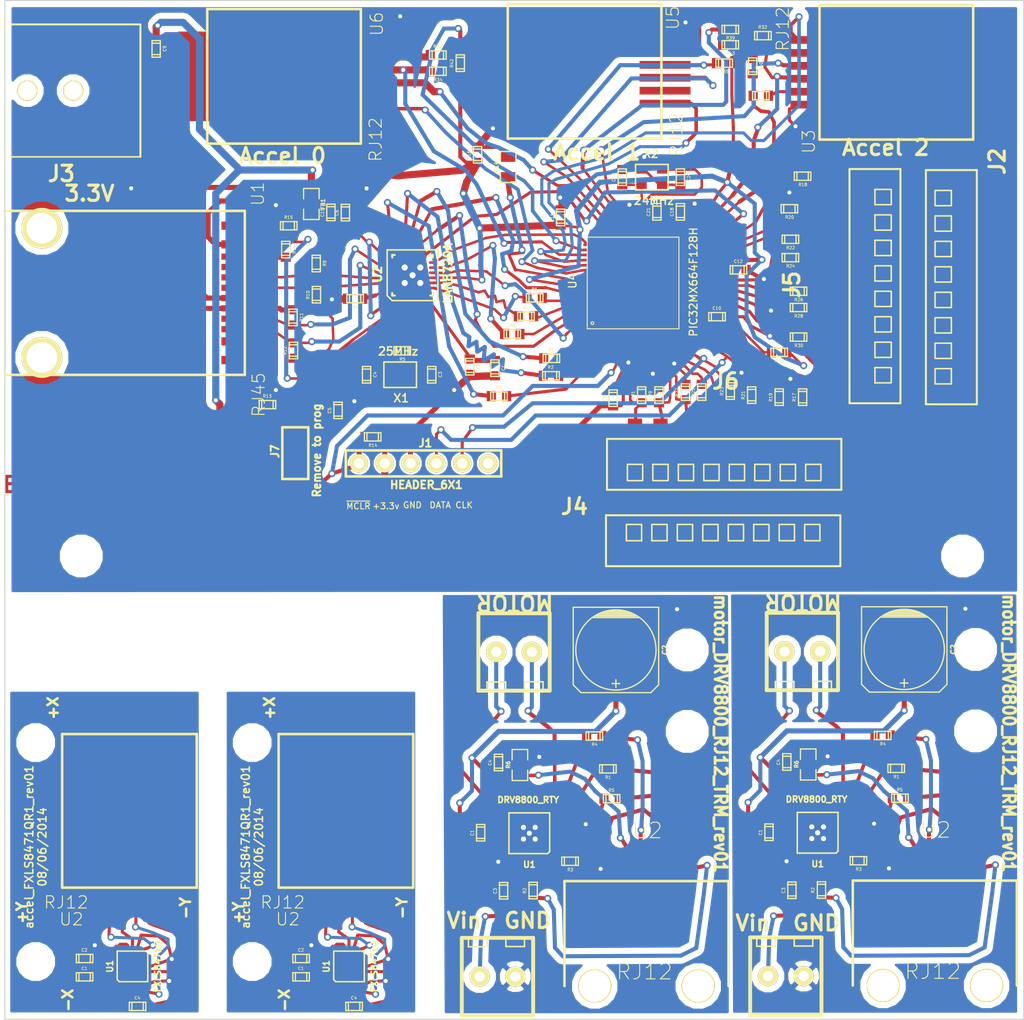
<source format=kicad_pcb>
(kicad_pcb (version 3) (host pcbnew "(2013-08-24 BZR 4298)-stable")
  (layers (15 F.Cu signal) (0 B.Cu signal) (18 B.Paste user) (19 F.Paste user) (20 B.SilkS user) (21 F.SilkS user) (22 B.Mask user) (23 F.Mask user) (28 Edge.Cuts user))
  (net 0 "")
  (net 1 +3.3v)
  (net 2 ACCEL1_VDD)
  (net 3 ACCEL2_VDD)
  (net 4 ACCEL3_VDD)
  (net 5 AVDD)
  (net 6 CS)
  (net 7 ECRSDV)
  (net 8 EMDC)
  (net 9 EMDIO)
  (net 10 EREFCLK)
  (net 11 ERXD0)
  (net 12 ERXD1)
  (net 13 ERXERR)
  (net 14 ETXD0)
  (net 15 ETXD1)
  (net 16 ETXEN)
  (net 17 GND)
  (net 18 GreenLED)
  (net 19 ICSPCLK_RB1)
  (net 20 ICSPDAT_RB0)
  (net 21 INT0)
  (net 22 INT1)
  (net 23 INT2)
  (net 24 INT4)
  (net 25 MODE)
  (net 26 Motor1OutA)
  (net 27 Motor1OutB)
  (net 28 N-0000011)
  (net 29 N-0000013)
  (net 30 N-0000014)
  (net 31 N-0000017)
  (net 32 N-000002)
  (net 33 N-0000020)
  (net 34 N-0000021)
  (net 35 N-0000022)
  (net 36 N-0000023)
  (net 37 N-000003)
  (net 38 N-0000031)
  (net 39 N-0000032)
  (net 40 N-0000035)
  (net 41 N-0000040)
  (net 42 N-0000044)
  (net 43 N-0000057)
  (net 44 N-000006)
  (net 45 N-0000067)
  (net 46 N-0000068)
  (net 47 N-0000069)
  (net 48 N-0000071)
  (net 49 N-0000072)
  (net 50 N-0000073)
  (net 51 N-0000076)
  (net 52 N-000008)
  (net 53 N-0000083)
  (net 54 N-0000085)
  (net 55 N-0000088)
  (net 56 PHASE)
  (net 57 PWM)
  (net 58 RB10)
  (net 59 RB11)
  (net 60 RB12)
  (net 61 RB13)
  (net 62 RB14)
  (net 63 RB2)
  (net 64 RB3)
  (net 65 RB4)
  (net 66 RB5)
  (net 67 RB6)
  (net 68 RB7)
  (net 69 RB8)
  (net 70 RB9)
  (net 71 RXN)
  (net 72 RXP)
  (net 73 SCL)
  (net 74 SCL1)
  (net 75 SCL3)
  (net 76 SCL5)
  (net 77 SDA)
  (net 78 SDA1)
  (net 79 SDA3)
  (net 80 SDA5)
  (net 81 TXN)
  (net 82 TXP)
  (net 83 VDD)
  (net 84 Vdd)
  (net 85 Vin)
  (net 86 YellowLED)
  (net 87 nRST)
  (net 88 ~MCLR~)
  (module TED_SM0603 (layer F.Cu) (at 116.075 158.325)
    (fp_text reference C1 (at -0.02 -0.83) (layer F.SilkS) (effects (font (size 0.3 0.3) (thickness 0.05))))
    (fp_text value 1uF hide)
    (pad 2 smd rect (at 0.75184 0) (size 0.89916 1.00076) (layers F.Cu F.Paste F.Mask) (net 17 GND) (clearance 0.1))
    (pad 1 smd rect (at -0.75184 0) (size 0.89916 1.00076) (layers F.Cu F.Paste F.Mask) (net 84 Vdd) (clearance 0.1))
  )
  (module TED_SM0603 (layer F.Cu) (at 116.075 156.525)
    (fp_text reference C2 (at -0.02 -0.83) (layer F.SilkS) (effects (font (size 0.3 0.3) (thickness 0.05))))
    (fp_text value .1uF hide)
    (pad 2 smd rect (at 0.75184 0) (size 0.89916 1.00076) (layers F.Cu F.Paste F.Mask) (net 17 GND) (clearance 0.1))
    (pad 1 smd rect (at -0.75184 0) (size 0.89916 1.00076) (layers F.Cu F.Paste F.Mask) (net 84 Vdd) (clearance 0.1))
  )
  (module TED_SM0603 (layer F.Cu) (at 121.275 161.225)
    (fp_text reference C4 (at -0.02 -0.83) (layer F.SilkS) (effects (font (size 0.3 0.3) (thickness 0.05))))
    (fp_text value .1uF hide)
    (pad 2 smd rect (at 0.75184 0) (size 0.89916 1.00076) (layers F.Cu F.Paste F.Mask) (net 17 GND) (clearance 0.1))
    (pad 1 smd rect (at -0.75184 0) (size 0.89916 1.00076) (layers F.Cu F.Paste F.Mask) (net 28 N-0000011) (clearance 0.1))
  )
  (module TED_RJ12_855135002 (layer F.Cu) (at 120.475 142.025)
    (fp_text reference U2 (at -5.7 10.65) (layer F.SilkS) (effects (font (size 1.2 1.2) (thickness 0.09906))))
    (fp_text value RJ12 (at -6.21 8.99) (layer F.SilkS) (effects (font (size 1.2 1.2) (thickness 0.09906))))
    (pad 6 smd rect (at -3.175 7.9) (size 0.76 5) (layers F.Cu F.Paste F.Mask) (net 84 Vdd) (clearance 0.2))
    (pad 4 smd rect (at -0.635 7.9) (size 0.76 5) (layers F.Cu F.Paste F.Mask) (net 22 INT1) (clearance 0.2))
    (pad 2 smd rect (at 1.905 7.9) (size 0.76 5) (layers F.Cu F.Paste F.Mask) (net 77 SDA) (clearance 0.2))
    (pad 3 smd rect (at 0.635 7.9) (size 0.76 5) (layers F.Cu F.Paste F.Mask) (net 73 SCL) (clearance 0.2))
    (pad 1 smd rect (at 3.175 7.9) (size 0.76 5) (layers F.Cu F.Paste F.Mask) (net 17 GND) (clearance 0.2))
    (pad 5 smd rect (at -1.905 7.9) (size 0.76 5) (layers F.Cu F.Paste F.Mask) (net 23 INT2) (clearance 0.2))
    (pad PAD smd rect (at 0 -8.15) (size 8.8 4.5) (layers F.Cu F.Paste F.Mask))
  )
  (module TED_Hole_2_6mm (layer F.Cu) (at 111.275 156.825 90)
    (fp_text reference H1 hide)
    (fp_text value HOLE hide)
    (pad "" np_thru_hole circle (at 0 0 90) (size 2.6 2.6) (drill 2.6) (layers *.Cu *.Mask F.SilkS))
  )
  (module TED_Hole_2_6mm (layer F.Cu) (at 111.275 135.325 90)
    (fp_text reference H2 hide)
    (fp_text value HOLE hide)
    (pad "" np_thru_hole circle (at 0 0 90) (size 2.6 2.6) (drill 2.6) (layers *.Cu *.Mask F.SilkS))
  )
  (module TED_QFN16_3x5 (layer F.Cu) (at 120.775 157.3 90)
    (fp_text reference U1 (at 0 -2.22 90) (layer F.SilkS) (effects (font (size 0.6 0.6))))
    (fp_text value FXLS8471Q (at 0 2.49 90) (layer F.SilkS) (effects (font (size 0.6 0.6))))
    (pad 2 smd rect (at -1.275 -0.5 90) (size 0.8 0.3) (layers F.Cu F.Paste F.Mask) (net 28 N-0000011))
    (pad 1 smd rect (at -1.275 -1 90) (size 0.8 0.3) (layers F.Cu F.Paste F.Mask) (net 84 Vdd))
    (pad 13 smd rect (at 1.275 -1 90) (size 0.8 0.3) (layers F.Cu F.Paste F.Mask) (net 17 GND))
    (pad 3 smd rect (at -1.275 -0.005 90) (size 0.8 0.3) (layers F.Cu F.Paste F.Mask) (net 17 GND))
    (pad 4 smd rect (at -1.275 0.5 90) (size 0.8 0.3) (layers F.Cu F.Paste F.Mask) (net 73 SCL))
    (pad 5 smd rect (at -1.275 1 90) (size 0.8 0.3) (layers F.Cu F.Paste F.Mask) (net 17 GND))
    (pad 6 smd rect (at -0.5 1.275 90) (size 0.3 0.8) (layers F.Cu F.Paste F.Mask) (net 77 SDA))
    (pad 7 smd rect (at -0.035 1.275 90) (size 0.3 0.8) (layers F.Cu F.Paste F.Mask) (net 17 GND))
    (pad 8 smd rect (at 0.5 1.275 90) (size 0.3 0.8) (layers F.Cu F.Paste F.Mask))
    (pad 9 smd rect (at 1.275 1 90) (size 0.8 0.3) (layers F.Cu F.Paste F.Mask) (net 23 INT2))
    (pad 10 smd rect (at 1.275 0.5 90) (size 0.8 0.3) (layers F.Cu F.Paste F.Mask) (net 17 GND))
    (pad 11 smd rect (at 1.275 -0.005 90) (size 0.8 0.3) (layers F.Cu F.Paste F.Mask) (net 22 INT1))
    (pad 12 smd rect (at 1.275 -0.5 90) (size 0.8 0.3) (layers F.Cu F.Paste F.Mask) (net 17 GND))
    (pad 14 smd rect (at 0.5 -1.275 90) (size 0.3 0.8) (layers F.Cu F.Paste F.Mask) (net 84 Vdd))
    (pad 15 smd rect (at -0.015 -1.275 90) (size 0.3 0.8) (layers F.Cu F.Paste F.Mask))
    (pad 16 smd rect (at -0.5 -1.275 90) (size 0.3 0.8) (layers F.Cu F.Paste F.Mask))
  )
  (module TED_TERMINAL_3.5MM_2PIN (layer F.Cu) (at 136.975 126.425 180)
    (fp_text reference J2 hide)
    (fp_text value TERMINAL_2X1 hide)
    (pad 1 thru_hole circle (at -1.75006 0 180) (size 2 2) (drill 1) (layers *.Mask B.Cu F.SilkS) (net 26 Motor1OutA))
    (pad 2 thru_hole circle (at 1.75006 0 180) (size 2 2) (drill 1) (layers *.Mask B.Cu F.SilkS) (net 27 Motor1OutB))
  )
  (module TED_TERMINAL_3.5MM_2PIN (layer F.Cu) (at 135.35 158.3)
    (fp_text reference J1 hide)
    (fp_text value TERMINAL_2X1 hide)
    (pad 1 thru_hole circle (at -1.75006 0) (size 2 2) (drill 1) (layers *.Mask B.Cu F.SilkS) (net 85 Vin))
    (pad 2 thru_hole circle (at 1.75006 0) (size 2 2) (drill 1) (layers *.Mask B.Cu F.SilkS) (net 17 GND))
  )
  (module TED_SM0603 (layer F.Cu) (at 142.475 146.975 180)
    (fp_text reference R3 (at -0.02 -0.83 180) (layer F.SilkS) (effects (font (size 0.3 0.3) (thickness 0.05))))
    (fp_text value 1k hide)
    (pad 2 smd rect (at 0.75184 0 180) (size 0.89916 1.00076) (layers F.Cu F.Paste F.Mask) (net 25 MODE) (clearance 0.1))
    (pad 1 smd rect (at -0.75184 0 180) (size 0.89916 1.00076) (layers F.Cu F.Paste F.Mask) (net 31 N-0000017) (clearance 0.1))
  )
  (module TED_SM0603 (layer F.Cu) (at 146.555 140.835)
    (fp_text reference R5 (at -0.02 -0.83) (layer F.SilkS) (effects (font (size 0.3 0.3) (thickness 0.05))))
    (fp_text value 1k hide)
    (pad 2 smd rect (at 0.75184 0) (size 0.89916 1.00076) (layers F.Cu F.Paste F.Mask) (net 29 N-0000013) (clearance 0.1))
    (pad 1 smd rect (at -0.75184 0) (size 0.89916 1.00076) (layers F.Cu F.Paste F.Mask) (net 56 PHASE) (clearance 0.1))
  )
  (module TED_SM0603 (layer F.Cu) (at 144.855 134.675 180)
    (fp_text reference R4 (at -0.02 -0.83 180) (layer F.SilkS) (effects (font (size 0.3 0.3) (thickness 0.05))))
    (fp_text value 1k hide)
    (pad 2 smd rect (at 0.75184 0 180) (size 0.89916 1.00076) (layers F.Cu F.Paste F.Mask) (net 57 PWM) (clearance 0.1))
    (pad 1 smd rect (at -0.75184 0 180) (size 0.89916 1.00076) (layers F.Cu F.Paste F.Mask) (net 30 N-0000014) (clearance 0.1))
  )
  (module TED_SM0603 (layer F.Cu) (at 133.7 144.175 90)
    (fp_text reference C1 (at -0.02 -0.83 90) (layer F.SilkS) (effects (font (size 0.3 0.3) (thickness 0.05))))
    (fp_text value ".1uF (50v)" hide)
    (pad 2 smd rect (at 0.75184 0 90) (size 0.89916 1.00076) (layers F.Cu F.Paste F.Mask) (net 37 N-000003) (clearance 0.1))
    (pad 1 smd rect (at -0.75184 0 90) (size 0.89916 1.00076) (layers F.Cu F.Paste F.Mask) (net 32 N-000002) (clearance 0.1))
  )
  (module TED_SM0603 (layer F.Cu) (at 146.185 137.905 180)
    (fp_text reference R1 (at -0.02 -0.83 180) (layer F.SilkS) (effects (font (size 0.3 0.3) (thickness 0.05))))
    (fp_text value 3.3k hide)
    (pad 2 smd rect (at 0.75184 0 180) (size 0.89916 1.00076) (layers F.Cu F.Paste F.Mask) (net 52 N-000008) (clearance 0.1))
    (pad 1 smd rect (at -0.75184 0 180) (size 0.89916 1.00076) (layers F.Cu F.Paste F.Mask) (net 83 VDD) (clearance 0.1))
  )
  (module TED_SM0603 (layer F.Cu) (at 138.85 149.85 90)
    (fp_text reference R2 (at -0.02 -0.83 90) (layer F.SilkS) (effects (font (size 0.3 0.3) (thickness 0.05))))
    (fp_text value 3.3k hide)
    (pad 2 smd rect (at 0.75184 0 90) (size 0.89916 1.00076) (layers F.Cu F.Paste F.Mask) (net 44 N-000006) (clearance 0.1))
    (pad 1 smd rect (at -0.75184 0 90) (size 0.89916 1.00076) (layers F.Cu F.Paste F.Mask) (net 83 VDD) (clearance 0.1))
  )
  (module TED_SM0603 (layer F.Cu) (at 135.95 149.875 90)
    (fp_text reference C3 (at -0.02 -0.83 90) (layer F.SilkS) (effects (font (size 0.3 0.3) (thickness 0.05))))
    (fp_text value ".1uF (50v)" hide)
    (pad 2 smd rect (at 0.75184 0 90) (size 0.89916 1.00076) (layers F.Cu F.Paste F.Mask) (net 33 N-0000020) (clearance 0.1))
    (pad 1 smd rect (at -0.75184 0 90) (size 0.89916 1.00076) (layers F.Cu F.Paste F.Mask) (net 85 Vin) (clearance 0.1))
  )
  (module TED_SM0603 (layer F.Cu) (at 135.45 137.275 90)
    (fp_text reference C4 (at -0.02 -0.83 90) (layer F.SilkS) (effects (font (size 0.3 0.3) (thickness 0.05))))
    (fp_text value ".1uF 50v" hide)
    (pad 2 smd rect (at 0.75184 0 90) (size 0.89916 1.00076) (layers F.Cu F.Paste F.Mask) (net 17 GND) (clearance 0.1))
    (pad 1 smd rect (at -0.75184 0 90) (size 0.89916 1.00076) (layers F.Cu F.Paste F.Mask) (net 85 Vin) (clearance 0.1))
  )
  (module TED_QFN16+1 (layer F.Cu) (at 138.475 144.225 180)
    (fp_text reference U1 (at -0.01 -3.07 180) (layer F.SilkS) (effects (font (size 0.6 0.6))))
    (fp_text value DRV8800_RTY (at 0.11 3.28 180) (layer F.SilkS) (effects (font (size 0.6 0.6))))
    (pad 17 smd rect (at 0 0 90) (size 2.1 2.1) (layers F.Cu F.Paste F.Mask) (net 17 GND))
    (pad 1 smd rect (at -1.9 -0.975 180) (size 1 0.35) (layers F.Cu F.Paste F.Mask) (net 56 PHASE))
    (pad 2 smd rect (at -1.9 -0.325 180) (size 1 0.35) (layers F.Cu F.Paste F.Mask) (net 17 GND))
    (pad 3 smd rect (at -1.9 0.325 180) (size 1 0.35) (layers F.Cu F.Paste F.Mask) (net 52 N-000008))
    (pad 4 smd rect (at -1.9 0.975 180) (size 1 0.35) (layers F.Cu F.Paste F.Mask) (net 57 PWM))
    (pad 5 smd rect (at -0.975 1.9 90) (size 1 0.35) (layers F.Cu F.Paste F.Mask))
    (pad 6 smd rect (at -0.325 1.9 90) (size 1 0.35) (layers F.Cu F.Paste F.Mask) (net 26 Motor1OutA))
    (pad 7 smd rect (at 0.325 1.9 90) (size 1 0.35) (layers F.Cu F.Paste F.Mask) (net 6 CS))
    (pad 8 smd rect (at 0.975 1.9 90) (size 1 0.35) (layers F.Cu F.Paste F.Mask) (net 85 Vin))
    (pad 9 smd rect (at 1.9 0.975 180) (size 1 0.35) (layers F.Cu F.Paste F.Mask) (net 27 Motor1OutB))
    (pad 10 smd rect (at 1.9 0.325 180) (size 1 0.35) (layers F.Cu F.Paste F.Mask) (net 37 N-000003))
    (pad 11 smd rect (at 1.9 -0.325 180) (size 1 0.35) (layers F.Cu F.Paste F.Mask) (net 32 N-000002))
    (pad 12 smd rect (at 1.9 -0.975 180) (size 1 0.35) (layers F.Cu F.Paste F.Mask) (net 17 GND))
    (pad 13 smd rect (at 0.975 -1.9 90) (size 1 0.35) (layers F.Cu F.Paste F.Mask) (net 33 N-0000020))
    (pad 14 smd rect (at 0.325 -1.9 90) (size 1 0.35) (layers F.Cu F.Paste F.Mask))
    (pad 15 smd rect (at -0.325 -1.9 90) (size 1 0.35) (layers F.Cu F.Paste F.Mask) (net 44 N-000006))
    (pad 16 smd rect (at -0.975 -1.9 90) (size 1 0.35) (layers F.Cu F.Paste F.Mask) (net 25 MODE))
    (pad 17 thru_hole circle (at 0 0 90) (size 0.5 0.5) (drill 0.5) (layers *.Cu) (net 17 GND))
    (pad 17 thru_hole circle (at 0.575 -0.575 90) (size 0.5 0.5) (drill 0.5) (layers *.Cu) (net 17 GND))
    (pad 17 thru_hole circle (at -0.575 -0.575 90) (size 0.5 0.5) (drill 0.5) (layers *.Cu) (net 17 GND))
    (pad 17 thru_hole circle (at 0.575 0.575 90) (size 0.5 0.5) (drill 0.5) (layers *.Cu) (net 17 GND))
    (pad 17 thru_hole circle (at -0.575 0.575 90) (size 0.5 0.5) (drill 0.5) (layers *.Cu) (net 17 GND))
    (pad 17 smd rect (at 0 0 90) (size 2.1 2.1) (layers B.Cu B.Paste B.Mask) (net 17 GND))
  )
  (module TED_SM0805 (layer F.Cu) (at 137.55 137.525 90)
    (fp_text reference R6 (at 0.0254 -1.14808 90) (layer F.SilkS) (effects (font (size 0.381 0.381) (thickness 0.09398))))
    (fp_text value 10m hide)
    (pad 1 smd rect (at -0.9525 0 90) (size 0.889 1.397) (layers F.Cu F.Paste F.Mask) (net 6 CS))
    (pad 2 smd rect (at 0.9525 0 90) (size 0.889 1.397) (layers F.Cu F.Paste F.Mask) (net 17 GND))
  )
  (module TED_c_elec_8x10 (layer F.Cu) (at 146.975 126.225 270)
    (fp_text reference C2 (at 0 -4.826 270) (layer F.SilkS) (effects (font (size 0.50038 0.50038) (thickness 0.11938))))
    (fp_text value "100uF 50v" hide)
    (pad 1 smd rect (at 3.2512 0 270) (size 3.50012 2.4003) (layers F.Cu F.Paste F.Mask) (net 85 Vin))
    (pad 2 smd rect (at -3.2512 0 270) (size 3.50012 2.4003) (layers F.Cu F.Paste F.Mask) (net 17 GND))
  )
  (module TED_Hole_3mm (layer F.Cu) (at 153.975 134.225 270)
    (fp_text reference H2 hide)
    (fp_text value HOLE hide)
    (pad "" np_thru_hole circle (at 0 0 270) (size 3 3) (drill 3) (layers *.Cu *.Mask F.SilkS))
  )
  (module TED_Hole_3mm (layer F.Cu) (at 153.975 126.225 270)
    (fp_text reference H1 hide)
    (fp_text value HOLE hide)
    (pad "" np_thru_hole circle (at 0 0 270) (size 3 3) (drill 3) (layers *.Cu *.Mask F.SilkS))
  )
  (module TED_RJ12_955016669 (layer F.Cu) (at 149.975 159.225)
    (fp_text reference U2 (at 0.08 -15.26) (layer F.SilkS) (effects (font (thickness 0.09906))))
    (fp_text value RJ12 (at -0.2 -1.4) (layer F.SilkS) (effects (font (thickness 0.09906))))
    (pad 1 smd rect (at -3.175 -10.225) (size 0.76 6.35) (layers F.Cu F.Paste F.Mask) (net 17 GND) (clearance 0.2))
    (pad 3 smd rect (at -0.635 -10.225) (size 0.76 6.35) (layers F.Cu F.Paste F.Mask) (net 30 N-0000014) (clearance 0.2))
    (pad 5 smd rect (at 1.905 -10.225) (size 0.76 6.35) (layers F.Cu F.Paste F.Mask) (net 29 N-0000013) (clearance 0.2))
    (pad 4 smd rect (at 0.635 -10.225) (size 0.76 6.35) (layers F.Cu F.Paste F.Mask) (net 31 N-0000017) (clearance 0.2))
    (pad 6 smd rect (at 3.175 -10.225) (size 0.76 6.35) (layers F.Cu F.Paste F.Mask) (net 83 VDD) (clearance 0.2))
    (pad "" np_thru_hole circle (at 5.08 0) (size 3.25 3.25) (drill 3) (layers *.Cu *.Mask F.SilkS) (clearance 0.3))
    (pad "" np_thru_hole circle (at -5.08 0) (size 3.25 3.25) (drill 3) (layers *.Cu *.Mask F.SilkS) (clearance 0.3))
    (pad 2 smd rect (at -1.905 -10.225) (size 0.76 6.35) (layers F.Cu F.Paste F.Mask) (net 6 CS) (clearance 0.2))
  )
  (module TED_RJ12_955016669 (layer F.Cu) (at 178.275 159.175)
    (fp_text reference U2 (at 0.08 -15.26) (layer F.SilkS) (effects (font (thickness 0.09906))))
    (fp_text value RJ12 (at -0.2 -1.4) (layer F.SilkS) (effects (font (thickness 0.09906))))
    (pad 1 smd rect (at -3.175 -10.225) (size 0.76 6.35) (layers F.Cu F.Paste F.Mask) (net 17 GND) (clearance 0.2))
    (pad 3 smd rect (at -0.635 -10.225) (size 0.76 6.35) (layers F.Cu F.Paste F.Mask) (net 30 N-0000014) (clearance 0.2))
    (pad 5 smd rect (at 1.905 -10.225) (size 0.76 6.35) (layers F.Cu F.Paste F.Mask) (net 29 N-0000013) (clearance 0.2))
    (pad 4 smd rect (at 0.635 -10.225) (size 0.76 6.35) (layers F.Cu F.Paste F.Mask) (net 31 N-0000017) (clearance 0.2))
    (pad 6 smd rect (at 3.175 -10.225) (size 0.76 6.35) (layers F.Cu F.Paste F.Mask) (net 83 VDD) (clearance 0.2))
    (pad "" np_thru_hole circle (at 5.08 0) (size 3.25 3.25) (drill 3) (layers *.Cu *.Mask F.SilkS) (clearance 0.3))
    (pad "" np_thru_hole circle (at -5.08 0) (size 3.25 3.25) (drill 3) (layers *.Cu *.Mask F.SilkS) (clearance 0.3))
    (pad 2 smd rect (at -1.905 -10.225) (size 0.76 6.35) (layers F.Cu F.Paste F.Mask) (net 6 CS) (clearance 0.2))
  )
  (module TED_DC_2.1mm_SMT (layer F.Cu) (at 92.7 71.3 180)
    (fp_text reference J3 (at 0.15748 -8.15848 180) (layer F.SilkS) (effects (font (thickness 0.3048))))
    (fp_text value DC_2.1MM hide)
    (pad "" np_thru_hole circle (at -1.00076 0 180) (size 1.99898 1.99898) (drill 1.69926) (layers *.Cu *.Mask F.SilkS))
    (pad 1 smd rect (at 3.50012 5.4102 180) (size 1.99898 1.99898) (layers F.Cu F.Paste F.Mask) (net 1 +3.3v))
    (pad 1 smd rect (at -2.60096 5.4102 180) (size 1.99898 1.99898) (layers F.Cu F.Paste F.Mask) (net 1 +3.3v))
    (pad 2 smd rect (at 3.50012 -5.41528 180) (size 1.99898 1.99898) (layers F.Cu F.Paste F.Mask) (net 17 GND))
    (pad 3 smd rect (at -2.60096 -5.41528 180) (size 1.99898 1.99898) (layers F.Cu F.Paste F.Mask))
    (pad "" np_thru_hole circle (at 3.50012 0 180) (size 1.99898 1.99898) (drill 1.69926) (layers *.Cu *.Mask F.SilkS))
  )
  (module TED_RJ45_12pin_SMD (layer F.Cu) (at 97.85 91.16 270)
    (fp_text reference U1 (at -9.73 -13.97 270) (layer F.SilkS) (effects (font (size 1.2 1.2) (thickness 0.09906))))
    (fp_text value RJ45 (at 10.01 -14.06 270) (layer F.SilkS) (effects (font (size 1.2 1.2) (thickness 0.09906))))
    (pad 12 smd rect (at -6.6 -12.7 270) (size 0.81 4.6) (layers F.Cu F.Paste F.Mask) (net 18 GreenLED) (clearance 0.2))
    (pad 11 smd rect (at -4.76 -12.7 270) (size 0.81 4.6) (layers F.Cu F.Paste F.Mask) (net 17 GND) (clearance 0.2))
    (pad 10 smd rect (at -3.56 -12.7 270) (size 0.61 4.6) (layers F.Cu F.Paste F.Mask) (net 17 GND) (clearance 0.2))
    (pad 9 smd rect (at -2.54 -12.7 270) (size 0.61 4.6) (layers F.Cu F.Paste F.Mask) (clearance 0.2))
    (pad 7 smd rect (at -0.5 -12.7 270) (size 0.61 4.6) (layers F.Cu F.Paste F.Mask) (net 72 RXP) (clearance 0.2))
    (pad 3 smd rect (at 3.56 -12.7 270) (size 0.61 4.6) (layers F.Cu F.Paste F.Mask) (net 82 TXP) (clearance 0.2))
    (pad 5 smd rect (at 1.52 -12.7 270) (size 0.61 4.6) (layers F.Cu F.Paste F.Mask) (net 5 AVDD) (clearance 0.2))
    (pad 1 smd rect (at 6.6 -12.7 270) (size 0.81 4.6) (layers F.Cu F.Paste F.Mask) (net 86 YellowLED) (clearance 0.2))
    (pad 2 smd rect (at 4.76 -12.7 270) (size 0.81 4.6) (layers F.Cu F.Paste F.Mask) (net 17 GND) (clearance 0.2))
    (pad 6 smd rect (at 0.51 -12.7 270) (size 0.61 4.6) (layers F.Cu F.Paste F.Mask) (net 5 AVDD) (clearance 0.2))
    (pad 4 smd rect (at 2.54 -12.7 270) (size 0.61 4.6) (layers F.Cu F.Paste F.Mask) (net 81 TXN) (clearance 0.2))
    (pad "" np_thru_hole circle (at 6.35 7.22 270) (size 4 4) (drill 3) (layers *.Cu *.Mask F.SilkS) (clearance 0.3))
    (pad "" np_thru_hole circle (at -6.35 7.22 270) (size 4 4) (drill 3) (layers *.Cu *.Mask F.SilkS) (clearance 0.3))
    (pad 8 smd rect (at -1.52 -12.7 270) (size 0.61 4.6) (layers F.Cu F.Paste F.Mask) (net 71 RXN) (clearance 0.2))
    (pad "" connect rect (at -9.3 7.22 270) (size 2.5 3.9) (layers F.Cu F.Mask))
    (pad "" connect rect (at 9.3 7.22 270) (size 2.5 3.9) (layers F.Cu F.Mask))
  )
  (module TED_SM0603 (layer F.Cu) (at 163 97 180)
    (fp_text reference R33 (at -0.02 -0.83 180) (layer F.SilkS) (effects (font (size 0.3 0.3) (thickness 0.05))))
    (fp_text value 10 hide)
    (pad 2 smd rect (at 0.75184 0 180) (size 0.89916 1.00076) (layers F.Cu F.Paste F.Mask) (net 43 N-0000057) (clearance 0.1))
    (pad 1 smd rect (at -0.75184 0 180) (size 0.89916 1.00076) (layers F.Cu F.Paste F.Mask) (net 1 +3.3v) (clearance 0.1))
  )
  (module TED_crystal_TSX3225 (layer F.Cu) (at 150.5 79.8)
    (fp_text reference X2 (at -0.1 -2.3) (layer F.SilkS) (effects (font (size 0.8 0.8))))
    (fp_text value 24MHz (at 0.2 2.3) (layer F.SilkS) (effects (font (size 0.8 0.8))))
    (pad 1 smd rect (at -1 0.75) (size 1 0.8) (layers F.Cu F.Paste F.Mask) (net 33 N-0000020))
    (pad 2 smd rect (at 1 0.75) (size 1 0.8) (layers F.Cu F.Paste F.Mask) (net 17 GND))
    (pad 4 smd rect (at -1 -0.75) (size 1 0.8) (layers F.Cu F.Paste F.Mask) (net 17 GND))
    (pad 3 smd rect (at 1 -0.75) (size 1 0.8) (layers F.Cu F.Paste F.Mask) (net 40 N-0000035))
  )
  (module TED_crystal_TSX3225 (layer F.Cu) (at 125.8 99.2 180)
    (fp_text reference X1 (at -0.1 -2.3 180) (layer F.SilkS) (effects (font (size 0.8 0.8))))
    (fp_text value 25MHz (at 0.2 2.3 180) (layer F.SilkS) (effects (font (size 0.8 0.8))))
    (pad 1 smd rect (at -1 0.75 180) (size 1 0.8) (layers F.Cu F.Paste F.Mask) (net 42 N-0000044))
    (pad 2 smd rect (at 1 0.75 180) (size 1 0.8) (layers F.Cu F.Paste F.Mask) (net 17 GND))
    (pad 4 smd rect (at -1 -0.75 180) (size 1 0.8) (layers F.Cu F.Paste F.Mask) (net 17 GND))
    (pad 3 smd rect (at 1 -0.75 180) (size 1 0.8) (layers F.Cu F.Paste F.Mask) (net 48 N-0000071))
  )
  (module TED_RJ12_855135002 (layer F.Cu) (at 114.4 69.9 90)
    (fp_text reference U6 (at 5.15 9.1 90) (layer F.SilkS) (effects (font (size 1.2 1.2) (thickness 0.09906))))
    (fp_text value RJ12 (at -6.21 8.99 90) (layer F.SilkS) (effects (font (size 1.2 1.2) (thickness 0.09906))))
    (pad 6 smd rect (at -3.175 7.9 90) (size 0.76 5) (layers F.Cu F.Paste F.Mask) (net 2 ACCEL1_VDD) (clearance 0.2))
    (pad 4 smd rect (at -0.635 7.9 90) (size 0.76 5) (layers F.Cu F.Paste F.Mask) (net 21 INT0) (clearance 0.2))
    (pad 2 smd rect (at 1.905 7.9 90) (size 0.76 5) (layers F.Cu F.Paste F.Mask) (net 54 N-0000085) (clearance 0.2))
    (pad 3 smd rect (at 0.635 7.9 90) (size 0.76 5) (layers F.Cu F.Paste F.Mask) (net 75 SCL3) (clearance 0.2))
    (pad 1 smd rect (at 3.175 7.9 90) (size 0.76 5) (layers F.Cu F.Paste F.Mask) (net 17 GND) (clearance 0.2))
    (pad 5 smd rect (at -1.905 7.9 90) (size 0.76 5) (layers F.Cu F.Paste F.Mask) (clearance 0.2))
    (pad PAD smd rect (at 0 -8.15 90) (size 8.8 4.5) (layers F.Cu F.Paste F.Mask))
  )
  (module TED_RJ12_855135002 (layer F.Cu) (at 143.9 69.4 90)
    (fp_text reference U5 (at 5.25 8.65 90) (layer F.SilkS) (effects (font (size 1.2 1.2) (thickness 0.09906))))
    (fp_text value RJ12 (at -6.21 8.99 90) (layer F.SilkS) (effects (font (size 1.2 1.2) (thickness 0.09906))))
    (pad 6 smd rect (at -3.175 7.9 90) (size 0.76 5) (layers F.Cu F.Paste F.Mask) (net 3 ACCEL2_VDD) (clearance 0.2))
    (pad 4 smd rect (at -0.635 7.9 90) (size 0.76 5) (layers F.Cu F.Paste F.Mask) (net 24 INT4) (clearance 0.2))
    (pad 2 smd rect (at 1.905 7.9 90) (size 0.76 5) (layers F.Cu F.Paste F.Mask) (net 53 N-0000083) (clearance 0.2))
    (pad 3 smd rect (at 0.635 7.9 90) (size 0.76 5) (layers F.Cu F.Paste F.Mask) (net 74 SCL1) (clearance 0.2))
    (pad 1 smd rect (at 3.175 7.9 90) (size 0.76 5) (layers F.Cu F.Paste F.Mask) (net 17 GND) (clearance 0.2))
    (pad 5 smd rect (at -1.905 7.9 90) (size 0.76 5) (layers F.Cu F.Paste F.Mask) (clearance 0.2))
    (pad PAD smd rect (at 0 -8.15 90) (size 8.8 4.5) (layers F.Cu F.Paste F.Mask))
  )
  (module TED_RJ12_855135002 (layer F.Cu) (at 174.5 69.5 270)
    (fp_text reference U3 (at 6.8 8.6 270) (layer F.SilkS) (effects (font (size 1.2 1.2) (thickness 0.09906))))
    (fp_text value RJ12 (at -4.25 11.15 270) (layer F.SilkS) (effects (font (size 1.2 1.2) (thickness 0.09906))))
    (pad 6 smd rect (at -3.175 7.9 270) (size 0.76 5) (layers F.Cu F.Paste F.Mask) (net 4 ACCEL3_VDD) (clearance 0.2))
    (pad 4 smd rect (at -0.635 7.9 270) (size 0.76 5) (layers F.Cu F.Paste F.Mask) (net 22 INT1) (clearance 0.2))
    (pad 2 smd rect (at 1.905 7.9 270) (size 0.76 5) (layers F.Cu F.Paste F.Mask) (net 55 N-0000088) (clearance 0.2))
    (pad 3 smd rect (at 0.635 7.9 270) (size 0.76 5) (layers F.Cu F.Paste F.Mask) (net 76 SCL5) (clearance 0.2))
    (pad 1 smd rect (at 3.175 7.9 270) (size 0.76 5) (layers F.Cu F.Paste F.Mask) (net 17 GND) (clearance 0.2))
    (pad 5 smd rect (at -1.905 7.9 270) (size 0.76 5) (layers F.Cu F.Paste F.Mask) (clearance 0.2))
    (pad PAD smd rect (at 0 -8.15 270) (size 8.8 4.5) (layers F.Cu F.Paste F.Mask))
  )
  (module TED_JUMPER_2x1_SMD (layer F.Cu) (at 115.5 106.9 90)
    (fp_text reference J7 (at 0.1778 -1.98628 90) (layer F.SilkS) (effects (font (size 0.762 0.762) (thickness 0.1905))))
    (fp_text value "Remove to prog" (at 0.26924 2.11328 90) (layer F.SilkS) (effects (font (size 0.762 0.762) (thickness 0.1905))))
    (pad 2 smd rect (at 1.27 1.27 90) (size 0.9906 2.54) (layers F.Cu F.Paste F.Mask) (net 41 N-0000040) (clearance 0.508))
    (pad 1 smd rect (at -1.27 -1.27 90) (size 0.9906 2.54) (layers F.Cu F.Paste F.Mask) (net 88 ~MCLR~) (clearance 0.508))
  )
  (module TED_Terminal_8x1_1814760 (layer F.Cu) (at 157.6 108)
    (fp_text reference J6 (at 0.15748 -8.15848) (layer F.SilkS) (effects (font (thickness 0.3048))))
    (fp_text value TERMINAL_8X1 hide)
    (pad 8 smd rect (at 8.75 -2.8) (size 1.4 3.4) (layers F.Cu F.Paste F.Mask) (net 68 RB7))
    (pad 7 smd rect (at 6.25 -2.8) (size 1.4 3.4) (layers F.Cu F.Paste F.Mask) (net 67 RB6))
    (pad 6 smd rect (at 3.75 -2.8) (size 1.4 3.4) (layers F.Cu F.Paste F.Mask) (net 20 ICSPDAT_RB0))
    (pad 1 smd rect (at -8.75 -2.8) (size 1.4 3.4) (layers F.Cu F.Paste F.Mask) (net 66 RB5))
    (pad 3 smd rect (at -3.75 -2.8) (size 1.4 3.4) (layers F.Cu F.Paste F.Mask) (net 64 RB3))
    (pad 2 smd rect (at -6.25 -2.8) (size 1.4 3.4) (layers F.Cu F.Paste F.Mask) (net 65 RB4))
    (pad PAD smd rect (at 11.7 0.35) (size 2.3 5.6) (layers F.Cu F.Paste F.Mask))
    (pad 4 smd rect (at -1.25 -2.8) (size 1.4 3.4) (layers F.Cu F.Paste F.Mask) (net 63 RB2))
    (pad 5 smd rect (at 1.25 -2.8) (size 1.4 3.4) (layers F.Cu F.Paste F.Mask) (net 19 ICSPCLK_RB1))
    (pad PAD smd rect (at -11.7 0.35) (size 2.3 5.6) (layers F.Cu F.Paste F.Mask))
  )
  (module TED_Terminal_8x1_1814760 (layer F.Cu) (at 172.4 90.5 90)
    (fp_text reference J5 (at 0.15748 -8.15848 90) (layer F.SilkS) (effects (font (thickness 0.3048))))
    (fp_text value TERMINAL_8X1 hide)
    (pad 8 smd rect (at 8.75 -2.8 90) (size 1.4 3.4) (layers F.Cu F.Paste F.Mask))
    (pad 7 smd rect (at 6.25 -2.8 90) (size 1.4 3.4) (layers F.Cu F.Paste F.Mask) (net 62 RB14))
    (pad 6 smd rect (at 3.75 -2.8 90) (size 1.4 3.4) (layers F.Cu F.Paste F.Mask) (net 61 RB13))
    (pad 1 smd rect (at -8.75 -2.8 90) (size 1.4 3.4) (layers F.Cu F.Paste F.Mask) (net 69 RB8))
    (pad 3 smd rect (at -3.75 -2.8 90) (size 1.4 3.4) (layers F.Cu F.Paste F.Mask) (net 58 RB10))
    (pad 2 smd rect (at -6.25 -2.8 90) (size 1.4 3.4) (layers F.Cu F.Paste F.Mask) (net 70 RB9))
    (pad PAD smd rect (at 11.7 0.35 90) (size 2.3 5.6) (layers F.Cu F.Paste F.Mask))
    (pad 4 smd rect (at -1.25 -2.8 90) (size 1.4 3.4) (layers F.Cu F.Paste F.Mask) (net 59 RB11))
    (pad 5 smd rect (at 1.25 -2.8 90) (size 1.4 3.4) (layers F.Cu F.Paste F.Mask) (net 60 RB12))
    (pad PAD smd rect (at -11.7 0.35 90) (size 2.3 5.6) (layers F.Cu F.Paste F.Mask))
  )
  (module TED_Terminal_8x1_1814760 (layer F.Cu) (at 157.5 115.5 180)
    (fp_text reference J4 (at 14.6 3.35 180) (layer F.SilkS) (effects (font (thickness 0.3048))))
    (fp_text value TERMINAL_8X1 hide)
    (pad 8 smd rect (at 8.75 -2.8 180) (size 1.4 3.4) (layers F.Cu F.Paste F.Mask) (net 1 +3.3v))
    (pad 7 smd rect (at 6.25 -2.8 180) (size 1.4 3.4) (layers F.Cu F.Paste F.Mask) (net 1 +3.3v))
    (pad 6 smd rect (at 3.75 -2.8 180) (size 1.4 3.4) (layers F.Cu F.Paste F.Mask) (net 1 +3.3v))
    (pad 1 smd rect (at -8.75 -2.8 180) (size 1.4 3.4) (layers F.Cu F.Paste F.Mask) (net 1 +3.3v))
    (pad 3 smd rect (at -3.75 -2.8 180) (size 1.4 3.4) (layers F.Cu F.Paste F.Mask) (net 1 +3.3v))
    (pad 2 smd rect (at -6.25 -2.8 180) (size 1.4 3.4) (layers F.Cu F.Paste F.Mask) (net 1 +3.3v))
    (pad PAD smd rect (at 11.7 0.35 180) (size 2.3 5.6) (layers F.Cu F.Paste F.Mask))
    (pad 4 smd rect (at -1.25 -2.8 180) (size 1.4 3.4) (layers F.Cu F.Paste F.Mask) (net 1 +3.3v))
    (pad 5 smd rect (at 1.25 -2.8 180) (size 1.4 3.4) (layers F.Cu F.Paste F.Mask) (net 1 +3.3v))
    (pad PAD smd rect (at -11.7 0.35 180) (size 2.3 5.6) (layers F.Cu F.Paste F.Mask))
  )
  (module TED_Terminal_8x1_1814760 (layer F.Cu) (at 179.9 90.6 270)
    (fp_text reference J2 (at -12.35 -4.5 270) (layer F.SilkS) (effects (font (thickness 0.3048))))
    (fp_text value TERMINAL_8X1 hide)
    (pad 8 smd rect (at 8.75 -2.8 270) (size 1.4 3.4) (layers F.Cu F.Paste F.Mask))
    (pad 7 smd rect (at 6.25 -2.8 270) (size 1.4 3.4) (layers F.Cu F.Paste F.Mask) (net 1 +3.3v))
    (pad 6 smd rect (at 3.75 -2.8 270) (size 1.4 3.4) (layers F.Cu F.Paste F.Mask) (net 1 +3.3v))
    (pad 1 smd rect (at -8.75 -2.8 270) (size 1.4 3.4) (layers F.Cu F.Paste F.Mask) (net 1 +3.3v))
    (pad 3 smd rect (at -3.75 -2.8 270) (size 1.4 3.4) (layers F.Cu F.Paste F.Mask) (net 1 +3.3v))
    (pad 2 smd rect (at -6.25 -2.8 270) (size 1.4 3.4) (layers F.Cu F.Paste F.Mask) (net 1 +3.3v))
    (pad PAD smd rect (at 11.7 0.35 270) (size 2.3 5.6) (layers F.Cu F.Paste F.Mask))
    (pad 4 smd rect (at -1.25 -2.8 270) (size 1.4 3.4) (layers F.Cu F.Paste F.Mask) (net 1 +3.3v))
    (pad 5 smd rect (at 1.25 -2.8 270) (size 1.4 3.4) (layers F.Cu F.Paste F.Mask) (net 1 +3.3v))
    (pad PAD smd rect (at -11.7 0.35 270) (size 2.3 5.6) (layers F.Cu F.Paste F.Mask))
  )
  (module TED_Hole_3mm (layer F.Cu) (at 181 117)
    (fp_text reference H2 hide)
    (fp_text value HOLE hide)
    (pad "" np_thru_hole circle (at 0 0) (size 3 3) (drill 3) (layers *.Cu *.Mask F.SilkS))
  )
  (module TED_Hole_3mm (layer F.Cu) (at 94.5 117)
    (fp_text reference H1 hide)
    (fp_text value HOLE hide)
    (pad "" np_thru_hole circle (at 0 0) (size 3 3) (drill 3) (layers *.Cu *.Mask F.SilkS))
  )
  (module TED_SM0805 (layer F.Cu) (at 136.4 78.8 90)
    (fp_text reference C14 (at 0.0254 -1.14808 90) (layer F.SilkS) (effects (font (size 0.381 0.381) (thickness 0.09398))))
    (fp_text value 10uF hide)
    (pad 1 smd rect (at -0.9525 0 90) (size 0.889 1.397) (layers F.Cu F.Paste F.Mask) (net 51 N-0000076))
    (pad 2 smd rect (at 0.9525 0 90) (size 0.889 1.397) (layers F.Cu F.Paste F.Mask) (net 17 GND))
  )
  (module TED_SM0603 (layer F.Cu) (at 114.57 86.91 270)
    (fp_text reference R16 (at -0.02 -0.83 270) (layer F.SilkS) (effects (font (size 0.3 0.3) (thickness 0.05))))
    (fp_text value "10k 1%" hide)
    (pad 2 smd rect (at 0.75184 0 270) (size 0.89916 1.00076) (layers F.Cu F.Paste F.Mask) (net 17 GND) (clearance 0.1))
    (pad 1 smd rect (at -0.75184 0 270) (size 0.89916 1.00076) (layers F.Cu F.Paste F.Mask) (net 34 N-0000021) (clearance 0.1))
  )
  (module TED_SM0603 (layer F.Cu) (at 114.86 84.57)
    (fp_text reference R15 (at -0.02 -0.83) (layer F.SilkS) (effects (font (size 0.3 0.3) (thickness 0.05))))
    (fp_text value 249 hide)
    (pad 2 smd rect (at 0.75184 0) (size 0.89916 1.00076) (layers F.Cu F.Paste F.Mask) (net 34 N-0000021) (clearance 0.1))
    (pad 1 smd rect (at -0.75184 0) (size 0.89916 1.00076) (layers F.Cu F.Paste F.Mask) (net 18 GreenLED) (clearance 0.1))
  )
  (module TED_SM0603 (layer F.Cu) (at 123.1 105.3 180)
    (fp_text reference R14 (at -0.02 -0.83 180) (layer F.SilkS) (effects (font (size 0.3 0.3) (thickness 0.05))))
    (fp_text value 4.7k hide)
    (pad 2 smd rect (at 0.75184 0 180) (size 0.89916 1.00076) (layers F.Cu F.Paste F.Mask) (net 88 ~MCLR~) (clearance 0.1))
    (pad 1 smd rect (at -0.75184 0 180) (size 0.89916 1.00076) (layers F.Cu F.Paste F.Mask) (net 1 +3.3v) (clearance 0.1))
  )
  (module TED_SM0603 (layer F.Cu) (at 112.77 102.13)
    (fp_text reference R13 (at -0.02 -0.83) (layer F.SilkS) (effects (font (size 0.3 0.3) (thickness 0.05))))
    (fp_text value 249 hide)
    (pad 2 smd rect (at 0.75184 0) (size 0.89916 1.00076) (layers F.Cu F.Paste F.Mask) (net 36 N-0000023) (clearance 0.1))
    (pad 1 smd rect (at -0.75184 0) (size 0.89916 1.00076) (layers F.Cu F.Paste F.Mask) (net 86 YellowLED) (clearance 0.1))
  )
  (module TED_SM0603 (layer F.Cu) (at 115.33 96.82 90)
    (fp_text reference R12 (at -0.02 -0.83 90) (layer F.SilkS) (effects (font (size 0.3 0.3) (thickness 0.05))))
    (fp_text value 49.9 hide)
    (pad 2 smd rect (at 0.75184 0 90) (size 0.89916 1.00076) (layers F.Cu F.Paste F.Mask) (net 82 TXP) (clearance 0.1))
    (pad 1 smd rect (at -0.75184 0 90) (size 0.89916 1.00076) (layers F.Cu F.Paste F.Mask) (net 5 AVDD) (clearance 0.1))
  )
  (module TED_SM0603 (layer F.Cu) (at 115.28 93.57 270)
    (fp_text reference R11 (at -0.02 -0.83 270) (layer F.SilkS) (effects (font (size 0.3 0.3) (thickness 0.05))))
    (fp_text value 49.9 hide)
    (pad 2 smd rect (at 0.75184 0 270) (size 0.89916 1.00076) (layers F.Cu F.Paste F.Mask) (net 81 TXN) (clearance 0.1))
    (pad 1 smd rect (at -0.75184 0 270) (size 0.89916 1.00076) (layers F.Cu F.Paste F.Mask) (net 5 AVDD) (clearance 0.1))
  )
  (module TED_SM0603 (layer F.Cu) (at 117.58 91.34 90)
    (fp_text reference R10 (at -0.02 -0.83 90) (layer F.SilkS) (effects (font (size 0.3 0.3) (thickness 0.05))))
    (fp_text value 49.9 hide)
    (pad 2 smd rect (at 0.75184 0 90) (size 0.89916 1.00076) (layers F.Cu F.Paste F.Mask) (net 72 RXP) (clearance 0.1))
    (pad 1 smd rect (at -0.75184 0 90) (size 0.89916 1.00076) (layers F.Cu F.Paste F.Mask) (net 5 AVDD) (clearance 0.1))
  )
  (module TED_SM0603 (layer F.Cu) (at 117.56 88.28 270)
    (fp_text reference R9 (at -0.02 -0.83 270) (layer F.SilkS) (effects (font (size 0.3 0.3) (thickness 0.05))))
    (fp_text value 49.9 hide)
    (pad 2 smd rect (at 0.75184 0 270) (size 0.89916 1.00076) (layers F.Cu F.Paste F.Mask) (net 71 RXN) (clearance 0.1))
    (pad 1 smd rect (at -0.75184 0 270) (size 0.89916 1.00076) (layers F.Cu F.Paste F.Mask) (net 5 AVDD) (clearance 0.1))
  )
  (module TED_SM0603 (layer F.Cu) (at 136.8 95.2)
    (fp_text reference R8 (at -0.02 -0.83) (layer F.SilkS) (effects (font (size 0.3 0.3) (thickness 0.05))))
    (fp_text value 33 hide)
    (pad 2 smd rect (at 0.75184 0) (size 0.89916 1.00076) (layers F.Cu F.Paste F.Mask) (net 7 ECRSDV) (clearance 0.1))
    (pad 1 smd rect (at -0.75184 0) (size 0.89916 1.00076) (layers F.Cu F.Paste F.Mask) (net 50 N-0000073) (clearance 0.1))
  )
  (module TED_SM0603 (layer F.Cu) (at 138.15 93.45)
    (fp_text reference R7 (at -0.02 -0.83) (layer F.SilkS) (effects (font (size 0.3 0.3) (thickness 0.05))))
    (fp_text value 33 hide)
    (pad 2 smd rect (at 0.75184 0) (size 0.89916 1.00076) (layers F.Cu F.Paste F.Mask) (net 11 ERXD0) (clearance 0.1))
    (pad 1 smd rect (at -0.75184 0) (size 0.89916 1.00076) (layers F.Cu F.Paste F.Mask) (net 38 N-0000031) (clearance 0.1))
  )
  (module TED_SM0603 (layer F.Cu) (at 139 91.65)
    (fp_text reference R6 (at -0.02 -0.83) (layer F.SilkS) (effects (font (size 0.3 0.3) (thickness 0.05))))
    (fp_text value 33 hide)
    (pad 2 smd rect (at 0.75184 0) (size 0.89916 1.00076) (layers F.Cu F.Paste F.Mask) (net 12 ERXD1) (clearance 0.1))
    (pad 1 smd rect (at -0.75184 0) (size 0.89916 1.00076) (layers F.Cu F.Paste F.Mask) (net 39 N-0000032) (clearance 0.1))
  )
  (module TED_SM0603 (layer F.Cu) (at 126 96.85 180)
    (fp_text reference R5 (at -0.02 -0.83 180) (layer F.SilkS) (effects (font (size 0.3 0.3) (thickness 0.05))))
    (fp_text value 1M hide)
    (pad 2 smd rect (at 0.75184 0 180) (size 0.89916 1.00076) (layers F.Cu F.Paste F.Mask) (net 48 N-0000071) (clearance 0.1))
    (pad 1 smd rect (at -0.75184 0 180) (size 0.89916 1.00076) (layers F.Cu F.Paste F.Mask) (net 42 N-0000044) (clearance 0.1))
  )
  (module TED_SM0603 (layer F.Cu) (at 135.5 101.3)
    (fp_text reference R3 (at -0.02 -0.83) (layer F.SilkS) (effects (font (size 0.3 0.3) (thickness 0.05))))
    (fp_text value 33 hide)
    (pad 2 smd rect (at 0.75184 0) (size 0.89916 1.00076) (layers F.Cu F.Paste F.Mask) (net 15 ETXD1) (clearance 0.1))
    (pad 1 smd rect (at -0.75184 0) (size 0.89916 1.00076) (layers F.Cu F.Paste F.Mask) (net 47 N-0000069) (clearance 0.1))
  )
  (module TED_SM0603 (layer F.Cu) (at 140.6 99.3)
    (fp_text reference R2 (at -0.02 -0.83) (layer F.SilkS) (effects (font (size 0.3 0.3) (thickness 0.05))))
    (fp_text value 33 hide)
    (pad 2 smd rect (at 0.75184 0) (size 0.89916 1.00076) (layers F.Cu F.Paste F.Mask) (net 14 ETXD0) (clearance 0.1))
    (pad 1 smd rect (at -0.75184 0) (size 0.89916 1.00076) (layers F.Cu F.Paste F.Mask) (net 46 N-0000068) (clearance 0.1))
  )
  (module TED_SM0603 (layer F.Cu) (at 140.64 97.59)
    (fp_text reference R1 (at -0.02 -0.83) (layer F.SilkS) (effects (font (size 0.3 0.3) (thickness 0.05))))
    (fp_text value 33 hide)
    (pad 2 smd rect (at 0.75184 0) (size 0.89916 1.00076) (layers F.Cu F.Paste F.Mask) (net 16 ETXEN) (clearance 0.1))
    (pad 1 smd rect (at -0.75184 0) (size 0.89916 1.00076) (layers F.Cu F.Paste F.Mask) (net 45 N-0000067) (clearance 0.1))
  )
  (module TED_SM0603 (layer F.Cu) (at 151 83.2 90)
    (fp_text reference C21 (at -0.02 -0.83 90) (layer F.SilkS) (effects (font (size 0.3 0.3) (thickness 0.05))))
    (fp_text value .1uF hide)
    (pad 2 smd rect (at 0.75184 0 90) (size 0.89916 1.00076) (layers F.Cu F.Paste F.Mask) (net 17 GND) (clearance 0.1))
    (pad 1 smd rect (at -0.75184 0 90) (size 0.89916 1.00076) (layers F.Cu F.Paste F.Mask) (net 1 +3.3v) (clearance 0.1))
  )
  (module TED_SM0603 (layer F.Cu) (at 153.3 79.8 270)
    (fp_text reference C20 (at -0.02 -0.83 270) (layer F.SilkS) (effects (font (size 0.3 0.3) (thickness 0.05))))
    (fp_text value 9pF hide)
    (pad 2 smd rect (at 0.75184 0 270) (size 0.89916 1.00076) (layers F.Cu F.Paste F.Mask) (net 17 GND) (clearance 0.1))
    (pad 1 smd rect (at -0.75184 0 270) (size 0.89916 1.00076) (layers F.Cu F.Paste F.Mask) (net 40 N-0000035) (clearance 0.1))
  )
  (module TED_SM0603 (layer F.Cu) (at 147.6 79.8 90)
    (fp_text reference C19 (at -0.02 -0.83 90) (layer F.SilkS) (effects (font (size 0.3 0.3) (thickness 0.05))))
    (fp_text value 9pF hide)
    (pad 2 smd rect (at 0.75184 0 90) (size 0.89916 1.00076) (layers F.Cu F.Paste F.Mask) (net 17 GND) (clearance 0.1))
    (pad 1 smd rect (at -0.75184 0 90) (size 0.89916 1.00076) (layers F.Cu F.Paste F.Mask) (net 33 N-0000020) (clearance 0.1))
  )
  (module TED_SM0603 (layer F.Cu) (at 153.3 83.2 90)
    (fp_text reference C18 (at -0.02 -0.83 90) (layer F.SilkS) (effects (font (size 0.3 0.3) (thickness 0.05))))
    (fp_text value .1uF hide)
    (pad 2 smd rect (at 0.75184 0 90) (size 0.89916 1.00076) (layers F.Cu F.Paste F.Mask) (net 17 GND) (clearance 0.1))
    (pad 1 smd rect (at -0.75184 0 90) (size 0.89916 1.00076) (layers F.Cu F.Paste F.Mask) (net 1 +3.3v) (clearance 0.1))
  )
  (module TED_SM0603 (layer F.Cu) (at 159 88.9)
    (fp_text reference C12 (at -0.02 -0.83) (layer F.SilkS) (effects (font (size 0.3 0.3) (thickness 0.05))))
    (fp_text value .1uF hide)
    (pad 2 smd rect (at 0.75184 0) (size 0.89916 1.00076) (layers F.Cu F.Paste F.Mask) (net 17 GND) (clearance 0.1))
    (pad 1 smd rect (at -0.75184 0) (size 0.89916 1.00076) (layers F.Cu F.Paste F.Mask) (net 1 +3.3v) (clearance 0.1))
  )
  (module TED_SM0603 (layer F.Cu) (at 141.55 83.75 90)
    (fp_text reference C11 (at -0.02 -0.83 90) (layer F.SilkS) (effects (font (size 0.3 0.3) (thickness 0.05))))
    (fp_text value .1uF hide)
    (pad 2 smd rect (at 0.75184 0 90) (size 0.89916 1.00076) (layers F.Cu F.Paste F.Mask) (net 17 GND) (clearance 0.1))
    (pad 1 smd rect (at -0.75184 0 90) (size 0.89916 1.00076) (layers F.Cu F.Paste F.Mask) (net 1 +3.3v) (clearance 0.1))
  )
  (module TED_SM0603 (layer F.Cu) (at 156.9 93.5)
    (fp_text reference C10 (at -0.02 -0.83) (layer F.SilkS) (effects (font (size 0.3 0.3) (thickness 0.05))))
    (fp_text value .1uF hide)
    (pad 2 smd rect (at 0.75184 0) (size 0.89916 1.00076) (layers F.Cu F.Paste F.Mask) (net 17 GND) (clearance 0.1))
    (pad 1 smd rect (at -0.75184 0) (size 0.89916 1.00076) (layers F.Cu F.Paste F.Mask) (net 43 N-0000057) (clearance 0.1))
  )
  (module TED_SM0603 (layer F.Cu) (at 101.85 67.2 270)
    (fp_text reference C9 (at -0.02 -0.83 270) (layer F.SilkS) (effects (font (size 0.3 0.3) (thickness 0.05))))
    (fp_text value 4.7uF hide)
    (pad 2 smd rect (at 0.75184 0 270) (size 0.89916 1.00076) (layers F.Cu F.Paste F.Mask) (net 17 GND) (clearance 0.1))
    (pad 1 smd rect (at -0.75184 0 270) (size 0.89916 1.00076) (layers F.Cu F.Paste F.Mask) (net 1 +3.3v) (clearance 0.1))
  )
  (module TED_SM0603 (layer F.Cu) (at 146.7 101.5 90)
    (fp_text reference C8 (at -0.02 -0.83 90) (layer F.SilkS) (effects (font (size 0.3 0.3) (thickness 0.05))))
    (fp_text value .1uF hide)
    (pad 2 smd rect (at 0.75184 0 90) (size 0.89916 1.00076) (layers F.Cu F.Paste F.Mask) (net 17 GND) (clearance 0.1))
    (pad 1 smd rect (at -0.75184 0 90) (size 0.89916 1.00076) (layers F.Cu F.Paste F.Mask) (net 1 +3.3v) (clearance 0.1))
  )
  (module TED_SM0603 (layer F.Cu) (at 120.42 83.28 90)
    (fp_text reference C6 (at -0.02 -0.83 90) (layer F.SilkS) (effects (font (size 0.3 0.3) (thickness 0.05))))
    (fp_text value .1uF hide)
    (pad 2 smd rect (at 0.75184 0 90) (size 0.89916 1.00076) (layers F.Cu F.Paste F.Mask) (net 17 GND) (clearance 0.1))
    (pad 1 smd rect (at -0.75184 0 90) (size 0.89916 1.00076) (layers F.Cu F.Paste F.Mask) (net 5 AVDD) (clearance 0.1))
  )
  (module TED_SM0603 (layer F.Cu) (at 119.7 102.7 90)
    (fp_text reference C5 (at -0.02 -0.83 90) (layer F.SilkS) (effects (font (size 0.3 0.3) (thickness 0.05))))
    (fp_text value .1uF hide)
    (pad 2 smd rect (at 0.75184 0 90) (size 0.89916 1.00076) (layers F.Cu F.Paste F.Mask) (net 17 GND) (clearance 0.1))
    (pad 1 smd rect (at -0.75184 0 90) (size 0.89916 1.00076) (layers F.Cu F.Paste F.Mask) (net 41 N-0000040) (clearance 0.1))
  )
  (module TED_SM0603 (layer F.Cu) (at 122.5 99.2 270)
    (fp_text reference C4 (at -0.02 -0.83 270) (layer F.SilkS) (effects (font (size 0.3 0.3) (thickness 0.05))))
    (fp_text value 18pF hide)
    (pad 2 smd rect (at 0.75184 0 270) (size 0.89916 1.00076) (layers F.Cu F.Paste F.Mask) (net 48 N-0000071) (clearance 0.1))
    (pad 1 smd rect (at -0.75184 0 270) (size 0.89916 1.00076) (layers F.Cu F.Paste F.Mask) (net 17 GND) (clearance 0.1))
  )
  (module TED_SM0603 (layer F.Cu) (at 128.9 99.2 270)
    (fp_text reference C3 (at -0.02 -0.83 270) (layer F.SilkS) (effects (font (size 0.3 0.3) (thickness 0.05))))
    (fp_text value 18pF hide)
    (pad 2 smd rect (at 0.75184 0 270) (size 0.89916 1.00076) (layers F.Cu F.Paste F.Mask) (net 17 GND) (clearance 0.1))
    (pad 1 smd rect (at -0.75184 0 270) (size 0.89916 1.00076) (layers F.Cu F.Paste F.Mask) (net 42 N-0000044) (clearance 0.1))
  )
  (module TED_SM0603 (layer F.Cu) (at 135.1 98.55 270)
    (fp_text reference C1 (at -0.02 -0.83 270) (layer F.SilkS) (effects (font (size 0.3 0.3) (thickness 0.05))))
    (fp_text value .1uF hide)
    (pad 2 smd rect (at 0.75184 0 270) (size 0.89916 1.00076) (layers F.Cu F.Paste F.Mask) (net 17 GND) (clearance 0.1))
    (pad 1 smd rect (at -0.75184 0 270) (size 0.89916 1.00076) (layers F.Cu F.Paste F.Mask) (net 49 N-0000072) (clearance 0.1))
  )
  (module TED_SM0805 (layer F.Cu) (at 117.08 82.43 270)
    (fp_text reference FB1 (at 0.0254 -1.14808 270) (layer F.SilkS) (effects (font (size 0.381 0.381) (thickness 0.09398))))
    (fp_text value 500mA hide)
    (pad 1 smd rect (at -0.9525 0 270) (size 0.889 1.397) (layers F.Cu F.Paste F.Mask) (net 1 +3.3v))
    (pad 2 smd rect (at 0.9525 0 270) (size 0.889 1.397) (layers F.Cu F.Paste F.Mask) (net 5 AVDD))
  )
  (module TED_SM0603 (layer F.Cu) (at 121.38 91.73 180)
    (fp_text reference R4 (at -0.02 -0.83 180) (layer F.SilkS) (effects (font (size 0.3 0.3) (thickness 0.05))))
    (fp_text value "12.1k 1%" hide)
    (pad 2 smd rect (at 0.75184 0 180) (size 0.89916 1.00076) (layers F.Cu F.Paste F.Mask) (net 17 GND) (clearance 0.1))
    (pad 1 smd rect (at -0.75184 0 180) (size 0.89916 1.00076) (layers F.Cu F.Paste F.Mask) (net 35 N-0000022) (clearance 0.1))
  )
  (module TED_QFN24 (layer F.Cu) (at 127.01 89.43 90)
    (fp_text reference U2 (at 0.1 -3.425 90) (layer F.SilkS) (effects (font (size 0.8 0.8) (thickness 0.2))))
    (fp_text value LAN8720A (at 0.175 3.475 90) (layer F.SilkS) (effects (font (size 0.8 0.8) (thickness 0.2))))
    (pad 25 smd rect (at 0 0) (size 2.49936 2.49936) (layers F.Cu F.Paste F.Mask) (net 17 GND))
    (pad 1 smd oval (at -1.99898 -1.24968 90) (size 0.8001 0.24892) (layers F.Cu F.Paste F.Mask) (net 5 AVDD))
    (pad 2 smd oval (at -1.99898 -0.7493 90) (size 0.8001 0.24892) (layers F.Cu F.Paste F.Mask) (net 34 N-0000021))
    (pad 3 smd oval (at -1.99898 -0.24892 90) (size 0.8001 0.24892) (layers F.Cu F.Paste F.Mask) (net 36 N-0000023))
    (pad 4 smd oval (at -1.99898 0.24892 90) (size 0.8001 0.24892) (layers F.Cu F.Paste F.Mask) (net 48 N-0000071))
    (pad 5 smd oval (at -1.99898 0.7493 90) (size 0.8001 0.24892) (layers F.Cu F.Paste F.Mask) (net 42 N-0000044))
    (pad 6 smd oval (at -1.99898 1.24968 90) (size 0.8001 0.24892) (layers F.Cu F.Paste F.Mask) (net 49 N-0000072))
    (pad 7 smd oval (at -1.24968 1.99898 180) (size 0.8001 0.24892) (layers F.Cu F.Paste F.Mask) (net 39 N-0000032))
    (pad 8 smd oval (at -0.7493 1.99898 180) (size 0.8001 0.24892) (layers F.Cu F.Paste F.Mask) (net 38 N-0000031))
    (pad 9 smd oval (at -0.24892 1.99898 180) (size 0.8001 0.24892) (layers F.Cu F.Paste F.Mask) (net 1 +3.3v))
    (pad 10 smd oval (at 0.24892 1.99898 180) (size 0.8001 0.24892) (layers F.Cu F.Paste F.Mask) (net 13 ERXERR))
    (pad 11 smd oval (at 0.7493 1.99898 180) (size 0.8001 0.24892) (layers F.Cu F.Paste F.Mask) (net 50 N-0000073))
    (pad 12 smd oval (at 1.24968 1.99898 180) (size 0.8001 0.24892) (layers F.Cu F.Paste F.Mask) (net 9 EMDIO))
    (pad 13 smd oval (at 1.99898 1.24968 270) (size 0.8001 0.24892) (layers F.Cu F.Paste F.Mask) (net 8 EMDC))
    (pad 14 smd oval (at 1.99898 0.7493 270) (size 0.8001 0.24892) (layers F.Cu F.Paste F.Mask) (net 10 EREFCLK))
    (pad 15 smd oval (at 1.99898 0.24892 270) (size 0.8001 0.24892) (layers F.Cu F.Paste F.Mask) (net 87 nRST))
    (pad 16 smd oval (at 1.99898 -0.24892 270) (size 0.8001 0.24892) (layers F.Cu F.Paste F.Mask) (net 45 N-0000067))
    (pad 17 smd oval (at 1.99898 -0.7493 270) (size 0.8001 0.24892) (layers F.Cu F.Paste F.Mask) (net 46 N-0000068))
    (pad 18 smd oval (at 1.99898 -1.24968 270) (size 0.8001 0.24892) (layers F.Cu F.Paste F.Mask) (net 47 N-0000069))
    (pad 19 smd oval (at 1.24968 -1.99898) (size 0.8001 0.24892) (layers F.Cu F.Paste F.Mask) (net 5 AVDD))
    (pad 20 smd oval (at 0.7493 -1.99898) (size 0.8001 0.24892) (layers F.Cu F.Paste F.Mask) (net 81 TXN))
    (pad 21 smd oval (at 0.24892 -1.99898) (size 0.8001 0.24892) (layers F.Cu F.Paste F.Mask) (net 82 TXP))
    (pad 22 smd oval (at -0.24892 -1.99898) (size 0.8001 0.24892) (layers F.Cu F.Paste F.Mask) (net 71 RXN))
    (pad 23 smd oval (at -0.7493 -1.99898) (size 0.8001 0.24892) (layers F.Cu F.Paste F.Mask) (net 72 RXP))
    (pad 24 smd oval (at -1.24968 -1.99898) (size 0.8001 0.24892) (layers F.Cu F.Paste F.Mask) (net 35 N-0000022))
    (pad 25 thru_hole circle (at 0 0) (size 0.6 0.6) (drill 0.6) (layers *.Cu) (net 17 GND))
    (pad 25 thru_hole circle (at 0.762 -0.762) (size 0.6 0.6) (drill 0.6) (layers *.Cu) (net 17 GND))
    (pad 25 thru_hole circle (at -0.762 -0.762) (size 0.6 0.6) (drill 0.6) (layers *.Cu) (net 17 GND))
    (pad 25 thru_hole circle (at 0.762 0.762) (size 0.6 0.6) (drill 0.6) (layers *.Cu) (net 17 GND))
    (pad 25 thru_hole circle (at -0.762 0.762) (size 0.6 0.6) (drill 0.6) (layers *.Cu) (net 17 GND))
    (pad 25 smd rect (at 0 0) (size 2.49936 2.49936) (layers B.Cu B.Paste B.Mask) (net 17 GND))
  )
  (module TED_SM0603 (layer F.Cu) (at 132.63 98.41 270)
    (fp_text reference C2 (at -0.02 -0.83 270) (layer F.SilkS) (effects (font (size 0.3 0.3) (thickness 0.05))))
    (fp_text value 1uF hide)
    (pad 2 smd rect (at 0.75184 0 270) (size 0.89916 1.00076) (layers F.Cu F.Paste F.Mask) (net 17 GND) (clearance 0.1))
    (pad 1 smd rect (at -0.75184 0 270) (size 0.89916 1.00076) (layers F.Cu F.Paste F.Mask) (net 49 N-0000072) (clearance 0.1))
  )
  (module TED_SM0603 (layer F.Cu) (at 119 83.26 90)
    (fp_text reference C15 (at -0.02 -0.83 90) (layer F.SilkS) (effects (font (size 0.3 0.3) (thickness 0.05))))
    (fp_text value 1uF hide)
    (pad 2 smd rect (at 0.75184 0 90) (size 0.89916 1.00076) (layers F.Cu F.Paste F.Mask) (net 17 GND) (clearance 0.1))
    (pad 1 smd rect (at -0.75184 0 90) (size 0.89916 1.00076) (layers F.Cu F.Paste F.Mask) (net 5 AVDD) (clearance 0.1))
  )
  (module TED_SM0603 (layer F.Cu) (at 133.4 77.6 90)
    (fp_text reference C16 (at -0.02 -0.83 90) (layer F.SilkS) (effects (font (size 0.3 0.3) (thickness 0.05))))
    (fp_text value .1uF hide)
    (pad 2 smd rect (at 0.75184 0 90) (size 0.89916 1.00076) (layers F.Cu F.Paste F.Mask) (net 17 GND) (clearance 0.1))
    (pad 1 smd rect (at -0.75184 0 90) (size 0.89916 1.00076) (layers F.Cu F.Paste F.Mask) (net 1 +3.3v) (clearance 0.1))
  )
  (module TED_HEADER_6x1_BOTTOM (layer F.Cu) (at 128.1 107.9)
    (fp_text reference J1 (at 0.1778 -1.98628) (layer F.SilkS) (effects (font (size 0.762 0.762) (thickness 0.1905))))
    (fp_text value HEADER_6X1 (at 0.26924 2.11328) (layer F.SilkS) (effects (font (size 0.762 0.762) (thickness 0.1905))))
    (pad 5 thru_hole circle (at 3.78968 0) (size 1.8 1.8) (drill 1) (layers *.Mask F.Cu F.SilkS) (net 19 ICSPCLK_RB1))
    (pad 6 thru_hole circle (at 6.32968 0) (size 1.8 1.8) (drill 1) (layers *.Mask F.Cu F.SilkS))
    (pad 1 thru_hole circle (at -6.35 0) (size 1.8 1.8) (drill 1) (layers *.Mask F.Cu F.SilkS) (net 88 ~MCLR~))
    (pad 2 thru_hole circle (at -3.81 0) (size 1.8 1.8) (drill 1) (layers *.Mask F.Cu F.SilkS) (net 1 +3.3v))
    (pad 4 thru_hole circle (at 1.25984 0) (size 1.8 1.8) (drill 1) (layers *.Mask F.Cu F.SilkS) (net 20 ICSPDAT_RB0))
    (pad 3 thru_hole circle (at -1.28016 0) (size 1.8 1.8) (drill 1) (layers *.Mask F.Cu F.SilkS) (net 17 GND))
  )
  (module TED_SM0603 (layer F.Cu) (at 165.3 101.4 90)
    (fp_text reference R17 (at -0.02 -0.83 90) (layer F.SilkS) (effects (font (size 0.3 0.3) (thickness 0.05))))
    (fp_text value 1k hide)
    (pad 2 smd rect (at 0.75184 0 90) (size 0.89916 1.00076) (layers F.Cu F.Paste F.Mask) (net 17 GND) (clearance 0.1))
    (pad 1 smd rect (at -0.75184 0 90) (size 0.89916 1.00076) (layers F.Cu F.Paste F.Mask) (net 68 RB7) (clearance 0.1))
  )
  (module TED_SM0603 (layer F.Cu) (at 165.3 79.7 180)
    (fp_text reference R18 (at -0.02 -0.83 180) (layer F.SilkS) (effects (font (size 0.3 0.3) (thickness 0.05))))
    (fp_text value 1k hide)
    (pad 2 smd rect (at 0.75184 0 180) (size 0.89916 1.00076) (layers F.Cu F.Paste F.Mask) (net 17 GND) (clearance 0.1))
    (pad 1 smd rect (at -0.75184 0 180) (size 0.89916 1.00076) (layers F.Cu F.Paste F.Mask) (net 62 RB14) (clearance 0.1))
  )
  (module TED_SM0603 (layer F.Cu) (at 163 101.4 90)
    (fp_text reference R19 (at -0.02 -0.83 90) (layer F.SilkS) (effects (font (size 0.3 0.3) (thickness 0.05))))
    (fp_text value 1k hide)
    (pad 2 smd rect (at 0.75184 0 90) (size 0.89916 1.00076) (layers F.Cu F.Paste F.Mask) (net 17 GND) (clearance 0.1))
    (pad 1 smd rect (at -0.75184 0 90) (size 0.89916 1.00076) (layers F.Cu F.Paste F.Mask) (net 67 RB6) (clearance 0.1))
  )
  (module TED_SM0603 (layer F.Cu) (at 164 82.9 180)
    (fp_text reference R20 (at -0.02 -0.83 180) (layer F.SilkS) (effects (font (size 0.3 0.3) (thickness 0.05))))
    (fp_text value 1k hide)
    (pad 2 smd rect (at 0.75184 0 180) (size 0.89916 1.00076) (layers F.Cu F.Paste F.Mask) (net 17 GND) (clearance 0.1))
    (pad 1 smd rect (at -0.75184 0 180) (size 0.89916 1.00076) (layers F.Cu F.Paste F.Mask) (net 61 RB13) (clearance 0.1))
  )
  (module TED_QFN64+1 (layer F.Cu) (at 148.66 90.19 90)
    (fp_text reference U4 (at 0.2 -5.95 90) (layer F.SilkS) (effects (font (size 0.762 0.762) (thickness 0.127))))
    (fp_text value PIC32MX664F128H (at 0.1 5.925 90) (layer F.SilkS) (effects (font (size 0.762 0.762) (thickness 0.127))))
    (pad 15 smd rect (at -4.45 3.25 180) (size 0.25 0.85) (layers F.Cu F.Paste F.Mask) (net 19 ICSPCLK_RB1))
    (pad 16 smd rect (at -4.45 3.75 180) (size 0.25 0.85) (layers F.Cu F.Paste F.Mask) (net 20 ICSPDAT_RB0))
    (pad 9 smd rect (at -4.45 0.25 180) (size 0.25 0.85) (layers F.Cu F.Paste F.Mask) (net 17 GND))
    (pad 10 smd rect (at -4.45 0.75 180) (size 0.25 0.85) (layers F.Cu F.Paste F.Mask) (net 1 +3.3v))
    (pad 12 smd rect (at -4.45 1.75 180) (size 0.25 0.85) (layers F.Cu F.Paste F.Mask) (net 65 RB4))
    (pad 11 smd rect (at -4.45 1.25 180) (size 0.25 0.85) (layers F.Cu F.Paste F.Mask) (net 66 RB5))
    (pad 14 smd rect (at -4.45 2.75 180) (size 0.25 0.85) (layers F.Cu F.Paste F.Mask) (net 63 RB2))
    (pad 13 smd rect (at -4.45 2.25 180) (size 0.25 0.85) (layers F.Cu F.Paste F.Mask) (net 64 RB3))
    (pad 5 smd rect (at -4.45 -1.75 180) (size 0.25 0.85) (layers F.Cu F.Paste F.Mask))
    (pad 6 smd rect (at -4.45 -1.25 180) (size 0.25 0.85) (layers F.Cu F.Paste F.Mask))
    (pad 8 smd rect (at -4.45 -0.25 180) (size 0.25 0.85) (layers F.Cu F.Paste F.Mask))
    (pad 7 smd rect (at -4.45 -0.75 180) (size 0.25 0.85) (layers F.Cu F.Paste F.Mask) (net 88 ~MCLR~))
    (pad 3 smd rect (at -4.45 -2.75 180) (size 0.25 0.85) (layers F.Cu F.Paste F.Mask) (net 15 ETXD1))
    (pad 4 smd rect (at -4.45 -2.25 180) (size 0.25 0.85) (layers F.Cu F.Paste F.Mask))
    (pad 2 smd rect (at -4.45 -3.25 180) (size 0.25 0.85) (layers F.Cu F.Paste F.Mask) (net 14 ETXD0))
    (pad 1 smd rect (at -4.45 -3.75 180) (size 0.25 0.85) (layers F.Cu F.Paste F.Mask) (net 16 ETXEN))
    (pad 64 smd rect (at -3.75 -4.45 270) (size 0.25 0.85) (layers F.Cu F.Paste F.Mask) (net 13 ERXERR))
    (pad 63 smd rect (at -3.25 -4.45 270) (size 0.25 0.85) (layers F.Cu F.Paste F.Mask) (net 10 EREFCLK))
    (pad 61 smd rect (at -2.25 -4.45 270) (size 0.25 0.85) (layers F.Cu F.Paste F.Mask) (net 11 ERXD0))
    (pad 62 smd rect (at -2.75 -4.45 270) (size 0.25 0.85) (layers F.Cu F.Paste F.Mask) (net 7 ECRSDV))
    (pad 58 smd rect (at -0.75 -4.45 270) (size 0.25 0.85) (layers F.Cu F.Paste F.Mask) (net 87 nRST))
    (pad 57 smd rect (at -0.25 -4.45 270) (size 0.25 0.85) (layers F.Cu F.Paste F.Mask) (net 1 +3.3v))
    (pad 59 smd rect (at -1.25 -4.45 270) (size 0.25 0.85) (layers F.Cu F.Paste F.Mask))
    (pad 60 smd rect (at -1.75 -4.45 270) (size 0.25 0.85) (layers F.Cu F.Paste F.Mask) (net 12 ERXD1))
    (pad 52 smd rect (at 2.25 -4.45 270) (size 0.25 0.85) (layers F.Cu F.Paste F.Mask) (net 4 ACCEL3_VDD))
    (pad 51 smd rect (at 2.75 -4.45 270) (size 0.25 0.85) (layers F.Cu F.Paste F.Mask) (net 75 SCL3))
    (pad 54 smd rect (at 1.25 -4.45 270) (size 0.25 0.85) (layers F.Cu F.Paste F.Mask) (net 2 ACCEL1_VDD))
    (pad 53 smd rect (at 1.75 -4.45 270) (size 0.25 0.85) (layers F.Cu F.Paste F.Mask) (net 3 ACCEL2_VDD))
    (pad 55 smd rect (at 0.75 -4.45 270) (size 0.25 0.85) (layers F.Cu F.Paste F.Mask))
    (pad 56 smd rect (at 0.25 -4.45 270) (size 0.25 0.85) (layers F.Cu F.Paste F.Mask) (net 51 N-0000076))
    (pad 49 smd rect (at 3.75 -4.45 270) (size 0.25 0.85) (layers F.Cu F.Paste F.Mask) (net 9 EMDIO))
    (pad 50 smd rect (at 3.25 -4.45 270) (size 0.25 0.85) (layers F.Cu F.Paste F.Mask) (net 79 SDA3))
    (pad 48 smd rect (at 4.45 -3.75 180) (size 0.25 0.85) (layers F.Cu F.Paste F.Mask))
    (pad 47 smd rect (at 4.45 -3.25 180) (size 0.25 0.85) (layers F.Cu F.Paste F.Mask))
    (pad 45 smd rect (at 4.45 -2.25 180) (size 0.25 0.85) (layers F.Cu F.Paste F.Mask) (net 24 INT4))
    (pad 46 smd rect (at 4.45 -2.75 180) (size 0.25 0.85) (layers F.Cu F.Paste F.Mask) (net 21 INT0))
    (pad 42 smd rect (at 4.45 -0.75 180) (size 0.25 0.85) (layers F.Cu F.Paste F.Mask) (net 22 INT1))
    (pad 41 smd rect (at 4.45 -0.25 180) (size 0.25 0.85) (layers F.Cu F.Paste F.Mask) (net 17 GND))
    (pad 43 smd rect (at 4.45 -1.25 180) (size 0.25 0.85) (layers F.Cu F.Paste F.Mask) (net 78 SDA1))
    (pad 44 smd rect (at 4.45 -1.75 180) (size 0.25 0.85) (layers F.Cu F.Paste F.Mask) (net 74 SCL1))
    (pad 36 smd rect (at 4.45 2.25 180) (size 0.25 0.85) (layers F.Cu F.Paste F.Mask))
    (pad 35 smd rect (at 4.45 2.75 180) (size 0.25 0.85) (layers F.Cu F.Paste F.Mask) (net 1 +3.3v))
    (pad 38 smd rect (at 4.45 1.25 180) (size 0.25 0.85) (layers F.Cu F.Paste F.Mask) (net 1 +3.3v))
    (pad 37 smd rect (at 4.45 1.75 180) (size 0.25 0.85) (layers F.Cu F.Paste F.Mask))
    (pad 39 smd rect (at 4.45 0.75 180) (size 0.25 0.85) (layers F.Cu F.Paste F.Mask) (net 40 N-0000035))
    (pad 40 smd rect (at 4.45 0.25 180) (size 0.25 0.85) (layers F.Cu F.Paste F.Mask) (net 33 N-0000020))
    (pad 33 smd rect (at 4.45 3.75 180) (size 0.25 0.85) (layers F.Cu F.Paste F.Mask))
    (pad 34 smd rect (at 4.45 3.25 180) (size 0.25 0.85) (layers F.Cu F.Paste F.Mask))
    (pad 31 smd rect (at 3.25 4.45 270) (size 0.25 0.85) (layers F.Cu F.Paste F.Mask) (net 80 SDA5))
    (pad 32 smd rect (at 3.75 4.45 270) (size 0.25 0.85) (layers F.Cu F.Paste F.Mask) (net 76 SCL5))
    (pad 25 smd rect (at 0.25 4.45 270) (size 0.25 0.85) (layers F.Cu F.Paste F.Mask) (net 17 GND))
    (pad 26 smd rect (at 0.75 4.45 270) (size 0.25 0.85) (layers F.Cu F.Paste F.Mask) (net 1 +3.3v))
    (pad 28 smd rect (at 1.75 4.45 270) (size 0.25 0.85) (layers F.Cu F.Paste F.Mask) (net 61 RB13))
    (pad 27 smd rect (at 1.27 4.45 270) (size 0.25 0.85) (layers F.Cu F.Paste F.Mask) (net 60 RB12))
    (pad 30 smd rect (at 2.75 4.45 270) (size 0.25 0.85) (layers F.Cu F.Paste F.Mask) (net 8 EMDC))
    (pad 29 smd rect (at 2.25 4.45 270) (size 0.25 0.85) (layers F.Cu F.Paste F.Mask) (net 62 RB14))
    (pad 21 smd rect (at -1.75 4.45 270) (size 0.25 0.85) (layers F.Cu F.Paste F.Mask) (net 69 RB8))
    (pad 22 smd rect (at -1.25 4.45 270) (size 0.25 0.85) (layers F.Cu F.Paste F.Mask) (net 70 RB9))
    (pad 24 smd rect (at -0.25 4.45 270) (size 0.25 0.85) (layers F.Cu F.Paste F.Mask) (net 59 RB11))
    (pad 23 smd rect (at -0.75 4.45 270) (size 0.25 0.85) (layers F.Cu F.Paste F.Mask) (net 58 RB10))
    (pad 19 smd rect (at -2.75 4.45 270) (size 0.25 0.85) (layers F.Cu F.Paste F.Mask) (net 43 N-0000057))
    (pad 20 smd rect (at -2.25 4.45 270) (size 0.25 0.85) (layers F.Cu F.Paste F.Mask) (net 17 GND))
    (pad 18 smd rect (at -3.25 4.45 270) (size 0.25 0.85) (layers F.Cu F.Paste F.Mask) (net 68 RB7))
    (pad 17 smd rect (at -3.75 4.45 270) (size 0.25 0.85) (layers F.Cu F.Paste F.Mask) (net 67 RB6))
    (pad 65 smd rect (at 0 0 270) (size 7.15 7.15) (layers F.Cu F.Paste F.Mask) (net 17 GND))
  )
  (module TED_SM0603 (layer F.Cu) (at 160.3 101.2 90)
    (fp_text reference R21 (at -0.02 -0.83 90) (layer F.SilkS) (effects (font (size 0.3 0.3) (thickness 0.05))))
    (fp_text value 1k hide)
    (pad 2 smd rect (at 0.75184 0 90) (size 0.89916 1.00076) (layers F.Cu F.Paste F.Mask) (net 17 GND) (clearance 0.1))
    (pad 1 smd rect (at -0.75184 0 90) (size 0.89916 1.00076) (layers F.Cu F.Paste F.Mask) (net 20 ICSPDAT_RB0) (clearance 0.1))
  )
  (module TED_SM0603 (layer F.Cu) (at 164.1 85.9 180)
    (fp_text reference R22 (at -0.02 -0.83 180) (layer F.SilkS) (effects (font (size 0.3 0.3) (thickness 0.05))))
    (fp_text value 1k hide)
    (pad 2 smd rect (at 0.75184 0 180) (size 0.89916 1.00076) (layers F.Cu F.Paste F.Mask) (net 17 GND) (clearance 0.1))
    (pad 1 smd rect (at -0.75184 0 180) (size 0.89916 1.00076) (layers F.Cu F.Paste F.Mask) (net 60 RB12) (clearance 0.1))
  )
  (module TED_SM0603 (layer F.Cu) (at 158.2 100.8 90)
    (fp_text reference R23 (at -0.02 -0.83 90) (layer F.SilkS) (effects (font (size 0.3 0.3) (thickness 0.05))))
    (fp_text value 1k hide)
    (pad 2 smd rect (at 0.75184 0 90) (size 0.89916 1.00076) (layers F.Cu F.Paste F.Mask) (net 17 GND) (clearance 0.1))
    (pad 1 smd rect (at -0.75184 0 90) (size 0.89916 1.00076) (layers F.Cu F.Paste F.Mask) (net 19 ICSPCLK_RB1) (clearance 0.1))
  )
  (module TED_SM0603 (layer F.Cu) (at 164.1 87.7 180)
    (fp_text reference R24 (at -0.02 -0.83 180) (layer F.SilkS) (effects (font (size 0.3 0.3) (thickness 0.05))))
    (fp_text value 1k hide)
    (pad 2 smd rect (at 0.75184 0 180) (size 0.89916 1.00076) (layers F.Cu F.Paste F.Mask) (net 17 GND) (clearance 0.1))
    (pad 1 smd rect (at -0.75184 0 180) (size 0.89916 1.00076) (layers F.Cu F.Paste F.Mask) (net 59 RB11) (clearance 0.1))
  )
  (module TED_SM0603 (layer F.Cu) (at 155.4 100.9 90)
    (fp_text reference R25 (at -0.02 -0.83 90) (layer F.SilkS) (effects (font (size 0.3 0.3) (thickness 0.05))))
    (fp_text value 1k hide)
    (pad 2 smd rect (at 0.75184 0 90) (size 0.89916 1.00076) (layers F.Cu F.Paste F.Mask) (net 17 GND) (clearance 0.1))
    (pad 1 smd rect (at -0.75184 0 90) (size 0.89916 1.00076) (layers F.Cu F.Paste F.Mask) (net 63 RB2) (clearance 0.1))
  )
  (module TED_SM0603 (layer F.Cu) (at 164.9 91 180)
    (fp_text reference R26 (at -0.02 -0.83 180) (layer F.SilkS) (effects (font (size 0.3 0.3) (thickness 0.05))))
    (fp_text value 1k hide)
    (pad 2 smd rect (at 0.75184 0 180) (size 0.89916 1.00076) (layers F.Cu F.Paste F.Mask) (net 17 GND) (clearance 0.1))
    (pad 1 smd rect (at -0.75184 0 180) (size 0.89916 1.00076) (layers F.Cu F.Paste F.Mask) (net 58 RB10) (clearance 0.1))
  )
  (module TED_SM0603 (layer F.Cu) (at 153.8 100.9 90)
    (fp_text reference R27 (at -0.02 -0.83 90) (layer F.SilkS) (effects (font (size 0.3 0.3) (thickness 0.05))))
    (fp_text value 1k hide)
    (pad 2 smd rect (at 0.75184 0 90) (size 0.89916 1.00076) (layers F.Cu F.Paste F.Mask) (net 17 GND) (clearance 0.1))
    (pad 1 smd rect (at -0.75184 0 90) (size 0.89916 1.00076) (layers F.Cu F.Paste F.Mask) (net 64 RB3) (clearance 0.1))
  )
  (module TED_SM0603 (layer F.Cu) (at 164.9 92.6 180)
    (fp_text reference R28 (at -0.02 -0.83 180) (layer F.SilkS) (effects (font (size 0.3 0.3) (thickness 0.05))))
    (fp_text value 1k hide)
    (pad 2 smd rect (at 0.75184 0 180) (size 0.89916 1.00076) (layers F.Cu F.Paste F.Mask) (net 17 GND) (clearance 0.1))
    (pad 1 smd rect (at -0.75184 0 180) (size 0.89916 1.00076) (layers F.Cu F.Paste F.Mask) (net 70 RB9) (clearance 0.1))
  )
  (module TED_SM0603 (layer F.Cu) (at 151.2 101.2 90)
    (fp_text reference R29 (at -0.02 -0.83 90) (layer F.SilkS) (effects (font (size 0.3 0.3) (thickness 0.05))))
    (fp_text value 1k hide)
    (pad 2 smd rect (at 0.75184 0 90) (size 0.89916 1.00076) (layers F.Cu F.Paste F.Mask) (net 17 GND) (clearance 0.1))
    (pad 1 smd rect (at -0.75184 0 90) (size 0.89916 1.00076) (layers F.Cu F.Paste F.Mask) (net 65 RB4) (clearance 0.1))
  )
  (module TED_SM0603 (layer F.Cu) (at 164.9 95.5 180)
    (fp_text reference R30 (at -0.02 -0.83 180) (layer F.SilkS) (effects (font (size 0.3 0.3) (thickness 0.05))))
    (fp_text value 1k hide)
    (pad 2 smd rect (at 0.75184 0 180) (size 0.89916 1.00076) (layers F.Cu F.Paste F.Mask) (net 17 GND) (clearance 0.1))
    (pad 1 smd rect (at -0.75184 0 180) (size 0.89916 1.00076) (layers F.Cu F.Paste F.Mask) (net 69 RB8) (clearance 0.1))
  )
  (module TED_SM0603 (layer F.Cu) (at 149.5 101.2 90)
    (fp_text reference R31 (at -0.02 -0.83 90) (layer F.SilkS) (effects (font (size 0.3 0.3) (thickness 0.05))))
    (fp_text value 1k hide)
    (pad 2 smd rect (at 0.75184 0 90) (size 0.89916 1.00076) (layers F.Cu F.Paste F.Mask) (net 17 GND) (clearance 0.1))
    (pad 1 smd rect (at -0.75184 0 90) (size 0.89916 1.00076) (layers F.Cu F.Paste F.Mask) (net 66 RB5) (clearance 0.1))
  )
  (module TED_SM0603 (layer F.Cu) (at 161.4 65.9)
    (fp_text reference R32 (at -0.02 -0.83) (layer F.SilkS) (effects (font (size 0.3 0.3) (thickness 0.05))))
    (fp_text value 2.4k hide)
    (pad 2 smd rect (at 0.75184 0) (size 0.89916 1.00076) (layers F.Cu F.Paste F.Mask) (net 76 SCL5) (clearance 0.1))
    (pad 1 smd rect (at -0.75184 0) (size 0.89916 1.00076) (layers F.Cu F.Paste F.Mask) (net 1 +3.3v) (clearance 0.1))
  )
  (module TED_SM0603 (layer F.Cu) (at 129.5 69.4 180)
    (fp_text reference R34 (at -0.02 -0.83 180) (layer F.SilkS) (effects (font (size 0.3 0.3) (thickness 0.05))))
    (fp_text value 2.4k hide)
    (pad 2 smd rect (at 0.75184 0 180) (size 0.89916 1.00076) (layers F.Cu F.Paste F.Mask) (net 75 SCL3) (clearance 0.1))
    (pad 1 smd rect (at -0.75184 0 180) (size 0.89916 1.00076) (layers F.Cu F.Paste F.Mask) (net 1 +3.3v) (clearance 0.1))
  )
  (module TED_SM0603 (layer F.Cu) (at 157.6 68.6 180)
    (fp_text reference R35 (at -0.02 -0.83 180) (layer F.SilkS) (effects (font (size 0.3 0.3) (thickness 0.05))))
    (fp_text value 2.4k hide)
    (pad 2 smd rect (at 0.75184 0 180) (size 0.89916 1.00076) (layers F.Cu F.Paste F.Mask) (net 74 SCL1) (clearance 0.1))
    (pad 1 smd rect (at -0.75184 0 180) (size 0.89916 1.00076) (layers F.Cu F.Paste F.Mask) (net 1 +3.3v) (clearance 0.1))
  )
  (module TED_SM0603 (layer F.Cu) (at 161.2 71.8 180)
    (fp_text reference R36 (at -0.02 -0.83 180) (layer F.SilkS) (effects (font (size 0.3 0.3) (thickness 0.05))))
    (fp_text value 33 hide)
    (pad 2 smd rect (at 0.75184 0 180) (size 0.89916 1.00076) (layers F.Cu F.Paste F.Mask) (net 80 SDA5) (clearance 0.1))
    (pad 1 smd rect (at -0.75184 0 180) (size 0.89916 1.00076) (layers F.Cu F.Paste F.Mask) (net 55 N-0000088) (clearance 0.1))
  )
  (module TED_SM0603 (layer F.Cu) (at 129.5 67.8)
    (fp_text reference R38 (at -0.02 -0.83) (layer F.SilkS) (effects (font (size 0.3 0.3) (thickness 0.05))))
    (fp_text value 33 hide)
    (pad 2 smd rect (at 0.75184 0) (size 0.89916 1.00076) (layers F.Cu F.Paste F.Mask) (net 79 SDA3) (clearance 0.1))
    (pad 1 smd rect (at -0.75184 0) (size 0.89916 1.00076) (layers F.Cu F.Paste F.Mask) (net 54 N-0000085) (clearance 0.1))
  )
  (module TED_SM0603 (layer F.Cu) (at 158.2 65.3 180)
    (fp_text reference R39 (at -0.02 -0.83 180) (layer F.SilkS) (effects (font (size 0.3 0.3) (thickness 0.05))))
    (fp_text value 33 hide)
    (pad 2 smd rect (at 0.75184 0 180) (size 0.89916 1.00076) (layers F.Cu F.Paste F.Mask) (net 78 SDA1) (clearance 0.1))
    (pad 1 smd rect (at -0.75184 0 180) (size 0.89916 1.00076) (layers F.Cu F.Paste F.Mask) (net 53 N-0000083) (clearance 0.1))
  )
  (module TED_SM0603 (layer F.Cu) (at 160.4 68.9 270)
    (fp_text reference R40 (at -0.02 -0.83 270) (layer F.SilkS) (effects (font (size 0.3 0.3) (thickness 0.05))))
    (fp_text value 2.4k hide)
    (pad 2 smd rect (at 0.75184 0 270) (size 0.89916 1.00076) (layers F.Cu F.Paste F.Mask) (net 80 SDA5) (clearance 0.1))
    (pad 1 smd rect (at -0.75184 0 270) (size 0.89916 1.00076) (layers F.Cu F.Paste F.Mask) (net 1 +3.3v) (clearance 0.1))
  )
  (module TED_SM0603 (layer F.Cu) (at 131.7 68.6 90)
    (fp_text reference R42 (at -0.02 -0.83 90) (layer F.SilkS) (effects (font (size 0.3 0.3) (thickness 0.05))))
    (fp_text value 2.4k hide)
    (pad 2 smd rect (at 0.75184 0 90) (size 0.89916 1.00076) (layers F.Cu F.Paste F.Mask) (net 79 SDA3) (clearance 0.1))
    (pad 1 smd rect (at -0.75184 0 90) (size 0.89916 1.00076) (layers F.Cu F.Paste F.Mask) (net 1 +3.3v) (clearance 0.1))
  )
  (module TED_SM0603 (layer F.Cu) (at 158.2 66.8 180)
    (fp_text reference R43 (at -0.02 -0.83 180) (layer F.SilkS) (effects (font (size 0.3 0.3) (thickness 0.05))))
    (fp_text value 2.4k hide)
    (pad 2 smd rect (at 0.75184 0 180) (size 0.89916 1.00076) (layers F.Cu F.Paste F.Mask) (net 78 SDA1) (clearance 0.1))
    (pad 1 smd rect (at -0.75184 0 180) (size 0.89916 1.00076) (layers F.Cu F.Paste F.Mask) (net 1 +3.3v) (clearance 0.1))
  )
  (module TED_Hole_3mm (layer F.Cu) (at 182.275 126.175 270)
    (fp_text reference H1 hide)
    (fp_text value HOLE hide)
    (pad "" np_thru_hole circle (at 0 0 270) (size 3 3) (drill 3) (layers *.Cu *.Mask F.SilkS))
  )
  (module TED_Hole_3mm (layer F.Cu) (at 182.275 134.175 270)
    (fp_text reference H2 hide)
    (fp_text value HOLE hide)
    (pad "" np_thru_hole circle (at 0 0 270) (size 3 3) (drill 3) (layers *.Cu *.Mask F.SilkS))
  )
  (module TED_c_elec_8x10 (layer F.Cu) (at 175.275 126.175 270)
    (fp_text reference C2 (at 0 -4.826 270) (layer F.SilkS) (effects (font (size 0.50038 0.50038) (thickness 0.11938))))
    (fp_text value "100uF 50v" hide)
    (pad 1 smd rect (at 3.2512 0 270) (size 3.50012 2.4003) (layers F.Cu F.Paste F.Mask) (net 85 Vin))
    (pad 2 smd rect (at -3.2512 0 270) (size 3.50012 2.4003) (layers F.Cu F.Paste F.Mask) (net 17 GND))
  )
  (module TED_SM0805 (layer F.Cu) (at 165.85 137.475 90)
    (fp_text reference R6 (at 0.0254 -1.14808 90) (layer F.SilkS) (effects (font (size 0.381 0.381) (thickness 0.09398))))
    (fp_text value 10m hide)
    (pad 1 smd rect (at -0.9525 0 90) (size 0.889 1.397) (layers F.Cu F.Paste F.Mask) (net 6 CS))
    (pad 2 smd rect (at 0.9525 0 90) (size 0.889 1.397) (layers F.Cu F.Paste F.Mask) (net 17 GND))
  )
  (module TED_QFN16+1 (layer F.Cu) (at 166.775 144.175 180)
    (fp_text reference U1 (at -0.01 -3.07 180) (layer F.SilkS) (effects (font (size 0.6 0.6))))
    (fp_text value DRV8800_RTY (at 0.11 3.28 180) (layer F.SilkS) (effects (font (size 0.6 0.6))))
    (pad 17 smd rect (at 0 0 90) (size 2.1 2.1) (layers F.Cu F.Paste F.Mask) (net 17 GND))
    (pad 1 smd rect (at -1.9 -0.975 180) (size 1 0.35) (layers F.Cu F.Paste F.Mask) (net 56 PHASE))
    (pad 2 smd rect (at -1.9 -0.325 180) (size 1 0.35) (layers F.Cu F.Paste F.Mask) (net 17 GND))
    (pad 3 smd rect (at -1.9 0.325 180) (size 1 0.35) (layers F.Cu F.Paste F.Mask) (net 52 N-000008))
    (pad 4 smd rect (at -1.9 0.975 180) (size 1 0.35) (layers F.Cu F.Paste F.Mask) (net 57 PWM))
    (pad 5 smd rect (at -0.975 1.9 90) (size 1 0.35) (layers F.Cu F.Paste F.Mask))
    (pad 6 smd rect (at -0.325 1.9 90) (size 1 0.35) (layers F.Cu F.Paste F.Mask) (net 26 Motor1OutA))
    (pad 7 smd rect (at 0.325 1.9 90) (size 1 0.35) (layers F.Cu F.Paste F.Mask) (net 6 CS))
    (pad 8 smd rect (at 0.975 1.9 90) (size 1 0.35) (layers F.Cu F.Paste F.Mask) (net 85 Vin))
    (pad 9 smd rect (at 1.9 0.975 180) (size 1 0.35) (layers F.Cu F.Paste F.Mask) (net 27 Motor1OutB))
    (pad 10 smd rect (at 1.9 0.325 180) (size 1 0.35) (layers F.Cu F.Paste F.Mask) (net 37 N-000003))
    (pad 11 smd rect (at 1.9 -0.325 180) (size 1 0.35) (layers F.Cu F.Paste F.Mask) (net 32 N-000002))
    (pad 12 smd rect (at 1.9 -0.975 180) (size 1 0.35) (layers F.Cu F.Paste F.Mask) (net 17 GND))
    (pad 13 smd rect (at 0.975 -1.9 90) (size 1 0.35) (layers F.Cu F.Paste F.Mask) (net 33 N-0000020))
    (pad 14 smd rect (at 0.325 -1.9 90) (size 1 0.35) (layers F.Cu F.Paste F.Mask))
    (pad 15 smd rect (at -0.325 -1.9 90) (size 1 0.35) (layers F.Cu F.Paste F.Mask) (net 44 N-000006))
    (pad 16 smd rect (at -0.975 -1.9 90) (size 1 0.35) (layers F.Cu F.Paste F.Mask) (net 25 MODE))
    (pad 17 thru_hole circle (at 0 0 90) (size 0.5 0.5) (drill 0.5) (layers *.Cu) (net 17 GND))
    (pad 17 thru_hole circle (at 0.575 -0.575 90) (size 0.5 0.5) (drill 0.5) (layers *.Cu) (net 17 GND))
    (pad 17 thru_hole circle (at -0.575 -0.575 90) (size 0.5 0.5) (drill 0.5) (layers *.Cu) (net 17 GND))
    (pad 17 thru_hole circle (at 0.575 0.575 90) (size 0.5 0.5) (drill 0.5) (layers *.Cu) (net 17 GND))
    (pad 17 thru_hole circle (at -0.575 0.575 90) (size 0.5 0.5) (drill 0.5) (layers *.Cu) (net 17 GND))
    (pad 17 smd rect (at 0 0 90) (size 2.1 2.1) (layers B.Cu B.Paste B.Mask) (net 17 GND))
  )
  (module TED_SM0603 (layer F.Cu) (at 163.75 137.225 90)
    (fp_text reference C4 (at -0.02 -0.83 90) (layer F.SilkS) (effects (font (size 0.3 0.3) (thickness 0.05))))
    (fp_text value ".1uF 50v" hide)
    (pad 2 smd rect (at 0.75184 0 90) (size 0.89916 1.00076) (layers F.Cu F.Paste F.Mask) (net 17 GND) (clearance 0.1))
    (pad 1 smd rect (at -0.75184 0 90) (size 0.89916 1.00076) (layers F.Cu F.Paste F.Mask) (net 85 Vin) (clearance 0.1))
  )
  (module TED_SM0603 (layer F.Cu) (at 164.25 149.825 90)
    (fp_text reference C3 (at -0.02 -0.83 90) (layer F.SilkS) (effects (font (size 0.3 0.3) (thickness 0.05))))
    (fp_text value ".1uF (50v)" hide)
    (pad 2 smd rect (at 0.75184 0 90) (size 0.89916 1.00076) (layers F.Cu F.Paste F.Mask) (net 33 N-0000020) (clearance 0.1))
    (pad 1 smd rect (at -0.75184 0 90) (size 0.89916 1.00076) (layers F.Cu F.Paste F.Mask) (net 85 Vin) (clearance 0.1))
  )
  (module TED_SM0603 (layer F.Cu) (at 167.15 149.8 90)
    (fp_text reference R2 (at -0.02 -0.83 90) (layer F.SilkS) (effects (font (size 0.3 0.3) (thickness 0.05))))
    (fp_text value 3.3k hide)
    (pad 2 smd rect (at 0.75184 0 90) (size 0.89916 1.00076) (layers F.Cu F.Paste F.Mask) (net 44 N-000006) (clearance 0.1))
    (pad 1 smd rect (at -0.75184 0 90) (size 0.89916 1.00076) (layers F.Cu F.Paste F.Mask) (net 83 VDD) (clearance 0.1))
  )
  (module TED_SM0603 (layer F.Cu) (at 174.485 137.855 180)
    (fp_text reference R1 (at -0.02 -0.83 180) (layer F.SilkS) (effects (font (size 0.3 0.3) (thickness 0.05))))
    (fp_text value 3.3k hide)
    (pad 2 smd rect (at 0.75184 0 180) (size 0.89916 1.00076) (layers F.Cu F.Paste F.Mask) (net 52 N-000008) (clearance 0.1))
    (pad 1 smd rect (at -0.75184 0 180) (size 0.89916 1.00076) (layers F.Cu F.Paste F.Mask) (net 83 VDD) (clearance 0.1))
  )
  (module TED_SM0603 (layer F.Cu) (at 162 144.125 90)
    (fp_text reference C1 (at -0.02 -0.83 90) (layer F.SilkS) (effects (font (size 0.3 0.3) (thickness 0.05))))
    (fp_text value ".1uF (50v)" hide)
    (pad 2 smd rect (at 0.75184 0 90) (size 0.89916 1.00076) (layers F.Cu F.Paste F.Mask) (net 37 N-000003) (clearance 0.1))
    (pad 1 smd rect (at -0.75184 0 90) (size 0.89916 1.00076) (layers F.Cu F.Paste F.Mask) (net 32 N-000002) (clearance 0.1))
  )
  (module TED_SM0603 (layer F.Cu) (at 173.155 134.625 180)
    (fp_text reference R4 (at -0.02 -0.83 180) (layer F.SilkS) (effects (font (size 0.3 0.3) (thickness 0.05))))
    (fp_text value 1k hide)
    (pad 2 smd rect (at 0.75184 0 180) (size 0.89916 1.00076) (layers F.Cu F.Paste F.Mask) (net 57 PWM) (clearance 0.1))
    (pad 1 smd rect (at -0.75184 0 180) (size 0.89916 1.00076) (layers F.Cu F.Paste F.Mask) (net 30 N-0000014) (clearance 0.1))
  )
  (module TED_SM0603 (layer F.Cu) (at 174.855 140.785)
    (fp_text reference R5 (at -0.02 -0.83) (layer F.SilkS) (effects (font (size 0.3 0.3) (thickness 0.05))))
    (fp_text value 1k hide)
    (pad 2 smd rect (at 0.75184 0) (size 0.89916 1.00076) (layers F.Cu F.Paste F.Mask) (net 29 N-0000013) (clearance 0.1))
    (pad 1 smd rect (at -0.75184 0) (size 0.89916 1.00076) (layers F.Cu F.Paste F.Mask) (net 56 PHASE) (clearance 0.1))
  )
  (module TED_SM0603 (layer F.Cu) (at 170.775 146.925 180)
    (fp_text reference R3 (at -0.02 -0.83 180) (layer F.SilkS) (effects (font (size 0.3 0.3) (thickness 0.05))))
    (fp_text value 1k hide)
    (pad 2 smd rect (at 0.75184 0 180) (size 0.89916 1.00076) (layers F.Cu F.Paste F.Mask) (net 25 MODE) (clearance 0.1))
    (pad 1 smd rect (at -0.75184 0 180) (size 0.89916 1.00076) (layers F.Cu F.Paste F.Mask) (net 31 N-0000017) (clearance 0.1))
  )
  (module TED_TERMINAL_3.5MM_2PIN (layer F.Cu) (at 163.65 158.25)
    (fp_text reference J1 hide)
    (fp_text value TERMINAL_2X1 hide)
    (pad 1 thru_hole circle (at -1.75006 0) (size 2 2) (drill 1) (layers *.Mask B.Cu F.SilkS) (net 85 Vin))
    (pad 2 thru_hole circle (at 1.75006 0) (size 2 2) (drill 1) (layers *.Mask B.Cu F.SilkS) (net 17 GND))
  )
  (module TED_TERMINAL_3.5MM_2PIN (layer F.Cu) (at 165.275 126.375 180)
    (fp_text reference J2 hide)
    (fp_text value TERMINAL_2X1 hide)
    (pad 1 thru_hole circle (at -1.75006 0 180) (size 2 2) (drill 1) (layers *.Mask B.Cu F.SilkS) (net 26 Motor1OutA))
    (pad 2 thru_hole circle (at 1.75006 0 180) (size 2 2) (drill 1) (layers *.Mask B.Cu F.SilkS) (net 27 Motor1OutB))
  )
  (module TED_QFN16_3x5 (layer F.Cu) (at 99.525 157.3 90)
    (fp_text reference U1 (at 0 -2.22 90) (layer F.SilkS) (effects (font (size 0.6 0.6))))
    (fp_text value FXLS8471Q (at 0 2.49 90) (layer F.SilkS) (effects (font (size 0.6 0.6))))
    (pad 2 smd rect (at -1.275 -0.5 90) (size 0.8 0.3) (layers F.Cu F.Paste F.Mask) (net 28 N-0000011))
    (pad 1 smd rect (at -1.275 -1 90) (size 0.8 0.3) (layers F.Cu F.Paste F.Mask) (net 84 Vdd))
    (pad 13 smd rect (at 1.275 -1 90) (size 0.8 0.3) (layers F.Cu F.Paste F.Mask) (net 17 GND))
    (pad 3 smd rect (at -1.275 -0.005 90) (size 0.8 0.3) (layers F.Cu F.Paste F.Mask) (net 17 GND))
    (pad 4 smd rect (at -1.275 0.5 90) (size 0.8 0.3) (layers F.Cu F.Paste F.Mask) (net 73 SCL))
    (pad 5 smd rect (at -1.275 1 90) (size 0.8 0.3) (layers F.Cu F.Paste F.Mask) (net 17 GND))
    (pad 6 smd rect (at -0.5 1.275 90) (size 0.3 0.8) (layers F.Cu F.Paste F.Mask) (net 77 SDA))
    (pad 7 smd rect (at -0.035 1.275 90) (size 0.3 0.8) (layers F.Cu F.Paste F.Mask) (net 17 GND))
    (pad 8 smd rect (at 0.5 1.275 90) (size 0.3 0.8) (layers F.Cu F.Paste F.Mask))
    (pad 9 smd rect (at 1.275 1 90) (size 0.8 0.3) (layers F.Cu F.Paste F.Mask) (net 23 INT2))
    (pad 10 smd rect (at 1.275 0.5 90) (size 0.8 0.3) (layers F.Cu F.Paste F.Mask) (net 17 GND))
    (pad 11 smd rect (at 1.275 -0.005 90) (size 0.8 0.3) (layers F.Cu F.Paste F.Mask) (net 22 INT1))
    (pad 12 smd rect (at 1.275 -0.5 90) (size 0.8 0.3) (layers F.Cu F.Paste F.Mask) (net 17 GND))
    (pad 14 smd rect (at 0.5 -1.275 90) (size 0.3 0.8) (layers F.Cu F.Paste F.Mask) (net 84 Vdd))
    (pad 15 smd rect (at -0.015 -1.275 90) (size 0.3 0.8) (layers F.Cu F.Paste F.Mask))
    (pad 16 smd rect (at -0.5 -1.275 90) (size 0.3 0.8) (layers F.Cu F.Paste F.Mask))
  )
  (module TED_Hole_2_6mm (layer F.Cu) (at 90.025 135.325 90)
    (fp_text reference H2 hide)
    (fp_text value HOLE hide)
    (pad "" np_thru_hole circle (at 0 0 90) (size 2.6 2.6) (drill 2.6) (layers *.Cu *.Mask F.SilkS))
  )
  (module TED_Hole_2_6mm (layer F.Cu) (at 90.025 156.825 90)
    (fp_text reference H1 hide)
    (fp_text value HOLE hide)
    (pad "" np_thru_hole circle (at 0 0 90) (size 2.6 2.6) (drill 2.6) (layers *.Cu *.Mask F.SilkS))
  )
  (module TED_RJ12_855135002 (layer F.Cu) (at 99.225 142.025)
    (fp_text reference U2 (at -5.7 10.65) (layer F.SilkS) (effects (font (size 1.2 1.2) (thickness 0.09906))))
    (fp_text value RJ12 (at -6.21 8.99) (layer F.SilkS) (effects (font (size 1.2 1.2) (thickness 0.09906))))
    (pad 6 smd rect (at -3.175 7.9) (size 0.76 5) (layers F.Cu F.Paste F.Mask) (net 84 Vdd) (clearance 0.2))
    (pad 4 smd rect (at -0.635 7.9) (size 0.76 5) (layers F.Cu F.Paste F.Mask) (net 22 INT1) (clearance 0.2))
    (pad 2 smd rect (at 1.905 7.9) (size 0.76 5) (layers F.Cu F.Paste F.Mask) (net 77 SDA) (clearance 0.2))
    (pad 3 smd rect (at 0.635 7.9) (size 0.76 5) (layers F.Cu F.Paste F.Mask) (net 73 SCL) (clearance 0.2))
    (pad 1 smd rect (at 3.175 7.9) (size 0.76 5) (layers F.Cu F.Paste F.Mask) (net 17 GND) (clearance 0.2))
    (pad 5 smd rect (at -1.905 7.9) (size 0.76 5) (layers F.Cu F.Paste F.Mask) (net 23 INT2) (clearance 0.2))
    (pad PAD smd rect (at 0 -8.15) (size 8.8 4.5) (layers F.Cu F.Paste F.Mask))
  )
  (module TED_SM0603 (layer F.Cu) (at 100.025 161.225)
    (fp_text reference C4 (at -0.02 -0.83) (layer F.SilkS) (effects (font (size 0.3 0.3) (thickness 0.05))))
    (fp_text value .1uF hide)
    (pad 2 smd rect (at 0.75184 0) (size 0.89916 1.00076) (layers F.Cu F.Paste F.Mask) (net 17 GND) (clearance 0.1))
    (pad 1 smd rect (at -0.75184 0) (size 0.89916 1.00076) (layers F.Cu F.Paste F.Mask) (net 28 N-0000011) (clearance 0.1))
  )
  (module TED_SM0603 (layer F.Cu) (at 94.825 156.525)
    (fp_text reference C2 (at -0.02 -0.83) (layer F.SilkS) (effects (font (size 0.3 0.3) (thickness 0.05))))
    (fp_text value .1uF hide)
    (pad 2 smd rect (at 0.75184 0) (size 0.89916 1.00076) (layers F.Cu F.Paste F.Mask) (net 17 GND) (clearance 0.1))
    (pad 1 smd rect (at -0.75184 0) (size 0.89916 1.00076) (layers F.Cu F.Paste F.Mask) (net 84 Vdd) (clearance 0.1))
  )
  (module TED_SM0603 (layer F.Cu) (at 94.825 158.325)
    (fp_text reference C1 (at -0.02 -0.83) (layer F.SilkS) (effects (font (size 0.3 0.3) (thickness 0.05))))
    (fp_text value 1uF hide)
    (pad 2 smd rect (at 0.75184 0) (size 0.89916 1.00076) (layers F.Cu F.Paste F.Mask) (net 17 GND) (clearance 0.1))
    (pad 1 smd rect (at -0.75184 0) (size 0.89916 1.00076) (layers F.Cu F.Paste F.Mask) (net 84 Vdd) (clearance 0.1))
  )
  (gr_text "accel_FXLS8471QR1_rev01\n08/06/2014" (at 111.275 145.575 90) (layer F.SilkS) (effects (font (size 0.8 0.8))))
  (gr_text +Y (at 109.925 152.025 90) (layer F.SilkS) (effects (font (size 1 1) (thickness 0.25))))
  (gr_text +X (at 112.975 131.925 90) (layer F.SilkS) (effects (font (size 1 1) (thickness 0.25))))
  (gr_text -Y (at 125.975 151.575 90) (layer F.SilkS) (effects (font (size 1 1) (thickness 0.25))))
  (gr_text -X (at 114.425 160.625 90) (layer F.SilkS) (effects (font (size 1 1) (thickness 0.25))))
  (gr_text "Vin  GND" (at 163.85 153.05) (layer F.SilkS) (effects (font (size 1.5 1.5) (thickness 0.3))))
  (gr_text "Vin  GND" (at 135.5 152.8) (layer F.SilkS) (effects (font (size 1.5 1.5) (thickness 0.3))))
  (gr_text MOTOR (at 137.05 121.6 180) (layer F.SilkS) (effects (font (size 1.5 1.5) (thickness 0.3))))
  (gr_text motor_DRV8800_RJ12_TRM_rev01 (at 157.25 134.45 270) (layer F.SilkS) (effects (font (size 1.2 1.1) (thickness 0.275))))
  (gr_text "Accel 2" (at 173.45 76.9) (layer F.SilkS) (effects (font (size 1.5 1.5) (thickness 0.3))))
  (gr_text "Accel 1" (at 145.1 77.35) (layer F.SilkS) (effects (font (size 1.5 1.5) (thickness 0.3))))
  (gr_text "Accel 0" (at 114.25 77.7) (layer F.SilkS) (effects (font (size 1.5 1.5) (thickness 0.3))))
  (gr_text 3.3V (at 95.3 81.4) (layer F.SilkS) (effects (font (size 1.5 1.5) (thickness 0.3))))
  (gr_text +3.3v (at 124.4 112.1) (layer F.SilkS) (effects (font (size 0.6 0.6) (thickness 0.1))))
  (gr_text 08/06/2014 (at 102 112.5) (layer F.Cu) (effects (font (size 1.5 1.5) (thickness 0.2))))
  (gr_text EthAccelTouch_rev02 (at 98.5 110) (layer F.Cu) (effects (font (size 1.5 1.5) (thickness 0.3))))
  (gr_text "DATA CLK" (at 130.8 112) (layer F.SilkS) (effects (font (size 0.6 0.6) (thickness 0.1))))
  (gr_line (start 187 62.45) (end 87 62.45) (angle 90) (layer Edge.Cuts) (width 0.1))
  (gr_line (start 187 162.5) (end 187 62.5) (angle 90) (layer Edge.Cuts) (width 0.1))
  (gr_line (start 87 162.5) (end 187 162.5) (angle 90) (layer Edge.Cuts) (width 0.1))
  (gr_line (start 87 62.5) (end 87 162.5) (angle 90) (layer Edge.Cuts) (width 0.1))
  (gr_text GND (at 127 112) (layer F.SilkS) (effects (font (size 0.6 0.6) (thickness 0.1))))
  (gr_text ~MCLR~ (at 121.7 112.1) (layer F.SilkS) (effects (font (size 0.6 0.6) (thickness 0.1))))
  (gr_text motor_DRV8800_RJ12_TRM_rev01 (at 185.55 134.4 270) (layer F.SilkS) (effects (font (size 1.2 1.1) (thickness 0.275))))
  (gr_text MOTOR (at 165.35 121.55 180) (layer F.SilkS) (effects (font (size 1.5 1.5) (thickness 0.3))))
  (gr_text -X (at 93.175 160.625 90) (layer F.SilkS) (effects (font (size 1 1) (thickness 0.25))))
  (gr_text -Y (at 104.725 151.575 90) (layer F.SilkS) (effects (font (size 1 1) (thickness 0.25))))
  (gr_text +X (at 91.725 131.925 90) (layer F.SilkS) (effects (font (size 1 1) (thickness 0.25))))
  (gr_text +Y (at 88.675 152.025 90) (layer F.SilkS) (effects (font (size 1 1) (thickness 0.25))))
  (gr_text "accel_FXLS8471QR1_rev01\n08/06/2014" (at 90.025 145.575 90) (layer F.SilkS) (effects (font (size 0.8 0.8))))
  (segment (start 165.4 98.3) (end 165.3 98.3) (width 0.25) (layer F.Cu) (net 1))
  (segment (start 159.8 93.5) (end 159.8 89.396882) (width 0.4) (layer B.Cu) (net 1))
  (segment (start 163.6 97.552632) (end 160.6 95.5) (width 0.4) (layer B.Cu) (net 1))
  (segment (start 165.4 98.3) (end 163.6 97.552632) (width 0.4) (layer B.Cu) (net 1))
  (segment (start 160.6 95.5) (end 159.8 93.5) (width 0.4) (layer B.Cu) (net 1))
  (via (at 165.4 98.3) (size 0.7) (layers F.Cu B.Cu) (net 1))
  (segment (start 161.296778 87.900104) (end 159.8 89.396882) (width 0.4) (layer B.Cu) (net 1))
  (segment (start 164 97) (end 163.75184 97) (width 0.25) (layer F.Cu) (net 1))
  (segment (start 165.3 98.3) (end 164 97) (width 0.25) (layer F.Cu) (net 1))
  (segment (start 146.7 102.25184) (end 145.44816 102.25184) (width 0.5) (layer F.Cu) (net 1))
  (segment (start 140.8 106.9) (end 140.8 119.1) (width 0.5) (layer F.Cu) (net 1))
  (segment (start 145.44816 102.25184) (end 140.8 106.9) (width 0.5) (layer F.Cu) (net 1))
  (segment (start 182.7 84.35) (end 182.7 81.85) (width 0.7) (layer F.Cu) (net 1))
  (segment (start 182.7 86.85) (end 182.7 84.35) (width 0.7) (layer F.Cu) (net 1))
  (segment (start 182.7 89.35) (end 182.7 86.85) (width 0.7) (layer F.Cu) (net 1))
  (segment (start 182.7 91.85) (end 182.7 89.35) (width 0.7) (layer F.Cu) (net 1))
  (segment (start 182.7 94.35) (end 182.7 91.85) (width 0.7) (layer F.Cu) (net 1))
  (segment (start 182.7 96.85) (end 182.7 94.35) (width 0.7) (layer F.Cu) (net 1))
  (segment (start 166.25 118.3) (end 166.25 119.05) (width 0.7) (layer F.Cu) (net 1))
  (segment (start 184.95 96.85) (end 182.7 96.85) (width 0.7) (layer F.Cu) (net 1))
  (segment (start 185.6 97.5) (end 184.95 96.85) (width 0.7) (layer F.Cu) (net 1))
  (segment (start 185.6 108) (end 185.6 97.5) (width 0.7) (layer F.Cu) (net 1))
  (segment (start 172.9 119.6) (end 176.5 110.5) (width 0.7) (layer F.Cu) (net 1))
  (segment (start 176.5 110.5) (end 185.6 108) (width 0.7) (layer F.Cu) (net 1))
  (segment (start 167.5 119.6) (end 172.9 119.6) (width 0.7) (layer F.Cu) (net 1))
  (segment (start 166.25 119.05) (end 167.5 119.6) (width 0.7) (layer F.Cu) (net 1))
  (segment (start 163.75 118.3) (end 166.25 118.3) (width 0.7) (layer F.Cu) (net 1))
  (segment (start 161.25 118.3) (end 163.75 118.3) (width 0.7) (layer F.Cu) (net 1))
  (segment (start 158.75 118.3) (end 161.25 118.3) (width 0.7) (layer F.Cu) (net 1))
  (segment (start 156.25 118.3) (end 158.75 118.3) (width 0.7) (layer F.Cu) (net 1))
  (segment (start 153.75 118.3) (end 156.25 118.3) (width 0.7) (layer F.Cu) (net 1))
  (segment (start 151.25 118.3) (end 153.75 118.3) (width 0.7) (layer F.Cu) (net 1))
  (segment (start 148.75 118.3) (end 151.25 118.3) (width 0.7) (layer F.Cu) (net 1))
  (segment (start 123.4 110.9) (end 132.6 110.9) (width 0.7) (layer F.Cu) (net 1))
  (segment (start 132.6 110.9) (end 140.8 119.1) (width 0.7) (layer F.Cu) (net 1))
  (segment (start 148.75 118.85) (end 148.75 118.3) (width 0.7) (layer F.Cu) (net 1))
  (segment (start 140.8 119.1) (end 142.6 119.7) (width 0.7) (layer F.Cu) (net 1))
  (segment (start 142.6 119.7) (end 147.9 119.7) (width 0.7) (layer F.Cu) (net 1))
  (segment (start 147.9 119.7) (end 148.75 118.85) (width 0.7) (layer F.Cu) (net 1))
  (segment (start 110.1 79.1) (end 110 79.1) (width 0.7) (layer B.Cu) (net 1))
  (segment (start 124.29 110.01) (end 124.29 107.9) (width 0.7) (layer F.Cu) (net 1))
  (segment (start 123.3 111) (end 123.4 110.9) (width 0.7) (layer F.Cu) (net 1))
  (segment (start 123.4 110.9) (end 124.29 110.01) (width 0.7) (layer F.Cu) (net 1))
  (segment (start 112.7 111) (end 123.3 111) (width 0.7) (layer F.Cu) (net 1))
  (segment (start 108.1 106.4) (end 112.7 111) (width 0.7) (layer F.Cu) (net 1))
  (segment (start 108.1 102.1) (end 108.1 106.4) (width 0.7) (layer F.Cu) (net 1))
  (segment (start 107.7 101.7) (end 108.1 102.1) (width 0.7) (layer F.Cu) (net 1))
  (via (at 107.7 101.7) (size 0.7) (layers F.Cu B.Cu) (net 1))
  (segment (start 107.7 81.4) (end 107.7 101.7) (width 0.7) (layer B.Cu) (net 1))
  (segment (start 110 79.1) (end 107.7 81.4) (width 0.7) (layer B.Cu) (net 1))
  (segment (start 101.85 66.44816) (end 101.85 65.05) (width 0.7) (layer F.Cu) (net 1))
  (segment (start 117.08 79.22) (end 117.08 81.4775) (width 0.7) (layer F.Cu) (net 1))
  (segment (start 117.2 79.1) (end 117.08 79.22) (width 0.7) (layer F.Cu) (net 1))
  (via (at 117.2 79.1) (size 0.7) (layers F.Cu B.Cu) (net 1))
  (segment (start 110.1 79.1) (end 117.2 79.1) (width 0.7) (layer B.Cu) (net 1))
  (segment (start 106.1 75.1) (end 110.1 79.1) (width 0.7) (layer B.Cu) (net 1))
  (segment (start 106.1 66.2) (end 106.1 75.1) (width 0.7) (layer B.Cu) (net 1))
  (segment (start 104.5 64.6) (end 106.1 66.2) (width 0.7) (layer B.Cu) (net 1))
  (segment (start 102.3 64.6) (end 104.5 64.6) (width 0.7) (layer B.Cu) (net 1))
  (segment (start 102 64.9) (end 102.3 64.6) (width 0.7) (layer B.Cu) (net 1))
  (via (at 102 64.9) (size 0.7) (layers F.Cu B.Cu) (net 1))
  (segment (start 101.85 65.05) (end 102 64.9) (width 0.7) (layer F.Cu) (net 1))
  (segment (start 133.4 78.35184) (end 132.25184 78.35184) (width 0.35) (layer F.Cu) (net 1))
  (segment (start 131.7 77.8) (end 131.7 69.35184) (width 0.4) (layer F.Cu) (net 1))
  (segment (start 132.25184 78.35184) (end 131.7 77.8) (width 0.35) (layer F.Cu) (net 1))
  (segment (start 153.3 83.95184) (end 154.74816 83.95184) (width 0.3) (layer F.Cu) (net 1))
  (segment (start 154.74816 83.95184) (end 156.6 82.1) (width 0.3) (layer F.Cu) (net 1))
  (segment (start 153.3 83.95184) (end 151 83.95184) (width 0.3) (layer F.Cu) (net 1))
  (segment (start 158.35184 68.6) (end 158.95184 66.8) (width 0.3) (layer F.Cu) (net 1))
  (segment (start 160.4 68.14816) (end 160.64816 65.9) (width 0.3) (layer F.Cu) (net 1))
  (segment (start 158.35184 68.6) (end 158.35184 68.04816) (width 0.3) (layer F.Cu) (net 1))
  (segment (start 158.45184 68.14816) (end 160.4 68.14816) (width 0.3) (layer F.Cu) (net 1))
  (segment (start 158.35184 68.04816) (end 158.45184 68.14816) (width 0.3) (layer F.Cu) (net 1))
  (segment (start 158.35184 71.65184) (end 158.35184 68.6) (width 0.3) (layer F.Cu) (net 1))
  (segment (start 149.91 85.74) (end 149.91 85.04184) (width 0.25) (layer F.Cu) (net 1))
  (segment (start 149.91 85.04184) (end 151 83.95184) (width 0.25) (layer F.Cu) (net 1))
  (segment (start 151.41 85.74) (end 151.41 85.19) (width 0.25) (layer F.Cu) (net 1))
  (segment (start 153.3 84.4) (end 153.3 83.95184) (width 0.25) (layer F.Cu) (net 1))
  (segment (start 152.9 84.8) (end 153.3 84.4) (width 0.25) (layer F.Cu) (net 1))
  (segment (start 151.8 84.8) (end 152.9 84.8) (width 0.25) (layer F.Cu) (net 1))
  (segment (start 151.41 85.19) (end 151.8 84.8) (width 0.25) (layer F.Cu) (net 1))
  (segment (start 131.7 69.35184) (end 130.3 69.35184) (width 0.7) (layer F.Cu) (net 1))
  (segment (start 130.3 69.35184) (end 130.25184 69.4) (width 0.7) (layer F.Cu) (net 1))
  (segment (start 153.11 89.44) (end 157.70816 89.44) (width 0.25) (layer F.Cu) (net 1))
  (segment (start 157.70816 89.44) (end 158.24816 88.9) (width 0.25) (layer F.Cu) (net 1))
  (segment (start 149.4 96.3) (end 149.3 98) (width 0.25) (layer F.Cu) (net 1))
  (segment (start 149.41 94.64) (end 149.4 96.3) (width 0.25) (layer F.Cu) (net 1))
  (segment (start 147.44816 102.25184) (end 146.7 102.25184) (width 0.3) (layer F.Cu) (net 1))
  (segment (start 147.7 102) (end 147.44816 102.25184) (width 0.3) (layer F.Cu) (net 1))
  (segment (start 147.7 100.1) (end 147.7 102) (width 0.3) (layer F.Cu) (net 1))
  (segment (start 149.3 98) (end 147.7 100.1) (width 0.3) (layer F.Cu) (net 1))
  (segment (start 124.29 107.9) (end 124.29 105.73816) (width 0.5) (layer F.Cu) (net 1))
  (segment (start 124.29 105.73816) (end 123.85184 105.3) (width 0.5) (layer F.Cu) (net 1))
  (segment (start 158.24816 88.9) (end 158.2 88) (width 0.4) (layer F.Cu) (net 1))
  (segment (start 158.2 88) (end 161.296778 87.900104) (width 0.4) (layer F.Cu) (net 1))
  (segment (start 161.296778 87.900104) (end 161.3 87.9) (width 0.4) (layer F.Cu) (net 1))
  (segment (start 144.21 90.44) (end 142.23 90.44) (width 0.25) (layer F.Cu) (net 1))
  (segment (start 143.61816 84.78184) (end 141.55 84.50184) (width 0.25) (layer F.Cu) (net 1))
  (segment (start 143.45 84.95) (end 143.61816 84.78184) (width 0.25) (layer F.Cu) (net 1))
  (via (at 143.45 84.95) (size 0.7) (layers F.Cu B.Cu) (net 1))
  (segment (start 143.3 88.55) (end 143.45 84.95) (width 0.4) (layer B.Cu) (net 1))
  (segment (start 138.55 89.8) (end 143.3 88.55) (width 0.4) (layer B.Cu) (net 1))
  (segment (start 138.5 89.85) (end 138.55 89.8) (width 0.25) (layer B.Cu) (net 1))
  (via (at 138.5 89.85) (size 0.7) (layers F.Cu B.Cu) (net 1))
  (segment (start 142.23 90.44) (end 138.5 89.85) (width 0.25) (layer F.Cu) (net 1))
  (segment (start 119.597871 80.594506) (end 118.139984 80.578548) (width 0.7) (layer F.Cu) (net 1))
  (segment (start 133.309604 78.338093) (end 133.4 78.44) (width 0.7) (layer F.Cu) (net 1))
  (segment (start 131.81098 79.129556) (end 133.309604 78.338093) (width 0.7) (layer F.Cu) (net 1))
  (segment (start 133.4 78.44) (end 132.32 80.26) (width 0.7) (layer F.Cu) (net 1))
  (segment (start 132 81.4) (end 133.6 84.8) (width 0.7) (layer B.Cu) (net 1))
  (segment (start 132.32 80.26) (end 132 81.4) (width 0.7) (layer F.Cu) (net 1))
  (via (at 132 81.4) (size 0.7) (layers F.Cu B.Cu) (net 1))
  (segment (start 118.139984 80.578548) (end 117.08 81.4775) (width 0.7) (layer F.Cu) (net 1))
  (segment (start 122.1 79.4) (end 119.597871 80.594506) (width 0.7) (layer F.Cu) (net 1))
  (segment (start 133.6 84.8) (end 141.55 84.50184) (width 0.7) (layer F.Cu) (net 1))
  (segment (start 129.00898 89.67892) (end 132.16 89.67) (width 0.25) (layer F.Cu) (net 1))
  (segment (start 132.16 89.67) (end 133.822 89.888) (width 0.25) (layer F.Cu) (net 1))
  (segment (start 133.6 84.8) (end 133.43 84.63) (width 0.25) (layer F.Cu) (net 1))
  (via (at 133.6 84.8) (size 0.7) (layers F.Cu B.Cu) (net 1))
  (segment (start 133.75 86.6) (end 133.6 84.8) (width 0.5) (layer B.Cu) (net 1))
  (segment (start 133.7 88.415926) (end 133.75 86.6) (width 0.5) (layer B.Cu) (net 1))
  (segment (start 133.822 89.888) (end 133.7 88.415926) (width 0.5) (layer B.Cu) (net 1))
  (via (at 133.822 89.888) (size 0.7) (layers F.Cu B.Cu) (net 1))
  (segment (start 95.30096 65.8898) (end 89.19988 65.8898) (width 1.2) (layer F.Cu) (net 1))
  (segment (start 101.7 66.34816) (end 95.75932 66.34816) (width 0.8) (layer F.Cu) (net 1))
  (segment (start 95.75932 66.34816) (end 95.30096 65.8898) (width 0.8) (layer F.Cu) (net 1))
  (segment (start 125.6697 79.650063) (end 131.81098 79.129556) (width 0.7) (layer F.Cu) (net 1))
  (segment (start 122.1 79.4) (end 125.62154 79.654145) (width 0.7) (layer F.Cu) (net 1))
  (segment (start 157.1 81.3) (end 157.9 80.3) (width 0.3) (layer F.Cu) (net 1))
  (segment (start 156.6 82.1) (end 157.1 81.3) (width 0.3) (layer F.Cu) (net 1))
  (segment (start 158.5 74.9) (end 158.35184 71.65184) (width 0.3) (layer F.Cu) (net 1))
  (via (at 157.9 80.3) (size 0.7) (layers F.Cu B.Cu) (net 1))
  (via (at 161.296778 87.900104) (size 0.7) (layers F.Cu B.Cu) (net 1))
  (segment (start 157.9 80.3) (end 160.6 82.4) (width 0.4) (layer B.Cu) (net 1))
  (segment (start 160.6 87.203326) (end 161.296778 87.900104) (width 0.4) (layer B.Cu) (net 1))
  (segment (start 160.6 87.203326) (end 160.6 82.4) (width 0.4) (layer B.Cu) (net 1))
  (segment (start 143.45 84.95) (end 143.1 83.1) (width 0.5) (layer B.Cu) (net 1))
  (segment (start 156.4 79.7) (end 157.9 80.3) (width 0.5) (layer B.Cu) (net 1))
  (segment (start 145.4 80.3) (end 156.4 79.7) (width 0.5) (layer B.Cu) (net 1))
  (segment (start 143.1 83.1) (end 145.4 80.3) (width 0.5) (layer B.Cu) (net 1))
  (segment (start 125.62154 79.654145) (end 125.6697 79.650063) (width 0.7) (layer F.Cu) (net 1))
  (segment (start 158.5 77.8) (end 158.5 74.9) (width 0.3) (layer F.Cu) (net 1))
  (segment (start 157.9 80.3) (end 158.5 77.8) (width 0.4) (layer F.Cu) (net 1))
  (via (at 128.25 73.2) (size 0.7) (layers F.Cu B.Cu) (net 2))
  (segment (start 134.2 79) (end 130.330861 75.475697) (width 0.35) (layer B.Cu) (net 2))
  (segment (start 130.330861 75.475697) (end 128.25 73.2) (width 0.35) (layer B.Cu) (net 2))
  (segment (start 144.21 88.94) (end 143.65 88.95) (width 0.25) (layer F.Cu) (net 2))
  (segment (start 143.65 88.95) (end 142.1 89.25) (width 0.25) (layer F.Cu) (net 2))
  (segment (start 138.8 87) (end 137.35 81) (width 0.35) (layer B.Cu) (net 2))
  (segment (start 137.75 88.1) (end 138.8 87) (width 0.35) (layer B.Cu) (net 2))
  (via (at 137.75 88.1) (size 0.7) (layers F.Cu B.Cu) (net 2))
  (segment (start 139.25 88.7) (end 137.75 88.1) (width 0.25) (layer F.Cu) (net 2))
  (segment (start 142.1 89.25) (end 139.25 88.7) (width 0.25) (layer F.Cu) (net 2))
  (segment (start 137.35 81) (end 134.2 79) (width 0.35) (layer B.Cu) (net 2))
  (segment (start 128.125 73.075) (end 122.3 73.075) (width 0.35) (layer F.Cu) (net 2))
  (segment (start 128.25 73.2) (end 128.125 73.075) (width 0.25) (layer F.Cu) (net 2))
  (segment (start 142.55 84.75) (end 142.55 84.45) (width 0.3) (layer B.Cu) (net 3))
  (segment (start 142.7 86.7) (end 142.55 84.75) (width 0.3) (layer B.Cu) (net 3))
  (segment (start 144.21 88.44) (end 143.7 88.45) (width 0.25) (layer F.Cu) (net 3))
  (segment (start 143.7 88.45) (end 142 88.65) (width 0.25) (layer F.Cu) (net 3))
  (segment (start 139 88) (end 142.05 88) (width 0.3) (layer B.Cu) (net 3))
  (via (at 139 88) (size 0.7) (layers F.Cu B.Cu) (net 3))
  (segment (start 142 88.65) (end 139 88) (width 0.25) (layer F.Cu) (net 3))
  (segment (start 142.05 88) (end 142.7 86.7) (width 0.3) (layer B.Cu) (net 3))
  (segment (start 154.375 72.575) (end 151.8 72.575) (width 0.35) (layer F.Cu) (net 3))
  (segment (start 154.85 73.05) (end 154.375 72.575) (width 0.35) (layer F.Cu) (net 3))
  (segment (start 154.85 75.45) (end 154.85 73.05) (width 0.35) (layer F.Cu) (net 3))
  (segment (start 153.85 76.45) (end 154.85 75.45) (width 0.35) (layer F.Cu) (net 3))
  (via (at 153.85 76.45) (size 0.7) (layers F.Cu B.Cu) (net 3))
  (segment (start 153.5 76.8) (end 153.85 76.45) (width 0.35) (layer B.Cu) (net 3))
  (segment (start 149.35 76.8) (end 153.5 76.8) (width 0.3) (layer B.Cu) (net 3))
  (segment (start 146.25 78.5) (end 149.35 76.8) (width 0.3) (layer B.Cu) (net 3))
  (segment (start 141.1 80) (end 146.25 78.5) (width 0.3) (layer B.Cu) (net 3))
  (segment (start 140.4 80.4) (end 141.1 80) (width 0.3) (layer B.Cu) (net 3))
  (segment (start 140.4 82.3) (end 140.4 80.4) (width 0.3) (layer B.Cu) (net 3))
  (segment (start 142.55 84.45) (end 140.4 82.3) (width 0.3) (layer B.Cu) (net 3))
  (segment (start 149.9 75.45) (end 159.5 75.45) (width 0.3) (layer B.Cu) (net 4))
  (segment (start 139.7 80) (end 140.85 79.2) (width 0.3) (layer B.Cu) (net 4))
  (segment (start 140.85 79.2) (end 146.05 77.8) (width 0.3) (layer B.Cu) (net 4))
  (segment (start 146.05 77.8) (end 149.9 75.45) (width 0.3) (layer B.Cu) (net 4))
  (segment (start 140.1 87.45) (end 139.727097 86.972903) (width 0.25) (layer F.Cu) (net 4))
  (segment (start 141.9 88.1) (end 140.1 87.45) (width 0.25) (layer F.Cu) (net 4))
  (segment (start 144.21 87.94) (end 143.65 87.95) (width 0.25) (layer F.Cu) (net 4))
  (segment (start 143.65 87.95) (end 141.9 88.1) (width 0.25) (layer F.Cu) (net 4))
  (segment (start 141.8 85.1) (end 139.7 82.45) (width 0.3) (layer B.Cu) (net 4))
  (segment (start 142 86.3) (end 141.8 85.1) (width 0.3) (layer B.Cu) (net 4))
  (segment (start 141.8 86.95) (end 142 86.3) (width 0.3) (layer B.Cu) (net 4))
  (segment (start 140.7 87.1) (end 141.8 86.95) (width 0.3) (layer B.Cu) (net 4))
  (segment (start 139.6 87.1) (end 140.7 87.1) (width 0.3) (layer B.Cu) (net 4))
  (via (at 139.6 87.1) (size 0.7) (layers F.Cu B.Cu) (net 4))
  (segment (start 139.727097 86.972903) (end 139.6 87.1) (width 0.25) (layer F.Cu) (net 4))
  (segment (start 139.7 82.45) (end 139.7 80) (width 0.3) (layer B.Cu) (net 4))
  (segment (start 164.875 66.325) (end 166.6 66.325) (width 0.25) (layer F.Cu) (net 4))
  (segment (start 164.15 65.6) (end 164.875 66.325) (width 0.35) (layer F.Cu) (net 4))
  (segment (start 164.15 64.85) (end 164.15 65.6) (width 0.35) (layer F.Cu) (net 4))
  (segment (start 164.95 64.05) (end 164.15 64.85) (width 0.35) (layer F.Cu) (net 4))
  (via (at 164.95 64.05) (size 0.7) (layers F.Cu B.Cu) (net 4))
  (segment (start 164.95 72.75) (end 164.95 64.05) (width 0.35) (layer B.Cu) (net 4))
  (segment (start 161.5 76.2) (end 164.95 72.75) (width 0.3) (layer B.Cu) (net 4))
  (segment (start 160.25 76.2) (end 161.5 76.2) (width 0.3) (layer B.Cu) (net 4))
  (segment (start 159.5 75.45) (end 160.25 76.2) (width 0.3) (layer B.Cu) (net 4))
  (segment (start 122.77 86.17) (end 122.55816 86.17) (width 0.25) (layer F.Cu) (net 5))
  (segment (start 122.55816 86.17) (end 120.42 84.03184) (width 0.25) (layer F.Cu) (net 5))
  (segment (start 119 84.01184) (end 117.70934 84.01184) (width 0.5) (layer F.Cu) (net 5))
  (segment (start 117.70934 84.01184) (end 117.08 83.3825) (width 0.5) (layer F.Cu) (net 5))
  (segment (start 117.08 83.3825) (end 116.5725 83.2825) (width 0.5) (layer F.Cu) (net 5))
  (segment (start 105.81 81.87) (end 105.81 90.38) (width 0.5) (layer F.Cu) (net 5))
  (segment (start 106.48 80.8) (end 105.81 81.87) (width 0.5) (layer F.Cu) (net 5))
  (segment (start 115.05 81.95) (end 113.65 80.8) (width 0.5) (layer F.Cu) (net 5))
  (segment (start 113.65 80.8) (end 106.48 80.8) (width 0.5) (layer F.Cu) (net 5))
  (segment (start 116.5725 83.2825) (end 115.05 81.95) (width 0.5) (layer F.Cu) (net 5))
  (segment (start 105.81 91.83) (end 105.81 90.38) (width 0.5) (layer F.Cu) (net 5))
  (segment (start 105.81 90.64) (end 105.81 90.38) (width 0.5) (layer F.Cu) (net 5))
  (segment (start 119.1675 93.85) (end 119.1675 93.67934) (width 0.25) (layer F.Cu) (net 5))
  (segment (start 117.49 97.58) (end 118.8 96.7) (width 0.25) (layer F.Cu) (net 5))
  (segment (start 115.33 97.57184) (end 117.49 97.58) (width 0.25) (layer F.Cu) (net 5))
  (segment (start 119.1675 93.67934) (end 117.58 92.09184) (width 0.25) (layer F.Cu) (net 5))
  (segment (start 118.8 96.7) (end 119.2375 95.7325) (width 0.25) (layer F.Cu) (net 5))
  (segment (start 119.2375 95.7325) (end 119.1675 93.85) (width 0.25) (layer F.Cu) (net 5))
  (segment (start 110.55 91.67) (end 110.55 92.68) (width 0.5) (layer F.Cu) (net 5))
  (segment (start 110.55 92.68) (end 106.66 92.68) (width 0.5) (layer F.Cu) (net 5))
  (segment (start 106.66 92.68) (end 105.81 91.83) (width 0.5) (layer F.Cu) (net 5))
  (segment (start 110.55 91.67) (end 106.84 91.67) (width 0.5) (layer F.Cu) (net 5))
  (segment (start 106.84 91.67) (end 105.81 90.64) (width 0.5) (layer F.Cu) (net 5))
  (segment (start 120.42 84.03184) (end 119.6 84.85) (width 0.3) (layer F.Cu) (net 5))
  (segment (start 119.6 84.85) (end 117.56 86.89) (width 0.3) (layer F.Cu) (net 5))
  (segment (start 117.56 86.89) (end 117.56 87.52816) (width 0.3) (layer F.Cu) (net 5))
  (segment (start 115.28 92.81816) (end 114.13816 92.83816) (width 0.5) (layer F.Cu) (net 5))
  (segment (start 113.98 92.68) (end 110.55 92.68) (width 0.5) (layer F.Cu) (net 5))
  (segment (start 114.13816 92.83816) (end 113.98 92.68) (width 0.5) (layer F.Cu) (net 5))
  (segment (start 115.28 92.81816) (end 116.83368 92.83816) (width 0.25) (layer F.Cu) (net 5))
  (segment (start 116.83368 92.83816) (end 117.58 92.09184) (width 0.25) (layer F.Cu) (net 5))
  (segment (start 119.03 84.04) (end 120.42 84.03184) (width 0.7) (layer F.Cu) (net 5))
  (segment (start 125.01102 88.18032) (end 124.678 87.935909) (width 0.25) (layer F.Cu) (net 5))
  (segment (start 124.678 87.935909) (end 124.424 87.749493) (width 0.25) (layer F.Cu) (net 5))
  (segment (start 122.848465 93.362625) (end 122.848465 93.354166) (width 0.4) (layer F.Cu) (net 5))
  (segment (start 125.22 91.748333) (end 122.848465 93.354166) (width 0.3) (layer F.Cu) (net 5))
  (segment (start 125.76032 91.42898) (end 125.22 91.748333) (width 0.25) (layer F.Cu) (net 5))
  (via (at 122.91 93.4) (size 0.7) (layers F.Cu B.Cu) (net 5))
  (segment (start 122.91 93.4) (end 122.848465 93.362625) (width 0.4) (layer F.Cu) (net 5))
  (via (at 122.77 86.17) (size 0.7) (layers F.Cu B.Cu) (net 5))
  (segment (start 122.77 86.17) (end 122.91 93.4) (width 0.4) (layer B.Cu) (net 5))
  (segment (start 124.424 87.749493) (end 122.77 86.17) (width 0.25) (layer F.Cu) (net 5))
  (segment (start 144.96498 140.107576) (end 144.941044 140.106603) (width 0.4) (layer B.Cu) (net 6))
  (segment (start 143.925 138.885) (end 142.475 138.175) (width 0.4) (layer B.Cu) (net 6))
  (segment (start 142.475 138.175) (end 139.375 138.525) (width 0.4) (layer B.Cu) (net 6))
  (via (at 139.375 138.525) (size 0.7) (layers F.Cu B.Cu) (net 6))
  (segment (start 139.375 138.525) (end 139.375 138.525) (width 0.4) (layer F.Cu) (net 6))
  (segment (start 138.140728 140.925) (end 137.475 138.575) (width 0.35) (layer F.Cu) (net 6))
  (segment (start 138.15 142.325) (end 138.140728 140.925) (width 0.35) (layer F.Cu) (net 6))
  (segment (start 139.375 138.525) (end 137.475 138.575) (width 0.35) (layer F.Cu) (net 6))
  (segment (start 144.954998 140.105) (end 143.925 138.885) (width 0.4) (layer B.Cu) (net 6))
  (segment (start 144.96498 140.107576) (end 144.954998 140.105) (width 0.4) (layer B.Cu) (net 6))
  (segment (start 147.56 144.83) (end 147.415 144.685) (width 0.4) (layer F.Cu) (net 6))
  (via (at 147.415 144.685) (size 0.7) (layers F.Cu B.Cu) (net 6))
  (segment (start 147.415 144.685) (end 147.235 142.085) (width 0.4) (layer B.Cu) (net 6))
  (segment (start 147.235 142.085) (end 144.955 140.105) (width 0.4) (layer B.Cu) (net 6))
  (segment (start 144.955 140.105) (end 144.954998 140.105) (width 0.4) (layer B.Cu) (net 6))
  (segment (start 148.030634 145.595) (end 147.56 144.83) (width 0.4) (layer F.Cu) (net 6))
  (segment (start 148.07 149) (end 148.030634 145.595) (width 0.4) (layer F.Cu) (net 6))
  (segment (start 176.37 148.95) (end 176.330634 145.545) (width 0.4) (layer F.Cu) (net 6))
  (segment (start 176.330634 145.545) (end 175.86 144.78) (width 0.4) (layer F.Cu) (net 6))
  (segment (start 173.255 140.055) (end 173.254998 140.055) (width 0.4) (layer B.Cu) (net 6))
  (segment (start 175.535 142.035) (end 173.255 140.055) (width 0.4) (layer B.Cu) (net 6))
  (segment (start 175.715 144.635) (end 175.535 142.035) (width 0.4) (layer B.Cu) (net 6))
  (via (at 175.715 144.635) (size 0.7) (layers F.Cu B.Cu) (net 6))
  (segment (start 175.86 144.78) (end 175.715 144.635) (width 0.4) (layer F.Cu) (net 6))
  (segment (start 173.26498 140.057576) (end 173.254998 140.055) (width 0.4) (layer B.Cu) (net 6))
  (segment (start 173.254998 140.055) (end 172.225 138.835) (width 0.4) (layer B.Cu) (net 6))
  (segment (start 167.675 138.475) (end 165.775 138.525) (width 0.35) (layer F.Cu) (net 6))
  (segment (start 166.45 142.275) (end 166.440728 140.875) (width 0.35) (layer F.Cu) (net 6))
  (segment (start 166.440728 140.875) (end 165.775 138.525) (width 0.35) (layer F.Cu) (net 6))
  (segment (start 167.675 138.475) (end 167.675 138.475) (width 0.4) (layer F.Cu) (net 6))
  (via (at 167.675 138.475) (size 0.7) (layers F.Cu B.Cu) (net 6))
  (segment (start 170.775 138.125) (end 167.675 138.475) (width 0.4) (layer B.Cu) (net 6))
  (segment (start 172.225 138.835) (end 170.775 138.125) (width 0.4) (layer B.Cu) (net 6))
  (segment (start 173.26498 140.057576) (end 173.241044 140.056603) (width 0.4) (layer B.Cu) (net 6))
  (segment (start 144.21 92.94) (end 142.75 92.95) (width 0.25) (layer F.Cu) (net 7))
  (segment (start 138.9 95.2) (end 137.55184 95.2) (width 0.25) (layer F.Cu) (net 7))
  (segment (start 142.75 92.95) (end 138.9 95.2) (width 0.25) (layer F.Cu) (net 7))
  (segment (start 154.8 87.4) (end 156.3 86.1) (width 0.3) (layer F.Cu) (net 8))
  (segment (start 144.040344 83.901533) (end 144.040344 83.901534) (width 0.3) (layer F.Cu) (net 8))
  (segment (start 144.1 84.1) (end 144.040344 83.901533) (width 0.3) (layer F.Cu) (net 8))
  (via (at 144.1 84.1) (size 0.7) (layers F.Cu B.Cu) (net 8))
  (segment (start 159.5 83.4) (end 156.7 81.1) (width 0.4) (layer B.Cu) (net 8))
  (segment (start 156.7 81.1) (end 145.9 81.3) (width 0.4) (layer B.Cu) (net 8))
  (segment (start 145.9 81.3) (end 144.1 84.1) (width 0.4) (layer B.Cu) (net 8))
  (via (at 159.5 83.4) (size 0.7) (layers F.Cu B.Cu) (net 8))
  (segment (start 128.25968 87.43102) (end 128.79 87.020996) (width 0.3) (layer F.Cu) (net 8))
  (segment (start 128.79 87.020996) (end 133.15 83.65) (width 0.3) (layer F.Cu) (net 8))
  (segment (start 133.15 83.65) (end 135.26 83.46) (width 0.3) (layer F.Cu) (net 8))
  (segment (start 143.83 83.93) (end 144.040344 83.901534) (width 0.3) (layer F.Cu) (net 8))
  (segment (start 135.26 83.46) (end 138.6 81.28) (width 0.3) (layer F.Cu) (net 8))
  (segment (start 138.6 81.28) (end 141.9 81.2) (width 0.3) (layer F.Cu) (net 8))
  (segment (start 141.9 81.2) (end 143.83 83.93) (width 0.3) (layer F.Cu) (net 8))
  (segment (start 154.8 87.4) (end 153.11 87.44) (width 0.3) (layer F.Cu) (net 8))
  (segment (start 156.3 86.1) (end 159.5 83.4) (width 0.3) (layer F.Cu) (net 8))
  (segment (start 142.84006 85.42842) (end 143.48842 85.71842) (width 0.25) (layer F.Cu) (net 9))
  (segment (start 129.82 87.782604) (end 130.38823 87.176464) (width 0.25) (layer F.Cu) (net 9))
  (segment (start 130.38823 87.176464) (end 134.223858 85.764826) (width 0.25) (layer F.Cu) (net 9))
  (segment (start 134.223858 85.764826) (end 136.09022 85.467372) (width 0.25) (layer F.Cu) (net 9))
  (segment (start 136.09022 85.467372) (end 142.84006 85.42842) (width 0.25) (layer F.Cu) (net 9))
  (segment (start 129.00898 88.18032) (end 129.82 87.782604) (width 0.25) (layer F.Cu) (net 9))
  (segment (start 143.48842 85.71842) (end 144.21 86.44) (width 0.25) (layer F.Cu) (net 9))
  (segment (start 144.21 93.44) (end 143.34 93.44) (width 0.25) (layer F.Cu) (net 10))
  (segment (start 143.34 93.44) (end 141.2 94.7) (width 0.25) (layer F.Cu) (net 10))
  (segment (start 141.2 94.7) (end 138.9 96.4) (width 0.3) (layer F.Cu) (net 10))
  (segment (start 138.9 96.4) (end 135 96.4) (width 0.3) (layer F.Cu) (net 10))
  (segment (start 135 96.4) (end 133.76 94.93) (width 0.3) (layer F.Cu) (net 10))
  (segment (start 133.76 94.93) (end 133.17 93.84) (width 0.3) (layer F.Cu) (net 10))
  (segment (start 133.17 93.84) (end 133.35 93.25) (width 0.3) (layer F.Cu) (net 10))
  (via (at 133.35 93.25) (size 0.7) (layers F.Cu B.Cu) (net 10))
  (segment (start 133.35 93.25) (end 132.41 89.01) (width 0.4) (layer B.Cu) (net 10))
  (segment (start 132.41 89.01) (end 131.63 83.56) (width 0.4) (layer B.Cu) (net 10))
  (via (at 131.63 83.56) (size 0.7) (layers F.Cu B.Cu) (net 10))
  (segment (start 131.63 83.56) (end 129.5 84.96) (width 0.4) (layer F.Cu) (net 10))
  (segment (start 127.77 86.36) (end 127.7593 87.43102) (width 0.25) (layer F.Cu) (net 10))
  (segment (start 127.77 86.36) (end 129.5 84.96) (width 0.25) (layer F.Cu) (net 10))
  (segment (start 142.25 92.45) (end 144.21 92.44) (width 0.25) (layer F.Cu) (net 11))
  (segment (start 142.25 92.45) (end 139.25 93.61) (width 0.25) (layer F.Cu) (net 11))
  (segment (start 138.90184 93.45) (end 139.25 93.61) (width 0.25) (layer F.Cu) (net 11))
  (segment (start 144.21 91.94) (end 140.04184 91.94) (width 0.25) (layer F.Cu) (net 12))
  (segment (start 140.04184 91.94) (end 139.75184 91.65) (width 0.25) (layer F.Cu) (net 12))
  (via (at 136.1 90.45) (size 0.7) (layers F.Cu B.Cu) (net 13))
  (segment (start 144.21 93.94) (end 142.93 94.5) (width 0.25) (layer F.Cu) (net 13))
  (segment (start 142.93 94.5) (end 142.1 95.2) (width 0.25) (layer F.Cu) (net 13))
  (segment (start 141.8 95.6) (end 137.95 91.041954) (width 0.4) (layer B.Cu) (net 13))
  (segment (start 137.95 91.041954) (end 137.1 90.3) (width 0.4) (layer B.Cu) (net 13))
  (segment (start 137.1 90.3) (end 136.1 90.45) (width 0.4) (layer B.Cu) (net 13))
  (via (at 141.8 95.6) (size 0.7) (layers F.Cu B.Cu) (net 13))
  (segment (start 141.8 95.6) (end 142.117385 95.2137) (width 0.25) (layer F.Cu) (net 13))
  (segment (start 142.1 95.2) (end 142.117385 95.2137) (width 0.25) (layer F.Cu) (net 13))
  (segment (start 129.00898 89.18108) (end 130.42 89.21) (width 0.25) (layer F.Cu) (net 13))
  (segment (start 130.42 89.21) (end 131.65 88.96) (width 0.25) (layer F.Cu) (net 13))
  (segment (start 131.65 88.96) (end 134.25 89.05) (width 0.25) (layer F.Cu) (net 13))
  (segment (start 134.25 89.05) (end 136.1 90.45) (width 0.25) (layer F.Cu) (net 13))
  (segment (start 136.1 90.45) (end 136.119515 90.434353) (width 0.25) (layer F.Cu) (net 13))
  (segment (start 145.41134 95.33994) (end 145.40134 94.64866) (width 0.25) (layer F.Cu) (net 14))
  (segment (start 144.16 96.66) (end 143.31 97.62) (width 0.25) (layer F.Cu) (net 14))
  (segment (start 141.35184 99.3) (end 143.31 97.62) (width 0.25) (layer F.Cu) (net 14))
  (segment (start 145.41134 95.33994) (end 144.16 96.66) (width 0.25) (layer F.Cu) (net 14))
  (segment (start 145.40134 94.64866) (end 145.41 94.64) (width 0.25) (layer F.Cu) (net 14))
  (segment (start 145.93 95.98) (end 145.901685 94.648315) (width 0.25) (layer F.Cu) (net 15))
  (segment (start 145.901685 94.648315) (end 145.91 94.64) (width 0.25) (layer F.Cu) (net 15))
  (segment (start 145.930035 95.939505) (end 145.93 95.98) (width 0.25) (layer F.Cu) (net 15))
  (segment (start 145.93 95.98) (end 144.35 98.04) (width 0.25) (layer F.Cu) (net 15))
  (segment (start 144.35 98.04) (end 143.62 99.03) (width 0.25) (layer F.Cu) (net 15))
  (segment (start 143.62 99.03) (end 142.1 100.610275) (width 0.25) (layer F.Cu) (net 15))
  (segment (start 142.1 100.610275) (end 136.25184 101.3) (width 0.3) (layer F.Cu) (net 15))
  (segment (start 144.91 94.64) (end 143.82 95.53) (width 0.25) (layer F.Cu) (net 16))
  (segment (start 143.82 95.53) (end 142.74 96.59) (width 0.25) (layer F.Cu) (net 16))
  (segment (start 142.74 96.59) (end 141.39184 97.59) (width 0.25) (layer F.Cu) (net 16))
  (segment (start 116.82684 158.325) (end 116.82684 156.525) (width 0.3) (layer F.Cu) (net 17))
  (segment (start 119.775 155.425) (end 119.675 155.325) (width 0.3) (layer F.Cu) (net 17))
  (segment (start 119.375 155.325) (end 119.175 155.325) (width 0.3) (layer F.Cu) (net 17))
  (segment (start 119.675 155.325) (end 119.375 155.325) (width 0.3) (layer F.Cu) (net 17))
  (segment (start 119.175 155.325) (end 118.875 155.625) (width 0.3) (layer F.Cu) (net 17))
  (segment (start 118.875 155.625) (end 117.775 156.125) (width 0.3) (layer F.Cu) (net 17))
  (segment (start 117.775 156.125) (end 116.82684 156.525) (width 0.3) (layer F.Cu) (net 17))
  (segment (start 119.775 156.025) (end 119.775 155.425) (width 0.3) (layer F.Cu) (net 17))
  (segment (start 120.275 155.225) (end 120.175 155.125) (width 0.3) (layer F.Cu) (net 17))
  (segment (start 120.175 155.125) (end 119.575 155.125) (width 0.3) (layer F.Cu) (net 17))
  (segment (start 119.575 155.125) (end 119.375 155.325) (width 0.3) (layer F.Cu) (net 17))
  (segment (start 120.275 156.025) (end 120.275 155.225) (width 0.3) (layer F.Cu) (net 17))
  (segment (start 123.65 152.1) (end 123.675 152.625) (width 0.3) (layer F.Cu) (net 17))
  (segment (start 123.675 152.625) (end 124.375 152.825) (width 0.3) (layer F.Cu) (net 17))
  (segment (start 125.475 153.025) (end 126.375 154.125) (width 0.3) (layer F.Cu) (net 17))
  (segment (start 124.375 152.825) (end 125.475 153.025) (width 0.3) (layer F.Cu) (net 17))
  (segment (start 126.375 154.125) (end 126.375 159.625) (width 0.3) (layer F.Cu) (net 17))
  (segment (start 126.375 159.625) (end 124.675 160.625) (width 0.3) (layer F.Cu) (net 17))
  (segment (start 124.579883 160.646551) (end 122.02684 161.225) (width 0.3) (layer F.Cu) (net 17))
  (segment (start 124.675 160.625) (end 124.579883 160.646551) (width 0.3) (layer F.Cu) (net 17))
  (segment (start 123.65 149.925) (end 123.65 152.1) (width 0.3) (layer F.Cu) (net 17))
  (segment (start 120.77 159.92) (end 121.175 160.325) (width 0.3) (layer F.Cu) (net 17))
  (segment (start 121.175 160.325) (end 121.875 160.325) (width 0.3) (layer F.Cu) (net 17))
  (segment (start 121.875 160.325) (end 122.02684 160.47684) (width 0.3) (layer F.Cu) (net 17))
  (segment (start 122.02684 160.47684) (end 122.02684 161.225) (width 0.3) (layer F.Cu) (net 17))
  (segment (start 120.77 158.575) (end 120.77 159.92) (width 0.3) (layer F.Cu) (net 17))
  (segment (start 122.475 157.325) (end 124.625 156.575) (width 0.3) (layer F.Cu) (net 17))
  (segment (start 124.625 156.575) (end 124.725 156.675) (width 0.3) (layer B.Cu) (net 17))
  (via (at 124.625 156.575) (size 0.7) (layers F.Cu B.Cu) (net 17))
  (via (at 124.375 158.725) (size 0.7) (layers F.Cu B.Cu) (net 17))
  (segment (start 124.375 158.725) (end 124.579883 158.929883) (width 0.3) (layer F.Cu) (net 17))
  (segment (start 124.579883 158.929883) (end 124.579883 160.646551) (width 0.3) (layer F.Cu) (net 17))
  (segment (start 122.05 157.335) (end 122.475 157.325) (width 0.3) (layer F.Cu) (net 17))
  (segment (start 121.275 155.425) (end 121.625 154.225) (width 0.3) (layer F.Cu) (net 17))
  (segment (start 121.625 154.225) (end 123.325 154.325) (width 0.3) (layer F.Cu) (net 17))
  (segment (start 123.325 154.325) (end 124.275 155.125) (width 0.3) (layer F.Cu) (net 17))
  (segment (start 124.275 155.125) (end 124.625 156.575) (width 0.3) (layer F.Cu) (net 17))
  (segment (start 121.275 156.025) (end 121.275 155.425) (width 0.3) (layer F.Cu) (net 17))
  (segment (start 116.82684 155.47316) (end 117.075 155.225) (width 0.3) (layer F.Cu) (net 17))
  (via (at 117.075 155.225) (size 0.7) (layers F.Cu B.Cu) (net 17))
  (segment (start 116.82684 156.525) (end 116.82684 155.47316) (width 0.3) (layer F.Cu) (net 17))
  (segment (start 121.875 159.025) (end 121.775 158.925) (width 0.3) (layer F.Cu) (net 17))
  (segment (start 121.775 158.925) (end 121.775 158.575) (width 0.3) (layer F.Cu) (net 17))
  (segment (start 124.375 158.725) (end 122.990517 158.761207) (width 0.3) (layer F.Cu) (net 17))
  (segment (start 122.375 159.025) (end 122.990517 158.761207) (width 0.3) (layer F.Cu) (net 17))
  (segment (start 122.375 159.025) (end 121.875 159.025) (width 0.3) (layer F.Cu) (net 17))
  (segment (start 137.34816 136.57316) (end 137.5 136.725) (width 0.4) (layer F.Cu) (net 17))
  (segment (start 135.45 136.52316) (end 137.34816 136.57316) (width 0.4) (layer F.Cu) (net 17))
  (segment (start 139.6 136.75) (end 139.45 136.725) (width 0.4) (layer F.Cu) (net 17))
  (via (at 139.45 136.725) (size 0.7) (layers F.Cu B.Cu) (net 17))
  (segment (start 137.5 136.725) (end 139.6 136.75) (width 0.4) (layer F.Cu) (net 17))
  (segment (start 142.975 144.225) (end 144.015 143.335) (width 0.35) (layer F.Cu) (net 17))
  (segment (start 141.425 144.55) (end 142.975 144.225) (width 0.35) (layer F.Cu) (net 17))
  (via (at 144.015 143.335) (size 0.7) (layers F.Cu B.Cu) (net 17))
  (segment (start 140.375 144.55) (end 141.425 144.55) (width 0.35) (layer F.Cu) (net 17))
  (segment (start 146.8 145.83) (end 146.785 145.845) (width 0.4) (layer F.Cu) (net 17))
  (segment (start 146.785 145.845) (end 146.365 147.345) (width 0.4) (layer F.Cu) (net 17))
  (segment (start 146.365 147.345) (end 145.475 147.725) (width 0.4) (layer F.Cu) (net 17))
  (via (at 145.475 147.725) (size 0.7) (layers F.Cu B.Cu) (net 17))
  (segment (start 145.475 147.725) (end 145.435 147.685) (width 0.4) (layer B.Cu) (net 17))
  (segment (start 146.8 149) (end 146.8 145.83) (width 0.4) (layer F.Cu) (net 17))
  (segment (start 136.575 145.825) (end 135.425 147.025) (width 0.35) (layer F.Cu) (net 17))
  (via (at 135.425 147.025) (size 0.7) (layers F.Cu B.Cu) (net 17))
  (segment (start 136.575 145.2) (end 136.575 145.825) (width 0.35) (layer F.Cu) (net 17))
  (via (at 152.975 122.225) (size 0.7) (layers F.Cu B.Cu) (net 17))
  (segment (start 152.2262 122.9738) (end 152.975 122.225) (width 0.5) (layer F.Cu) (net 17))
  (segment (start 146.975 122.9738) (end 152.2262 122.9738) (width 0.5) (layer F.Cu) (net 17))
  (segment (start 147.6 79.04816) (end 149.49816 79.04816) (width 0.4) (layer F.Cu) (net 17))
  (segment (start 149.49816 79.04816) (end 149.5 79.05) (width 0.4) (layer F.Cu) (net 17))
  (segment (start 149.75 77.8) (end 148.552038 78.687701) (width 0.4) (layer B.Cu) (net 17))
  (via (at 141.5 81.8) (size 0.7) (layers F.Cu B.Cu) (net 17))
  (segment (start 141.55 82.99816) (end 141.5 81.8) (width 0.4) (layer F.Cu) (net 17))
  (segment (start 149.75 78.8) (end 149.5 79.05) (width 0.25) (layer F.Cu) (net 17))
  (via (at 149.75 77.8) (size 0.7) (layers F.Cu B.Cu) (net 17))
  (segment (start 149.75 77.8) (end 149.75 78.8) (width 0.25) (layer F.Cu) (net 17))
  (segment (start 142.3 81.8) (end 141.5 81.8) (width 0.4) (layer B.Cu) (net 17))
  (segment (start 145.098162 79.524756) (end 142.3 81.8) (width 0.4) (layer B.Cu) (net 17))
  (segment (start 146.421309 79.33881) (end 145.098162 79.524756) (width 0.4) (layer B.Cu) (net 17))
  (segment (start 148.552038 78.687701) (end 146.421309 79.33881) (width 0.4) (layer B.Cu) (net 17))
  (segment (start 110.55 95.92) (end 113.02 95.92) (width 0.25) (layer F.Cu) (net 17))
  (via (at 113.6 100.7) (size 0.7) (layers F.Cu B.Cu) (net 17))
  (segment (start 113.6 96.5) (end 113.6 100.7) (width 0.25) (layer F.Cu) (net 17))
  (segment (start 113.02 95.92) (end 113.6 96.5) (width 0.25) (layer F.Cu) (net 17))
  (segment (start 119.7 101.94816) (end 121.15184 101.94816) (width 0.7) (layer F.Cu) (net 17))
  (via (at 121.3 101.8) (size 0.7) (layers F.Cu B.Cu) (net 17))
  (segment (start 121.15184 101.94816) (end 121.3 101.8) (width 0.7) (layer F.Cu) (net 17))
  (segment (start 128.9 99.95184) (end 128.9 100.1) (width 0.4) (layer F.Cu) (net 17))
  (segment (start 128.9 100.1) (end 130.290588 101.490588) (width 0.4) (layer F.Cu) (net 17))
  (segment (start 126.8 99.95) (end 128.89816 99.95) (width 0.4) (layer F.Cu) (net 17))
  (segment (start 128.89816 99.95) (end 128.9 99.95184) (width 0.4) (layer F.Cu) (net 17))
  (segment (start 124.8 98.45) (end 125.15 98.45) (width 0.4) (layer F.Cu) (net 17))
  (segment (start 126.65 99.95) (end 126.8 99.95) (width 0.4) (layer F.Cu) (net 17))
  (segment (start 125.15 98.45) (end 126.65 99.95) (width 0.4) (layer F.Cu) (net 17))
  (segment (start 122.5 98.44816) (end 124.79816 98.44816) (width 0.4) (layer F.Cu) (net 17))
  (segment (start 124.79816 98.44816) (end 124.8 98.45) (width 0.4) (layer F.Cu) (net 17))
  (segment (start 166.6 72.675) (end 165.225 72.675) (width 0.3) (layer F.Cu) (net 17))
  (via (at 164.6 74.8) (size 0.7) (layers F.Cu B.Cu) (net 17))
  (segment (start 164 74.2) (end 164.6 74.8) (width 0.3) (layer F.Cu) (net 17))
  (segment (start 164 73.1) (end 164 74.2) (width 0.3) (layer F.Cu) (net 17))
  (segment (start 165.225 72.675) (end 164 73.1) (width 0.3) (layer F.Cu) (net 17))
  (segment (start 136.4 77.8475) (end 136.4 77.8) (width 0.35) (layer F.Cu) (net 17))
  (segment (start 135.44816 76.84816) (end 133.4 76.84816) (width 0.35) (layer F.Cu) (net 17))
  (segment (start 136.4 77.8) (end 135.44816 76.84816) (width 0.35) (layer F.Cu) (net 17))
  (segment (start 148.41 85.74) (end 148.41 82.61) (width 0.25) (layer F.Cu) (net 17))
  (via (at 148.3 82.5) (size 0.7) (layers F.Cu B.Cu) (net 17))
  (segment (start 148.41 82.61) (end 148.3 82.5) (width 0.25) (layer F.Cu) (net 17))
  (segment (start 151.8 66.225) (end 152.175 66.225) (width 0.3) (layer F.Cu) (net 17))
  (via (at 153.8 64.6) (size 0.7) (layers F.Cu B.Cu) (net 17))
  (segment (start 152.175 66.225) (end 153.8 64.6) (width 0.3) (layer F.Cu) (net 17))
  (segment (start 151.5 80.55) (end 151.25 80.55) (width 0.25) (layer F.Cu) (net 17))
  (segment (start 151.25 80.55) (end 149.75 79.05) (width 0.25) (layer F.Cu) (net 17))
  (segment (start 149.75 79.05) (end 149.5 79.05) (width 0.25) (layer F.Cu) (net 17))
  (segment (start 153.3 82.44816) (end 154.54816 82.24816) (width 0.25) (layer F.Cu) (net 17))
  (via (at 154.7 82.4) (size 0.7) (layers F.Cu B.Cu) (net 17))
  (segment (start 154.54816 82.24816) (end 154.7 82.4) (width 0.25) (layer F.Cu) (net 17))
  (segment (start 151 82.44816) (end 153.3 82.44816) (width 0.25) (layer F.Cu) (net 17))
  (segment (start 151.5 80.55) (end 153.29816 80.55) (width 0.25) (layer F.Cu) (net 17))
  (segment (start 153.29816 80.55) (end 153.3 80.55184) (width 0.25) (layer F.Cu) (net 17))
  (segment (start 122.3 66.725) (end 125.075 66.725) (width 0.7) (layer F.Cu) (net 17))
  (via (at 125.8 64) (size 0.7) (layers F.Cu B.Cu) (net 17))
  (segment (start 125.8 66) (end 125.8 64) (width 0.7) (layer F.Cu) (net 17))
  (segment (start 125.075 66.725) (end 125.8 66) (width 0.7) (layer F.Cu) (net 17))
  (segment (start 101.85 67.95184) (end 101.85 78.45) (width 0.7) (layer F.Cu) (net 17))
  (segment (start 89.31528 76.71528) (end 91.5 79.1) (width 1) (layer F.Cu) (net 17))
  (segment (start 91.5 79.1) (end 97.6 79.1) (width 1) (layer F.Cu) (net 17))
  (segment (start 97.6 79.1) (end 99.4 80.9) (width 1) (layer F.Cu) (net 17))
  (via (at 99.4 80.9) (size 0.7) (layers F.Cu B.Cu) (net 17))
  (segment (start 89.31528 76.71528) (end 89.19988 76.71528) (width 1) (layer F.Cu) (net 17))
  (segment (start 101.85 78.45) (end 99.4 80.9) (width 0.7) (layer F.Cu) (net 17))
  (segment (start 164.54816 79.7) (end 164 81.3) (width 0.3) (layer F.Cu) (net 17))
  (segment (start 163.9 82.1) (end 164 81.3) (width 0.3) (layer F.Cu) (net 17))
  (via (at 164 81.3) (size 0.7) (layers F.Cu B.Cu) (net 17))
  (segment (start 163.9 82.1) (end 163.24816 82.9) (width 0.3) (layer F.Cu) (net 17))
  (segment (start 164 81.3) (end 164 81.3) (width 0.3) (layer F.Cu) (net 17))
  (segment (start 163.34816 85.9) (end 162.6 86.1) (width 0.25) (layer F.Cu) (net 17))
  (segment (start 162.1 88.7) (end 162.1 89.2) (width 0.25) (layer F.Cu) (net 17))
  (segment (start 162.6 86.1) (end 162.1 88.7) (width 0.25) (layer F.Cu) (net 17))
  (segment (start 163.34816 87.7) (end 162.1 89.2) (width 0.25) (layer F.Cu) (net 17))
  (segment (start 162.1 89.2) (end 161.5 89.8) (width 0.3) (layer F.Cu) (net 17))
  (segment (start 164.14816 91) (end 163.3 91.8) (width 0.25) (layer F.Cu) (net 17))
  (segment (start 163.3 92.8) (end 162.2 92.9) (width 0.25) (layer F.Cu) (net 17))
  (via (at 162.2 92.9) (size 0.7) (layers F.Cu B.Cu) (net 17))
  (segment (start 163.3 92.8) (end 164.14816 92.6) (width 0.25) (layer F.Cu) (net 17))
  (segment (start 163.3 91.8) (end 162.2 92.9) (width 0.25) (layer F.Cu) (net 17))
  (segment (start 164.14816 95.5) (end 161.950354 95.415248) (width 0.3) (layer F.Cu) (net 17))
  (segment (start 161.950354 95.415248) (end 162.1 95.4) (width 0.25) (layer F.Cu) (net 17))
  (segment (start 157.65184 93.5) (end 159.5 93.5) (width 0.3) (layer F.Cu) (net 17))
  (segment (start 159.5 93.5) (end 160.2 94.4) (width 0.3) (layer F.Cu) (net 17))
  (segment (start 160.2 94.4) (end 162.1 95.4) (width 0.3) (layer F.Cu) (net 17))
  (via (at 162.1 95.4) (size 0.7) (layers F.Cu B.Cu) (net 17))
  (segment (start 163 100.64816) (end 164.2 99.7) (width 0.25) (layer F.Cu) (net 17))
  (segment (start 165.3 100.4) (end 164.1 99.6) (width 0.25) (layer F.Cu) (net 17))
  (via (at 164.1 99.6) (size 0.7) (layers F.Cu B.Cu) (net 17))
  (segment (start 165.3 100.4) (end 165.3 100.64816) (width 0.25) (layer F.Cu) (net 17))
  (segment (start 164.2 99.7) (end 164.1 99.6) (width 0.25) (layer F.Cu) (net 17))
  (segment (start 158.2 100.04816) (end 158.2 99.4) (width 0.25) (layer F.Cu) (net 17))
  (segment (start 158.2 99.4) (end 159.3 99) (width 0.25) (layer F.Cu) (net 17))
  (segment (start 152.7 98.1) (end 153.8 98.4) (width 0.25) (layer F.Cu) (net 17))
  (segment (start 153.8 99.2) (end 152.7 98.1) (width 0.25) (layer F.Cu) (net 17))
  (via (at 152.7 98.1) (size 0.7) (layers F.Cu B.Cu) (net 17))
  (segment (start 153.8 100.14816) (end 153.8 99.2) (width 0.25) (layer F.Cu) (net 17))
  (segment (start 155.4 99.5) (end 155.4 100.14816) (width 0.25) (layer F.Cu) (net 17))
  (segment (start 155 99.1) (end 155.4 99.5) (width 0.25) (layer F.Cu) (net 17))
  (segment (start 154.5 99.1) (end 155 99.1) (width 0.25) (layer F.Cu) (net 17))
  (segment (start 153.8 98.4) (end 154.5 99.1) (width 0.25) (layer F.Cu) (net 17))
  (segment (start 150.6 99.1) (end 150.6 99.34816) (width 0.25) (layer F.Cu) (net 17))
  (segment (start 149.5 100.2) (end 150.6 99.1) (width 0.3) (layer F.Cu) (net 17))
  (via (at 150.6 99.1) (size 0.7) (layers F.Cu B.Cu) (net 17))
  (segment (start 149.5 100.44816) (end 149.5 100.2) (width 0.25) (layer F.Cu) (net 17))
  (segment (start 150.6 99.34816) (end 151.2 100.44816) (width 0.3) (layer F.Cu) (net 17))
  (segment (start 146.7 100.74816) (end 147.8 98.4) (width 0.3) (layer F.Cu) (net 17))
  (segment (start 148.2 98) (end 148.28 98.04) (width 0.4) (layer B.Cu) (net 17))
  (via (at 148.2 98) (size 0.7) (layers F.Cu B.Cu) (net 17))
  (segment (start 147.8 98.4) (end 148.2 98) (width 0.3) (layer F.Cu) (net 17))
  (segment (start 160.3 100.44816) (end 159.9 99.5) (width 0.25) (layer F.Cu) (net 17))
  (segment (start 159.3 99) (end 159.3 98.9) (width 0.25) (layer B.Cu) (net 17))
  (via (at 159.3 99) (size 0.7) (layers F.Cu B.Cu) (net 17))
  (segment (start 159.9 99.5) (end 159.3 99) (width 0.25) (layer F.Cu) (net 17))
  (segment (start 126.81984 107.9) (end 126.8 104.9) (width 0.5) (layer F.Cu) (net 17))
  (segment (start 126.8 104.9) (end 130.290588 101.490588) (width 0.5) (layer F.Cu) (net 17))
  (segment (start 132.514767 99.403088) (end 135.1 99.30184) (width 0.7) (layer F.Cu) (net 17))
  (segment (start 130.290588 101.490588) (end 131.1 100.7) (width 0.5) (layer F.Cu) (net 17))
  (segment (start 132.445759 99.52356) (end 131.1 100.7) (width 0.7) (layer F.Cu) (net 17))
  (via (at 131.1 100.7) (size 0.7) (layers F.Cu B.Cu) (net 17))
  (segment (start 132.445759 99.52356) (end 132.514767 99.403088) (width 0.7) (layer F.Cu) (net 17))
  (segment (start 153.11 92.44) (end 154.13 92.44) (width 0.25) (layer F.Cu) (net 17))
  (segment (start 154.13 92.44) (end 155.3 92.4) (width 0.25) (layer F.Cu) (net 17))
  (segment (start 155.3 92.4) (end 156.3 92.4) (width 0.25) (layer F.Cu) (net 17))
  (segment (start 157.65 93.2) (end 157.65184 93.5) (width 0.25) (layer F.Cu) (net 17))
  (segment (start 157.65 93.12) (end 157.65 93.2) (width 0.25) (layer F.Cu) (net 17))
  (segment (start 157.6 92.7) (end 157.65 93.12) (width 0.25) (layer F.Cu) (net 17))
  (segment (start 156.31 92.41) (end 157.6 92.7) (width 0.25) (layer F.Cu) (net 17))
  (segment (start 156.3 92.4) (end 156.31 92.41) (width 0.25) (layer F.Cu) (net 17))
  (segment (start 157.255201 89.94) (end 158.53 89.95) (width 0.25) (layer F.Cu) (net 17))
  (segment (start 158.53 89.95) (end 158.9 89.9) (width 0.25) (layer F.Cu) (net 17))
  (segment (start 157.255201 89.94) (end 153.11 89.94) (width 0.25) (layer F.Cu) (net 17))
  (segment (start 159.75184 88.9) (end 161.5 89.88) (width 0.4) (layer F.Cu) (net 17))
  (segment (start 158.9 89.9) (end 161.5 89.88) (width 0.3) (layer F.Cu) (net 17))
  (segment (start 148.911029 95.370406) (end 148.901029 94.648971) (width 0.25) (layer F.Cu) (net 17))
  (segment (start 148.901029 94.648971) (end 148.91 94.64) (width 0.25) (layer F.Cu) (net 17))
  (segment (start 153.11 89.94) (end 148.91 89.94) (width 0.25) (layer F.Cu) (net 17))
  (segment (start 148.91 89.94) (end 148.66 90.19) (width 0.25) (layer F.Cu) (net 17))
  (segment (start 148.91 94.64) (end 148.91 90.44) (width 0.25) (layer F.Cu) (net 17))
  (segment (start 148.91 90.44) (end 148.66 90.19) (width 0.25) (layer F.Cu) (net 17))
  (segment (start 148.41 85.74) (end 148.41 89.94) (width 0.25) (layer F.Cu) (net 17))
  (segment (start 148.41 89.94) (end 148.66 90.19) (width 0.25) (layer F.Cu) (net 17))
  (segment (start 133.4 76.84816) (end 134.8 75.1) (width 0.7) (layer F.Cu) (net 17))
  (segment (start 134.8 75.1) (end 134.9 75) (width 0.5) (layer F.Cu) (net 17))
  (segment (start 120.42 82.52816) (end 119.02 82.52816) (width 0.5) (layer F.Cu) (net 17))
  (segment (start 119.02 82.52816) (end 119 82.50816) (width 0.5) (layer F.Cu) (net 17))
  (segment (start 121.91 82.57816) (end 121.91 81.79) (width 0.5) (layer F.Cu) (net 17))
  (segment (start 121.91 81.79) (end 122.5 80.9) (width 0.5) (layer F.Cu) (net 17))
  (via (at 122.5 80.9) (size 0.7) (layers F.Cu B.Cu) (net 17))
  (segment (start 122.5 80.9) (end 122.5 80.8) (width 0.5) (layer B.Cu) (net 17))
  (segment (start 110.55 86.4) (end 107.67 86.4) (width 0.5) (layer F.Cu) (net 17))
  (segment (start 107.67 86.4) (end 106.95 85.68) (width 0.5) (layer F.Cu) (net 17))
  (segment (start 106.95 85.68) (end 106.95 83.3) (width 0.5) (layer F.Cu) (net 17))
  (segment (start 106.95 83.3) (end 108.11 82.14) (width 0.5) (layer F.Cu) (net 17))
  (segment (start 108.11 82.14) (end 112.4 82.14) (width 0.5) (layer F.Cu) (net 17))
  (segment (start 112.4 82.14) (end 113.6 82.55) (width 0.5) (layer F.Cu) (net 17))
  (via (at 113.6 82.55) (size 0.7) (layers F.Cu B.Cu) (net 17))
  (segment (start 110.55 87.6) (end 110.55 86.4) (width 0.5) (layer F.Cu) (net 17))
  (segment (start 114.57 87.66184) (end 110.61184 87.66184) (width 0.5) (layer F.Cu) (net 17))
  (segment (start 110.61184 87.66184) (end 110.55 87.6) (width 0.5) (layer F.Cu) (net 17))
  (segment (start 134.9 75) (end 134.95 74.95) (width 1) (layer B.Cu) (net 17))
  (via (at 134.9 75) (size 0.7) (layers F.Cu B.Cu) (net 17))
  (segment (start 120.62816 91.73) (end 119.1 91.8) (width 0.7) (layer F.Cu) (net 17))
  (segment (start 119.1 91.8) (end 119.1 91.83) (width 0.7) (layer B.Cu) (net 17))
  (via (at 119.1 91.8) (size 0.7) (layers F.Cu B.Cu) (net 17))
  (segment (start 148.91146 95.33994) (end 148.911029 95.370406) (width 0.25) (layer F.Cu) (net 17))
  (segment (start 148.911029 95.370406) (end 148.9 96.15) (width 0.25) (layer F.Cu) (net 17))
  (segment (start 148.9 96.15) (end 148.65 96.75) (width 0.25) (layer F.Cu) (net 17))
  (segment (start 148.65 96.75) (end 148.22 97.81) (width 0.25) (layer F.Cu) (net 17))
  (segment (start 148.22 97.81) (end 148.2 97.9) (width 0.25) (layer F.Cu) (net 17))
  (segment (start 159.75184 88.9) (end 161.5 89.8) (width 0.25) (layer F.Cu) (net 17))
  (via (at 161.5 89.8) (size 0.7) (layers F.Cu B.Cu) (net 17))
  (segment (start 161.5 89.8) (end 161.5 89.78) (width 0.25) (layer B.Cu) (net 17))
  (segment (start 121.91 82.57816) (end 120.894513 82.521393) (width 0.7) (layer F.Cu) (net 17))
  (segment (start 120.894513 82.521393) (end 120.42 82.52816) (width 0.7) (layer F.Cu) (net 17))
  (segment (start 135.1 99.30184) (end 132.63 99.3625) (width 0.7) (layer F.Cu) (net 17))
  (segment (start 175.275 122.9238) (end 180.5262 122.9238) (width 0.5) (layer F.Cu) (net 17))
  (segment (start 180.5262 122.9238) (end 181.275 122.175) (width 0.5) (layer F.Cu) (net 17))
  (via (at 181.275 122.175) (size 0.7) (layers F.Cu B.Cu) (net 17))
  (segment (start 164.875 145.15) (end 164.875 145.775) (width 0.35) (layer F.Cu) (net 17))
  (via (at 163.725 146.975) (size 0.7) (layers F.Cu B.Cu) (net 17))
  (segment (start 164.875 145.775) (end 163.725 146.975) (width 0.35) (layer F.Cu) (net 17))
  (segment (start 175.1 148.95) (end 175.1 145.78) (width 0.4) (layer F.Cu) (net 17))
  (segment (start 173.775 147.675) (end 173.735 147.635) (width 0.4) (layer B.Cu) (net 17))
  (via (at 173.775 147.675) (size 0.7) (layers F.Cu B.Cu) (net 17))
  (segment (start 174.665 147.295) (end 173.775 147.675) (width 0.4) (layer F.Cu) (net 17))
  (segment (start 175.085 145.795) (end 174.665 147.295) (width 0.4) (layer F.Cu) (net 17))
  (segment (start 175.1 145.78) (end 175.085 145.795) (width 0.4) (layer F.Cu) (net 17))
  (segment (start 168.675 144.5) (end 169.725 144.5) (width 0.35) (layer F.Cu) (net 17))
  (via (at 172.315 143.285) (size 0.7) (layers F.Cu B.Cu) (net 17))
  (segment (start 169.725 144.5) (end 171.275 144.175) (width 0.35) (layer F.Cu) (net 17))
  (segment (start 171.275 144.175) (end 172.315 143.285) (width 0.35) (layer F.Cu) (net 17))
  (segment (start 165.8 136.675) (end 167.9 136.7) (width 0.4) (layer F.Cu) (net 17))
  (via (at 167.75 136.675) (size 0.7) (layers F.Cu B.Cu) (net 17))
  (segment (start 167.9 136.7) (end 167.75 136.675) (width 0.4) (layer F.Cu) (net 17))
  (segment (start 163.75 136.47316) (end 165.64816 136.52316) (width 0.4) (layer F.Cu) (net 17))
  (segment (start 165.64816 136.52316) (end 165.8 136.675) (width 0.4) (layer F.Cu) (net 17))
  (segment (start 101.125 159.025) (end 100.625 159.025) (width 0.3) (layer F.Cu) (net 17))
  (segment (start 101.125 159.025) (end 101.740517 158.761207) (width 0.3) (layer F.Cu) (net 17))
  (segment (start 103.125 158.725) (end 101.740517 158.761207) (width 0.3) (layer F.Cu) (net 17))
  (segment (start 100.525 158.925) (end 100.525 158.575) (width 0.3) (layer F.Cu) (net 17))
  (segment (start 100.625 159.025) (end 100.525 158.925) (width 0.3) (layer F.Cu) (net 17))
  (segment (start 95.57684 156.525) (end 95.57684 155.47316) (width 0.3) (layer F.Cu) (net 17))
  (via (at 95.825 155.225) (size 0.7) (layers F.Cu B.Cu) (net 17))
  (segment (start 95.57684 155.47316) (end 95.825 155.225) (width 0.3) (layer F.Cu) (net 17))
  (segment (start 100.025 156.025) (end 100.025 155.425) (width 0.3) (layer F.Cu) (net 17))
  (segment (start 103.025 155.125) (end 103.375 156.575) (width 0.3) (layer F.Cu) (net 17))
  (segment (start 102.075 154.325) (end 103.025 155.125) (width 0.3) (layer F.Cu) (net 17))
  (segment (start 100.375 154.225) (end 102.075 154.325) (width 0.3) (layer F.Cu) (net 17))
  (segment (start 100.025 155.425) (end 100.375 154.225) (width 0.3) (layer F.Cu) (net 17))
  (segment (start 100.8 157.335) (end 101.225 157.325) (width 0.3) (layer F.Cu) (net 17))
  (segment (start 103.329883 158.929883) (end 103.329883 160.646551) (width 0.3) (layer F.Cu) (net 17))
  (segment (start 103.125 158.725) (end 103.329883 158.929883) (width 0.3) (layer F.Cu) (net 17))
  (via (at 103.125 158.725) (size 0.7) (layers F.Cu B.Cu) (net 17))
  (via (at 103.375 156.575) (size 0.7) (layers F.Cu B.Cu) (net 17))
  (segment (start 103.375 156.575) (end 103.475 156.675) (width 0.3) (layer B.Cu) (net 17))
  (segment (start 101.225 157.325) (end 103.375 156.575) (width 0.3) (layer F.Cu) (net 17))
  (segment (start 99.52 158.575) (end 99.52 159.92) (width 0.3) (layer F.Cu) (net 17))
  (segment (start 100.77684 160.47684) (end 100.77684 161.225) (width 0.3) (layer F.Cu) (net 17))
  (segment (start 100.625 160.325) (end 100.77684 160.47684) (width 0.3) (layer F.Cu) (net 17))
  (segment (start 99.925 160.325) (end 100.625 160.325) (width 0.3) (layer F.Cu) (net 17))
  (segment (start 99.52 159.92) (end 99.925 160.325) (width 0.3) (layer F.Cu) (net 17))
  (segment (start 102.4 149.925) (end 102.4 152.1) (width 0.3) (layer F.Cu) (net 17))
  (segment (start 103.425 160.625) (end 103.329883 160.646551) (width 0.3) (layer F.Cu) (net 17))
  (segment (start 103.329883 160.646551) (end 100.77684 161.225) (width 0.3) (layer F.Cu) (net 17))
  (segment (start 105.125 159.625) (end 103.425 160.625) (width 0.3) (layer F.Cu) (net 17))
  (segment (start 105.125 154.125) (end 105.125 159.625) (width 0.3) (layer F.Cu) (net 17))
  (segment (start 103.125 152.825) (end 104.225 153.025) (width 0.3) (layer F.Cu) (net 17))
  (segment (start 104.225 153.025) (end 105.125 154.125) (width 0.3) (layer F.Cu) (net 17))
  (segment (start 102.425 152.625) (end 103.125 152.825) (width 0.3) (layer F.Cu) (net 17))
  (segment (start 102.4 152.1) (end 102.425 152.625) (width 0.3) (layer F.Cu) (net 17))
  (segment (start 99.025 156.025) (end 99.025 155.225) (width 0.3) (layer F.Cu) (net 17))
  (segment (start 98.325 155.125) (end 98.125 155.325) (width 0.3) (layer F.Cu) (net 17))
  (segment (start 98.925 155.125) (end 98.325 155.125) (width 0.3) (layer F.Cu) (net 17))
  (segment (start 99.025 155.225) (end 98.925 155.125) (width 0.3) (layer F.Cu) (net 17))
  (segment (start 98.525 156.025) (end 98.525 155.425) (width 0.3) (layer F.Cu) (net 17))
  (segment (start 96.525 156.125) (end 95.57684 156.525) (width 0.3) (layer F.Cu) (net 17))
  (segment (start 97.625 155.625) (end 96.525 156.125) (width 0.3) (layer F.Cu) (net 17))
  (segment (start 97.925 155.325) (end 97.625 155.625) (width 0.3) (layer F.Cu) (net 17))
  (segment (start 98.425 155.325) (end 98.125 155.325) (width 0.3) (layer F.Cu) (net 17))
  (segment (start 98.125 155.325) (end 97.925 155.325) (width 0.3) (layer F.Cu) (net 17))
  (segment (start 98.525 155.425) (end 98.425 155.325) (width 0.3) (layer F.Cu) (net 17))
  (segment (start 95.57684 158.325) (end 95.57684 156.525) (width 0.3) (layer F.Cu) (net 17))
  (segment (start 114.10816 84.57) (end 110.56 84.57) (width 0.25) (layer F.Cu) (net 18))
  (segment (start 110.56 84.57) (end 110.55 84.56) (width 0.25) (layer F.Cu) (net 18))
  (segment (start 154.794644 97.309357) (end 155.390643 97.809357) (width 0.25) (layer F.Cu) (net 19))
  (segment (start 131.88968 105.81032) (end 131.88968 107.9) (width 0.3) (layer F.Cu) (net 19))
  (segment (start 132.9 104.4) (end 131.88968 105.81032) (width 0.3) (layer F.Cu) (net 19))
  (via (at 132.9 104.4) (size 0.7) (layers F.Cu B.Cu) (net 19))
  (segment (start 133 104.3) (end 132.9 104.4) (width 0.25) (layer B.Cu) (net 19))
  (segment (start 136 104.3) (end 133 104.3) (width 0.4) (layer B.Cu) (net 19))
  (segment (start 138.8 102) (end 136 104.3) (width 0.4) (layer B.Cu) (net 19))
  (segment (start 151.2 102) (end 138.8 102) (width 0.4) (layer B.Cu) (net 19))
  (segment (start 155.6 97.6) (end 151.2 102) (width 0.4) (layer B.Cu) (net 19))
  (via (at 155.6 97.6) (size 0.7) (layers F.Cu B.Cu) (net 19))
  (segment (start 155.390643 97.809357) (end 155.6 97.6) (width 0.25) (layer F.Cu) (net 19))
  (segment (start 158.2 101.55184) (end 158.35184 101.55184) (width 0.25) (layer F.Cu) (net 19))
  (segment (start 159.07 102.27) (end 159.07 104.56) (width 0.25) (layer F.Cu) (net 19))
  (segment (start 158.35184 101.55184) (end 159.07 102.27) (width 0.25) (layer F.Cu) (net 19))
  (segment (start 156.7 98.4) (end 156.7 98.7) (width 0.25) (layer F.Cu) (net 19))
  (segment (start 153.854803 96.771383) (end 154.794644 97.309357) (width 0.25) (layer F.Cu) (net 19))
  (segment (start 154.794644 97.309357) (end 156.7 98.4) (width 0.25) (layer F.Cu) (net 19))
  (segment (start 151.91 95.54) (end 153.854803 96.771383) (width 0.25) (layer F.Cu) (net 19))
  (segment (start 151.91 94.64) (end 151.91 95.54) (width 0.25) (layer F.Cu) (net 19))
  (segment (start 157.45184 101.55184) (end 158.2 101.55184) (width 0.25) (layer F.Cu) (net 19))
  (segment (start 157.2 101.3) (end 157.45184 101.55184) (width 0.25) (layer F.Cu) (net 19))
  (segment (start 157.2 99.2) (end 157.2 101.3) (width 0.25) (layer F.Cu) (net 19))
  (segment (start 156.7 98.7) (end 157.2 99.2) (width 0.25) (layer F.Cu) (net 19))
  (segment (start 157.825895 97.353717) (end 157.8 97.5) (width 0.25) (layer F.Cu) (net 20))
  (segment (start 129.35984 105.04016) (end 129.35984 107.9) (width 0.3) (layer F.Cu) (net 20))
  (segment (start 129.8 104.6) (end 129.35984 105.04016) (width 0.3) (layer F.Cu) (net 20))
  (via (at 129.8 104.6) (size 0.7) (layers F.Cu B.Cu) (net 20))
  (segment (start 130.8 105.6) (end 129.8 104.6) (width 0.4) (layer B.Cu) (net 20))
  (segment (start 136.7 105.6) (end 130.8 105.6) (width 0.4) (layer B.Cu) (net 20))
  (segment (start 139.1 103.2) (end 136.7 105.6) (width 0.4) (layer B.Cu) (net 20))
  (segment (start 152.2 103.2) (end 139.1 103.2) (width 0.4) (layer B.Cu) (net 20))
  (segment (start 157.4 98) (end 152.2 103.2) (width 0.4) (layer B.Cu) (net 20))
  (via (at 157.4 98) (size 0.7) (layers F.Cu B.Cu) (net 20))
  (segment (start 157.8 97.5) (end 157.4 98) (width 0.25) (layer F.Cu) (net 20))
  (segment (start 161.61 104.56) (end 161.61 103.26184) (width 0.25) (layer F.Cu) (net 20))
  (segment (start 161.61 103.26184) (end 160.3 101.95184) (width 0.25) (layer F.Cu) (net 20))
  (segment (start 160.3 101.95184) (end 161.04816 101.95184) (width 0.25) (layer F.Cu) (net 20))
  (segment (start 159.4 98) (end 161.3 99.6) (width 0.25) (layer F.Cu) (net 20))
  (segment (start 159.4 98) (end 158.6 98) (width 0.25) (layer F.Cu) (net 20))
  (segment (start 161.4 101) (end 161.3 99.6) (width 0.25) (layer F.Cu) (net 20))
  (segment (start 161.04816 101.95184) (end 161.4 101) (width 0.25) (layer F.Cu) (net 20))
  (segment (start 152.41 94.64) (end 153.1 95.5) (width 0.25) (layer F.Cu) (net 20))
  (segment (start 156.3 96.5) (end 157.825895 97.353717) (width 0.25) (layer F.Cu) (net 20))
  (segment (start 157.825895 97.353717) (end 158.6 98) (width 0.25) (layer F.Cu) (net 20))
  (segment (start 158.6 98) (end 158.614904 97.997727) (width 0.25) (layer F.Cu) (net 20))
  (segment (start 153.1 95.5) (end 156.3 96.5) (width 0.25) (layer F.Cu) (net 20))
  (segment (start 129.7 71.4) (end 129.1 71.4) (width 0.7) (layer F.Cu) (net 21))
  (via (at 129.7 71.4) (size 0.7) (layers F.Cu B.Cu) (net 21))
  (segment (start 129.7 71.4) (end 132.4 75) (width 0.4) (layer B.Cu) (net 21))
  (segment (start 135.5 76.9) (end 137.9 78.1) (width 0.4) (layer B.Cu) (net 21))
  (segment (start 134.3 76.5) (end 135.5 76.9) (width 0.4) (layer B.Cu) (net 21))
  (segment (start 132.4 75) (end 134.3 76.5) (width 0.4) (layer B.Cu) (net 21))
  (segment (start 137.9 78.1) (end 138.8 79.1) (width 0.4) (layer B.Cu) (net 21))
  (via (at 138.8 79.1) (size 0.7) (layers F.Cu B.Cu) (net 21))
  (segment (start 138.8 79.1) (end 141.2 80.6) (width 0.3) (layer F.Cu) (net 21))
  (segment (start 141.2 80.6) (end 142.1 80.6) (width 0.25) (layer F.Cu) (net 21))
  (segment (start 142.1 80.6) (end 145.9 84.8) (width 0.25) (layer F.Cu) (net 21))
  (segment (start 145.91 85.74) (end 145.9 84.8) (width 0.25) (layer F.Cu) (net 21))
  (segment (start 128.235 70.535) (end 122.3 70.535) (width 0.7) (layer F.Cu) (net 21))
  (segment (start 129.1 71.4) (end 128.235 70.535) (width 0.7) (layer F.Cu) (net 21))
  (segment (start 120.775 154.625) (end 119.775 153.925) (width 0.3) (layer F.Cu) (net 22))
  (segment (start 119.775 153.925) (end 119.84 149.925) (width 0.3) (layer F.Cu) (net 22))
  (segment (start 120.77 156.025) (end 120.775 154.625) (width 0.3) (layer F.Cu) (net 22))
  (segment (start 160.5 72.8) (end 160.520548 72.8) (width 0.4) (layer B.Cu) (net 22))
  (segment (start 162.935 68.565) (end 163.4 68.8) (width 0.4) (layer F.Cu) (net 22))
  (segment (start 163.4 68.8) (end 166.6 68.865) (width 0.4) (layer F.Cu) (net 22))
  (segment (start 162.9 68.6) (end 162.935 68.565) (width 0.4) (layer F.Cu) (net 22))
  (via (at 162.9 68.6) (size 0.7) (layers F.Cu B.Cu) (net 22))
  (segment (start 160.5 68.7) (end 162.9 68.6) (width 0.4) (layer B.Cu) (net 22))
  (segment (start 160.520548 72.8) (end 160.5 68.7) (width 0.4) (layer B.Cu) (net 22))
  (segment (start 147.91 85.74) (end 147.9 83.3) (width 0.25) (layer F.Cu) (net 22))
  (segment (start 159.6 73.8) (end 160.5 72.8) (width 0.4) (layer B.Cu) (net 22))
  (segment (start 160.5 72.8) (end 160.537671 72.782877) (width 0.4) (layer B.Cu) (net 22))
  (segment (start 149.7 74.4) (end 159.6 73.8) (width 0.4) (layer B.Cu) (net 22))
  (segment (start 145.55 77.1) (end 149.7 74.4) (width 0.4) (layer B.Cu) (net 22))
  (via (at 145.55 77.1) (size 0.7) (layers F.Cu B.Cu) (net 22))
  (segment (start 147.9 83.3) (end 146.2 81.376316) (width 0.25) (layer F.Cu) (net 22))
  (segment (start 146.2 81.376316) (end 145.55 77.1) (width 0.25) (layer F.Cu) (net 22))
  (segment (start 99.52 156.025) (end 99.525 154.625) (width 0.3) (layer F.Cu) (net 22))
  (segment (start 98.525 153.925) (end 98.59 149.925) (width 0.3) (layer F.Cu) (net 22))
  (segment (start 99.525 154.625) (end 98.525 153.925) (width 0.3) (layer F.Cu) (net 22))
  (segment (start 121.775 155.625) (end 122.181736 155.531663) (width 0.3) (layer F.Cu) (net 23))
  (segment (start 122.181736 155.531663) (end 122.775 155.225) (width 0.3) (layer F.Cu) (net 23))
  (via (at 122.775 155.225) (size 0.7) (layers F.Cu B.Cu) (net 23))
  (segment (start 122.775 155.225) (end 121.875 154.575) (width 0.3) (layer B.Cu) (net 23))
  (segment (start 121.875 154.575) (end 118.675 154.425) (width 0.3) (layer B.Cu) (net 23))
  (via (at 118.675 154.425) (size 0.7) (layers F.Cu B.Cu) (net 23))
  (segment (start 118.775 154.425) (end 118.57 154.22) (width 0.3) (layer F.Cu) (net 23))
  (segment (start 118.47 154.22) (end 118.67 149.925) (width 0.3) (layer F.Cu) (net 23))
  (segment (start 121.775 156.025) (end 121.775 155.625) (width 0.3) (layer F.Cu) (net 23))
  (segment (start 100.525 156.025) (end 100.525 155.625) (width 0.3) (layer F.Cu) (net 23))
  (segment (start 97.22 154.22) (end 97.42 149.925) (width 0.3) (layer F.Cu) (net 23))
  (segment (start 97.525 154.425) (end 97.32 154.22) (width 0.3) (layer F.Cu) (net 23))
  (via (at 97.425 154.425) (size 0.7) (layers F.Cu B.Cu) (net 23))
  (segment (start 100.625 154.575) (end 97.425 154.425) (width 0.3) (layer B.Cu) (net 23))
  (segment (start 101.525 155.225) (end 100.625 154.575) (width 0.3) (layer B.Cu) (net 23))
  (via (at 101.525 155.225) (size 0.7) (layers F.Cu B.Cu) (net 23))
  (segment (start 100.931736 155.531663) (end 101.525 155.225) (width 0.3) (layer F.Cu) (net 23))
  (segment (start 100.525 155.625) (end 100.931736 155.531663) (width 0.3) (layer F.Cu) (net 23))
  (segment (start 141.625 78.125) (end 141.625 77.979337) (width 0.4) (layer B.Cu) (net 24))
  (segment (start 139.9 78.3) (end 141.625 78.125) (width 0.4) (layer B.Cu) (net 24))
  (segment (start 146.41 85.74) (end 146.4 84.5) (width 0.25) (layer F.Cu) (net 24))
  (segment (start 142.2 79.8) (end 139.9 78.3) (width 0.25) (layer F.Cu) (net 24))
  (segment (start 146.4 84.5) (end 142.2 79.8) (width 0.25) (layer F.Cu) (net 24))
  (via (at 139.9 78.3) (size 0.7) (layers F.Cu B.Cu) (net 24))
  (segment (start 155.735 70.035) (end 151.8 70.035) (width 0.4) (layer F.Cu) (net 24))
  (segment (start 156.5 70.8) (end 155.735 70.035) (width 0.4) (layer F.Cu) (net 24))
  (via (at 156.5 70.8) (size 0.7) (layers F.Cu B.Cu) (net 24))
  (segment (start 155.8 70.1) (end 156.5 70.8) (width 0.4) (layer B.Cu) (net 24))
  (segment (start 148.5 70.1) (end 155.8 70.1) (width 0.4) (layer B.Cu) (net 24))
  (segment (start 141.625 77.979337) (end 148.5 70.1) (width 0.4) (layer B.Cu) (net 24))
  (segment (start 139.475 146.725) (end 140.725 147.225) (width 0.35) (layer F.Cu) (net 25))
  (segment (start 140.725 147.225) (end 141.72316 146.975) (width 0.35) (layer F.Cu) (net 25))
  (segment (start 139.45 146.125) (end 139.475 146.725) (width 0.35) (layer F.Cu) (net 25))
  (segment (start 167.75 146.075) (end 167.775 146.675) (width 0.35) (layer F.Cu) (net 25))
  (segment (start 169.025 147.175) (end 170.02316 146.925) (width 0.35) (layer F.Cu) (net 25))
  (segment (start 167.775 146.675) (end 169.025 147.175) (width 0.35) (layer F.Cu) (net 25))
  (segment (start 140.954348 136.025118) (end 140.9539 135.947109) (width 0.4) (layer F.Cu) (net 26))
  (segment (start 140.975 139.625) (end 140.954348 136.025118) (width 0.35) (layer F.Cu) (net 26))
  (segment (start 138.825 141.525) (end 140.975 139.625) (width 0.35) (layer F.Cu) (net 26))
  (segment (start 138.8 142.325) (end 138.825 141.525) (width 0.35) (layer F.Cu) (net 26))
  (segment (start 138.293625 132.275942) (end 138.225 132.225) (width 0.4) (layer F.Cu) (net 26))
  (segment (start 140.2625 133.7375) (end 138.293625 132.275942) (width 0.4) (layer F.Cu) (net 26))
  (segment (start 140.954348 134.429348) (end 140.2625 133.7375) (width 0.4) (layer F.Cu) (net 26))
  (segment (start 140.954348 136.025118) (end 140.954348 134.429348) (width 0.4) (layer F.Cu) (net 26))
  (segment (start 138.72506 131.82494) (end 138.35 132.2) (width 0.4) (layer B.Cu) (net 26))
  (via (at 138.35 132.2) (size 0.7) (layers F.Cu B.Cu) (net 26))
  (segment (start 138.35 132.2) (end 138.293625 132.256375) (width 0.4) (layer F.Cu) (net 26))
  (segment (start 138.293625 132.256375) (end 138.293625 132.275943) (width 0.4) (layer F.Cu) (net 26))
  (segment (start 138.293625 132.275943) (end 138.293625 132.275942) (width 0.4) (layer F.Cu) (net 26))
  (segment (start 138.72506 126.425) (end 138.72506 131.82494) (width 0.4) (layer B.Cu) (net 26))
  (segment (start 167.02506 126.375) (end 167.02506 131.77494) (width 0.4) (layer B.Cu) (net 26))
  (segment (start 166.593625 132.225943) (end 166.593625 132.225942) (width 0.4) (layer F.Cu) (net 26))
  (segment (start 166.593625 132.206375) (end 166.593625 132.225943) (width 0.4) (layer F.Cu) (net 26))
  (segment (start 166.65 132.15) (end 166.593625 132.206375) (width 0.4) (layer F.Cu) (net 26))
  (via (at 166.65 132.15) (size 0.7) (layers F.Cu B.Cu) (net 26))
  (segment (start 167.02506 131.77494) (end 166.65 132.15) (width 0.4) (layer B.Cu) (net 26))
  (segment (start 169.254348 135.975118) (end 169.254348 134.379348) (width 0.4) (layer F.Cu) (net 26))
  (segment (start 169.254348 134.379348) (end 168.5625 133.6875) (width 0.4) (layer F.Cu) (net 26))
  (segment (start 168.5625 133.6875) (end 166.593625 132.225942) (width 0.4) (layer F.Cu) (net 26))
  (segment (start 166.593625 132.225942) (end 166.525 132.175) (width 0.4) (layer F.Cu) (net 26))
  (segment (start 167.1 142.275) (end 167.125 141.475) (width 0.35) (layer F.Cu) (net 26))
  (segment (start 167.125 141.475) (end 169.275 139.575) (width 0.35) (layer F.Cu) (net 26))
  (segment (start 169.275 139.575) (end 169.254348 135.975118) (width 0.35) (layer F.Cu) (net 26))
  (segment (start 169.254348 135.975118) (end 169.2539 135.897109) (width 0.4) (layer F.Cu) (net 26))
  (segment (start 136.575 143.25) (end 136.5 143.25) (width 0.4) (layer F.Cu) (net 27))
  (segment (start 131.37589 134.82411) (end 135.175 132.925) (width 0.35) (layer F.Cu) (net 27))
  (segment (start 135.703312 132.252603) (end 135.725 132.225) (width 0.35) (layer F.Cu) (net 27))
  (segment (start 135.175 132.925) (end 135.703312 132.252603) (width 0.35) (layer F.Cu) (net 27))
  (segment (start 136.575 143.25) (end 136.3 143.25) (width 0.35) (layer F.Cu) (net 27))
  (segment (start 136.3 143.25) (end 131.37589 137.546855) (width 0.35) (layer F.Cu) (net 27))
  (segment (start 131.37589 137.546855) (end 131.37589 134.82411) (width 0.35) (layer F.Cu) (net 27))
  (segment (start 135.22494 131.77494) (end 135.7 132.25) (width 0.4) (layer B.Cu) (net 27))
  (via (at 135.7 132.25) (size 0.7) (layers F.Cu B.Cu) (net 27))
  (segment (start 135.7 132.25) (end 135.702603 132.252603) (width 0.4) (layer F.Cu) (net 27))
  (segment (start 135.702603 132.252603) (end 135.703312 132.252603) (width 0.4) (layer F.Cu) (net 27))
  (segment (start 135.22494 126.425) (end 135.22494 131.77494) (width 0.4) (layer B.Cu) (net 27))
  (segment (start 163.52494 126.375) (end 163.52494 131.72494) (width 0.4) (layer B.Cu) (net 27))
  (segment (start 164.002603 132.202603) (end 164.003312 132.202603) (width 0.4) (layer F.Cu) (net 27))
  (segment (start 164 132.2) (end 164.002603 132.202603) (width 0.4) (layer F.Cu) (net 27))
  (via (at 164 132.2) (size 0.7) (layers F.Cu B.Cu) (net 27))
  (segment (start 163.52494 131.72494) (end 164 132.2) (width 0.4) (layer B.Cu) (net 27))
  (segment (start 159.67589 137.496855) (end 159.67589 134.77411) (width 0.35) (layer F.Cu) (net 27))
  (segment (start 164.6 143.2) (end 159.67589 137.496855) (width 0.35) (layer F.Cu) (net 27))
  (segment (start 164.875 143.2) (end 164.6 143.2) (width 0.35) (layer F.Cu) (net 27))
  (segment (start 163.475 132.875) (end 164.003312 132.202603) (width 0.35) (layer F.Cu) (net 27))
  (segment (start 164.003312 132.202603) (end 164.025 132.175) (width 0.35) (layer F.Cu) (net 27))
  (segment (start 159.67589 134.77411) (end 163.475 132.875) (width 0.35) (layer F.Cu) (net 27))
  (segment (start 164.875 143.2) (end 164.8 143.2) (width 0.4) (layer F.Cu) (net 27))
  (segment (start 120.275 160.97684) (end 120.52316 161.225) (width 0.3) (layer F.Cu) (net 28))
  (segment (start 120.275 158.575) (end 120.275 160.97684) (width 0.3) (layer F.Cu) (net 28))
  (segment (start 99.025 158.575) (end 99.025 160.97684) (width 0.3) (layer F.Cu) (net 28))
  (segment (start 99.025 160.97684) (end 99.27316 161.225) (width 0.3) (layer F.Cu) (net 28))
  (segment (start 152.045 141.915) (end 151.88 143.86) (width 0.4) (layer F.Cu) (net 29))
  (segment (start 150.625 140.535) (end 147.30684 140.835) (width 0.4) (layer F.Cu) (net 29))
  (segment (start 151.88 149) (end 151.88 143.86) (width 0.4) (layer F.Cu) (net 29))
  (segment (start 150.625 140.535) (end 152.045 141.915) (width 0.4) (layer F.Cu) (net 29))
  (segment (start 178.925 140.485) (end 180.345 141.865) (width 0.4) (layer F.Cu) (net 29))
  (segment (start 180.18 148.95) (end 180.18 143.81) (width 0.4) (layer F.Cu) (net 29))
  (segment (start 178.925 140.485) (end 175.60684 140.785) (width 0.4) (layer F.Cu) (net 29))
  (segment (start 180.345 141.865) (end 180.18 143.81) (width 0.4) (layer F.Cu) (net 29))
  (segment (start 149.41 143.95) (end 149.445 143.915) (width 0.4) (layer F.Cu) (net 30))
  (via (at 149.445 143.915) (size 0.7) (layers F.Cu B.Cu) (net 30))
  (segment (start 149.445 143.915) (end 149.595 141.785) (width 0.4) (layer B.Cu) (net 30))
  (segment (start 149.595 141.785) (end 149.595 137.135) (width 0.4) (layer B.Cu) (net 30))
  (segment (start 145.60684 134.67316) (end 145.60684 134.675) (width 0.4) (layer F.Cu) (net 30))
  (segment (start 149.095 135.055) (end 149.595 137.135) (width 0.4) (layer B.Cu) (net 30))
  (via (at 149.095 135.055) (size 0.7) (layers F.Cu B.Cu) (net 30))
  (segment (start 145.60684 134.67316) (end 149.095 135.055) (width 0.4) (layer F.Cu) (net 30))
  (segment (start 149.34 149) (end 149.41 143.95) (width 0.4) (layer F.Cu) (net 30))
  (segment (start 177.64 148.95) (end 177.71 143.9) (width 0.4) (layer F.Cu) (net 30))
  (segment (start 173.90684 134.62316) (end 177.395 135.005) (width 0.4) (layer F.Cu) (net 30))
  (via (at 177.395 135.005) (size 0.7) (layers F.Cu B.Cu) (net 30))
  (segment (start 177.395 135.005) (end 177.895 137.085) (width 0.4) (layer B.Cu) (net 30))
  (segment (start 173.90684 134.62316) (end 173.90684 134.625) (width 0.4) (layer F.Cu) (net 30))
  (segment (start 177.895 141.735) (end 177.895 137.085) (width 0.4) (layer B.Cu) (net 30))
  (segment (start 177.745 143.865) (end 177.895 141.735) (width 0.4) (layer B.Cu) (net 30))
  (via (at 177.745 143.865) (size 0.7) (layers F.Cu B.Cu) (net 30))
  (segment (start 177.71 143.9) (end 177.745 143.865) (width 0.4) (layer F.Cu) (net 30))
  (segment (start 144.225 146.475) (end 145.675 145.445) (width 0.4) (layer F.Cu) (net 31))
  (segment (start 146.595 142.735) (end 149.665 141.885) (width 0.4) (layer F.Cu) (net 31))
  (segment (start 145.675 145.445) (end 146.595 142.735) (width 0.4) (layer F.Cu) (net 31))
  (segment (start 150.635 142.665) (end 150.625 145.435) (width 0.4) (layer F.Cu) (net 31))
  (segment (start 149.665 141.885) (end 150.635 142.665) (width 0.4) (layer F.Cu) (net 31))
  (segment (start 150.625 145.435) (end 150.61 149) (width 0.4) (layer F.Cu) (net 31))
  (segment (start 143.22684 146.975) (end 144.225 146.475) (width 0.4) (layer F.Cu) (net 31))
  (segment (start 171.52684 146.925) (end 172.525 146.425) (width 0.4) (layer F.Cu) (net 31))
  (segment (start 178.925 145.385) (end 178.91 148.95) (width 0.4) (layer F.Cu) (net 31))
  (segment (start 177.965 141.835) (end 178.935 142.615) (width 0.4) (layer F.Cu) (net 31))
  (segment (start 178.935 142.615) (end 178.925 145.385) (width 0.4) (layer F.Cu) (net 31))
  (segment (start 173.975 145.395) (end 174.895 142.685) (width 0.4) (layer F.Cu) (net 31))
  (segment (start 174.895 142.685) (end 177.965 141.835) (width 0.4) (layer F.Cu) (net 31))
  (segment (start 172.525 146.425) (end 173.975 145.395) (width 0.4) (layer F.Cu) (net 31))
  (segment (start 135.35 144.55) (end 134.97316 144.92684) (width 0.35) (layer F.Cu) (net 32))
  (segment (start 134.97316 144.92684) (end 133.7 144.92684) (width 0.35) (layer F.Cu) (net 32))
  (segment (start 136.575 144.55) (end 135.35 144.55) (width 0.35) (layer F.Cu) (net 32))
  (segment (start 164.875 144.5) (end 163.65 144.5) (width 0.35) (layer F.Cu) (net 32))
  (segment (start 163.27316 144.87684) (end 162 144.87684) (width 0.35) (layer F.Cu) (net 32))
  (segment (start 163.65 144.5) (end 163.27316 144.87684) (width 0.35) (layer F.Cu) (net 32))
  (segment (start 137.5 147.15) (end 136.375 148.275) (width 0.35) (layer F.Cu) (net 33))
  (segment (start 136.375 148.275) (end 135.95 149.12316) (width 0.35) (layer F.Cu) (net 33))
  (segment (start 137.5 146.125) (end 137.5 147.15) (width 0.35) (layer F.Cu) (net 33))
  (segment (start 149.5 80.55) (end 147.60184 80.55) (width 0.25) (layer F.Cu) (net 33))
  (segment (start 147.60184 80.55) (end 147.6 80.55184) (width 0.25) (layer F.Cu) (net 33))
  (segment (start 148.91 85.74) (end 148.91 83.01) (width 0.25) (layer F.Cu) (net 33))
  (segment (start 149.5 82.42) (end 149.5 80.55) (width 0.25) (layer F.Cu) (net 33))
  (segment (start 148.91 83.01) (end 149.5 82.42) (width 0.25) (layer F.Cu) (net 33))
  (segment (start 165.8 146.075) (end 165.8 147.1) (width 0.35) (layer F.Cu) (net 33))
  (segment (start 164.675 148.225) (end 164.25 149.07316) (width 0.35) (layer F.Cu) (net 33))
  (segment (start 165.8 147.1) (end 164.675 148.225) (width 0.35) (layer F.Cu) (net 33))
  (segment (start 115.639985 99.566986) (end 114.746986 99.566986) (width 0.25) (layer F.Cu) (net 34))
  (segment (start 126.2607 91.42898) (end 126.25 92.1) (width 0.25) (layer F.Cu) (net 34))
  (segment (start 116.53088 99.56244) (end 115.639985 99.566986) (width 0.25) (layer F.Cu) (net 34))
  (segment (start 121.2 95.73) (end 116.53088 99.56244) (width 0.3) (layer F.Cu) (net 34))
  (segment (start 126.25 92.1) (end 121.2 95.73) (width 0.25) (layer F.Cu) (net 34))
  (segment (start 116.48184 86.15816) (end 114.57 86.15816) (width 0.25) (layer F.Cu) (net 34))
  (segment (start 116.74 85.9) (end 116.48184 86.15816) (width 0.25) (layer F.Cu) (net 34))
  (via (at 116.74 85.9) (size 0.7) (layers F.Cu B.Cu) (net 34))
  (segment (start 114.61 88.03) (end 116.74 85.9) (width 0.4) (layer B.Cu) (net 34))
  (segment (start 114.61 99.43) (end 114.61 88.03) (width 0.4) (layer B.Cu) (net 34))
  (segment (start 114.72 99.54) (end 114.61 99.43) (width 0.25) (layer B.Cu) (net 34))
  (via (at 114.72 99.54) (size 0.7) (layers F.Cu B.Cu) (net 34))
  (segment (start 114.746986 99.566986) (end 114.72 99.54) (width 0.25) (layer F.Cu) (net 34))
  (segment (start 115.61184 84.57) (end 115.61184 85.87816) (width 0.25) (layer F.Cu) (net 34))
  (segment (start 115.33184 86.15816) (end 114.57 86.15816) (width 0.25) (layer F.Cu) (net 34))
  (segment (start 115.61184 85.87816) (end 115.33184 86.15816) (width 0.25) (layer F.Cu) (net 34))
  (segment (start 125.01102 90.67968) (end 124.17 91.02) (width 0.25) (layer F.Cu) (net 35))
  (segment (start 124.17 91.02) (end 123.35 91.41) (width 0.25) (layer F.Cu) (net 35))
  (segment (start 123.35 91.41) (end 122.13184 91.73) (width 0.4) (layer F.Cu) (net 35))
  (segment (start 115.65 102.01) (end 113.64184 102.01) (width 0.5) (layer F.Cu) (net 36))
  (segment (start 115.65 102.01) (end 116.4 101.95) (width 0.4) (layer F.Cu) (net 36))
  (segment (start 126.76108 91.42898) (end 126.75 92.55) (width 0.25) (layer F.Cu) (net 36))
  (segment (start 121.86 96.352659) (end 116.4 101.95) (width 0.3) (layer F.Cu) (net 36))
  (segment (start 126.75 92.55) (end 121.86 96.352659) (width 0.25) (layer F.Cu) (net 36))
  (segment (start 113.64184 102.01) (end 113.52184 102.13) (width 0.25) (layer F.Cu) (net 36))
  (segment (start 135.675 143.9) (end 135.19816 143.42316) (width 0.35) (layer F.Cu) (net 37))
  (segment (start 135.19816 143.42316) (end 133.7 143.42316) (width 0.35) (layer F.Cu) (net 37))
  (segment (start 136.575 143.9) (end 135.675 143.9) (width 0.35) (layer F.Cu) (net 37))
  (segment (start 164.875 143.85) (end 163.975 143.85) (width 0.35) (layer F.Cu) (net 37))
  (segment (start 163.49816 143.37316) (end 162 143.37316) (width 0.35) (layer F.Cu) (net 37))
  (segment (start 163.975 143.85) (end 163.49816 143.37316) (width 0.35) (layer F.Cu) (net 37))
  (segment (start 129.00898 90.1793) (end 130.266 90.16244) (width 0.25) (layer F.Cu) (net 38))
  (segment (start 130.266 90.16244) (end 131.282 90.396) (width 0.25) (layer F.Cu) (net 38))
  (segment (start 131.282 90.396) (end 132.28 90.71) (width 0.25) (layer F.Cu) (net 38))
  (segment (start 132.28 90.71) (end 133.45 91.1) (width 0.25) (layer F.Cu) (net 38))
  (segment (start 133.45 91.1) (end 134.1 90.95) (width 0.25) (layer F.Cu) (net 38))
  (segment (start 134.1 90.95) (end 134.45 91.55) (width 0.25) (layer F.Cu) (net 38))
  (segment (start 134.45 91.55) (end 135.1 91.45) (width 0.25) (layer F.Cu) (net 38))
  (segment (start 135.1 91.45) (end 135.25 92.05) (width 0.25) (layer F.Cu) (net 38))
  (segment (start 135.25 92.05) (end 135.95 91.9) (width 0.25) (layer F.Cu) (net 38))
  (segment (start 135.95 91.9) (end 136.15 92.65) (width 0.25) (layer F.Cu) (net 38))
  (segment (start 136.15 92.65) (end 136.45 92.8) (width 0.25) (layer F.Cu) (net 38))
  (segment (start 136.45 92.8) (end 137.39816 93.45) (width 0.25) (layer F.Cu) (net 38))
  (via (at 135.95 93.6) (size 0.7) (layers F.Cu B.Cu) (net 39))
  (segment (start 135.95 93.6) (end 137.1 91.5) (width 0.4) (layer B.Cu) (net 39))
  (via (at 137.1 91.5) (size 0.7) (layers F.Cu B.Cu) (net 39))
  (segment (start 137.1 91.5) (end 138.24816 91.65) (width 0.25) (layer F.Cu) (net 39))
  (segment (start 129.00898 90.67968) (end 130.59 91.14) (width 0.25) (layer F.Cu) (net 39))
  (segment (start 130.59 91.14) (end 135.05 92.775048) (width 0.25) (layer F.Cu) (net 39))
  (segment (start 135.05 92.775048) (end 135.95 93.6) (width 0.25) (layer F.Cu) (net 39))
  (segment (start 153.3 79.04816) (end 154.74816 79.04816) (width 0.25) (layer F.Cu) (net 40))
  (segment (start 149.41 83.29) (end 149.41 85.74) (width 0.25) (layer F.Cu) (net 40))
  (segment (start 150 82.7) (end 149.41 83.29) (width 0.25) (layer F.Cu) (net 40))
  (segment (start 150 82) (end 150 82.7) (width 0.25) (layer F.Cu) (net 40))
  (segment (start 150.5 81.5) (end 150 82) (width 0.25) (layer F.Cu) (net 40))
  (segment (start 154.7 81.5) (end 150.5 81.5) (width 0.25) (layer F.Cu) (net 40))
  (segment (start 155.4 80.8) (end 154.7 81.5) (width 0.25) (layer F.Cu) (net 40))
  (segment (start 155.4 79.7) (end 155.4 80.8) (width 0.25) (layer F.Cu) (net 40))
  (segment (start 154.74816 79.04816) (end 155.4 79.7) (width 0.25) (layer F.Cu) (net 40))
  (segment (start 153.3 79.04816) (end 151.50184 79.04816) (width 0.25) (layer F.Cu) (net 40))
  (segment (start 151.50184 79.04816) (end 151.5 79.05) (width 0.25) (layer F.Cu) (net 40))
  (segment (start 116.77 105.63) (end 118.27 105.63) (width 0.7) (layer F.Cu) (net 41))
  (segment (start 119.7 104.2) (end 119.7 103.45184) (width 0.7) (layer F.Cu) (net 41))
  (segment (start 118.27 105.63) (end 119.7 104.2) (width 0.7) (layer F.Cu) (net 41))
  (segment (start 128.9 98.44816) (end 128.9 96.85) (width 0.4) (layer F.Cu) (net 42))
  (segment (start 126.75184 96.85) (end 128.9 96.85) (width 0.4) (layer F.Cu) (net 42))
  (segment (start 128.9 96.85) (end 128.9 94.2) (width 0.25) (layer F.Cu) (net 42))
  (segment (start 128.9 94.2) (end 127.7593 93.0593) (width 0.25) (layer F.Cu) (net 42))
  (segment (start 127.7593 93.0593) (end 127.7593 91.42898) (width 0.25) (layer F.Cu) (net 42))
  (segment (start 126.8 96.89816) (end 126.75184 96.85) (width 0.4) (layer F.Cu) (net 42))
  (segment (start 128.9 98.44816) (end 126.80184 98.44816) (width 0.4) (layer F.Cu) (net 42))
  (segment (start 126.80184 98.44816) (end 126.8 98.45) (width 0.4) (layer F.Cu) (net 42))
  (segment (start 162.24816 97) (end 161.5 97) (width 0.25) (layer F.Cu) (net 43))
  (segment (start 156.14816 94.04816) (end 156.14816 93.5) (width 0.25) (layer F.Cu) (net 43))
  (segment (start 156.9 94.8) (end 156.14816 94.04816) (width 0.25) (layer F.Cu) (net 43))
  (segment (start 159.3 94.8) (end 156.9 94.8) (width 0.25) (layer F.Cu) (net 43))
  (segment (start 161.5 97) (end 159.3 94.8) (width 0.25) (layer F.Cu) (net 43))
  (segment (start 153.11 92.94) (end 155.24 92.93) (width 0.25) (layer F.Cu) (net 43))
  (segment (start 155.24 92.93) (end 156.11 93.5) (width 0.25) (layer F.Cu) (net 43))
  (segment (start 156.11 93.5) (end 156.14816 93.5) (width 0.25) (layer F.Cu) (net 43))
  (segment (start 138.8 147.85) (end 138.75 148.2) (width 0.35) (layer F.Cu) (net 44))
  (segment (start 138.75 148.2) (end 138.85 149.09816) (width 0.35) (layer F.Cu) (net 44))
  (segment (start 138.8 146.125) (end 138.8 147.85) (width 0.35) (layer F.Cu) (net 44))
  (segment (start 167.1 146.075) (end 167.1 147.8) (width 0.35) (layer F.Cu) (net 44))
  (segment (start 167.05 148.15) (end 167.15 149.04816) (width 0.35) (layer F.Cu) (net 44))
  (segment (start 167.1 147.8) (end 167.05 148.15) (width 0.35) (layer F.Cu) (net 44))
  (segment (start 139.88816 97.59) (end 137.86 97.42) (width 0.4) (layer F.Cu) (net 45))
  (via (at 137.86 97.42) (size 0.7) (layers F.Cu B.Cu) (net 45))
  (segment (start 137.86 97.42) (end 134.57 95.92) (width 0.4) (layer B.Cu) (net 45))
  (segment (start 134.57 95.92) (end 132.19 93.21) (width 0.4) (layer B.Cu) (net 45))
  (segment (start 132.19 93.21) (end 130.77 85.22) (width 0.4) (layer B.Cu) (net 45))
  (segment (start 130.5 83.07) (end 129.4 81.2) (width 0.4) (layer B.Cu) (net 45))
  (segment (start 130.77 85.22) (end 130.5 83.07) (width 0.4) (layer B.Cu) (net 45))
  (via (at 129.4 81.2) (size 0.7) (layers F.Cu B.Cu) (net 45))
  (segment (start 129.4 81.2) (end 127.79 82.14) (width 0.4) (layer F.Cu) (net 45))
  (segment (start 127.79 82.14) (end 126.78 85.69) (width 0.3) (layer F.Cu) (net 45))
  (segment (start 126.78 85.69) (end 126.78 85.689108) (width 0.25) (layer F.Cu) (net 45))
  (segment (start 126.76108 87.43102) (end 126.78 85.689108) (width 0.25) (layer F.Cu) (net 45))
  (segment (start 126.78 85.689108) (end 126.779981 85.634201) (width 0.25) (layer F.Cu) (net 45))
  (segment (start 139.84816 99.3) (end 137.67 99) (width 0.4) (layer F.Cu) (net 46))
  (via (at 137.67 99) (size 0.7) (layers F.Cu B.Cu) (net 46))
  (segment (start 137.67 99) (end 135.77 98.75) (width 0.4) (layer B.Cu) (net 46))
  (segment (start 135.77 98.75) (end 135.89 97.68) (width 0.4) (layer B.Cu) (net 46))
  (segment (start 135.89 97.68) (end 134.8 98.4) (width 0.4) (layer B.Cu) (net 46))
  (segment (start 134.8 98.4) (end 135 97.2) (width 0.4) (layer B.Cu) (net 46))
  (segment (start 135 97.2) (end 134 97.8) (width 0.4) (layer B.Cu) (net 46))
  (segment (start 134 97.8) (end 134.11 96.47) (width 0.4) (layer B.Cu) (net 46))
  (segment (start 134.11 96.47) (end 133.36 96.94) (width 0.4) (layer B.Cu) (net 46))
  (segment (start 133.36 96.94) (end 133.29 95.96) (width 0.4) (layer B.Cu) (net 46))
  (segment (start 133.29 95.96) (end 132.5 96.4) (width 0.4) (layer B.Cu) (net 46))
  (segment (start 132.5 96.4) (end 132.6 95.5) (width 0.4) (layer B.Cu) (net 46))
  (segment (start 132.6 95.5) (end 132 95.1) (width 0.4) (layer B.Cu) (net 46))
  (segment (start 132 95.1) (end 130.97 92.16) (width 0.4) (layer B.Cu) (net 46))
  (segment (start 129.47 83.69) (end 126.53 81.4) (width 0.4) (layer B.Cu) (net 46))
  (segment (start 130.97 92.16) (end 129.47 83.69) (width 0.4) (layer B.Cu) (net 46))
  (via (at 126.53 81.4) (size 0.7) (layers F.Cu B.Cu) (net 46))
  (segment (start 126.53 81.4) (end 126.23 86.3) (width 0.3) (layer F.Cu) (net 46))
  (segment (start 126.23 86.3) (end 126.2607 87.43102) (width 0.25) (layer F.Cu) (net 46))
  (segment (start 134.74816 101.3) (end 133 101.1) (width 0.4) (layer F.Cu) (net 47))
  (via (at 133 101.1) (size 0.7) (layers F.Cu B.Cu) (net 47))
  (segment (start 133 101.1) (end 130.61 96.43) (width 0.4) (layer B.Cu) (net 47))
  (segment (start 130.61 96.43) (end 128.6 84.59) (width 0.4) (layer B.Cu) (net 47))
  (segment (start 128.6 84.59) (end 124.55 82.29) (width 0.4) (layer B.Cu) (net 47))
  (via (at 124.55 82.29) (size 0.7) (layers F.Cu B.Cu) (net 47))
  (segment (start 124.55 82.29) (end 125.05 86.79) (width 0.3) (layer F.Cu) (net 47))
  (segment (start 125.05 86.79) (end 125.76032 87.43102) (width 0.25) (layer F.Cu) (net 47))
  (segment (start 122.5 99.95184) (end 124.79816 99.95184) (width 0.4) (layer F.Cu) (net 48))
  (segment (start 124.79816 99.95184) (end 124.8 99.95) (width 0.4) (layer F.Cu) (net 48))
  (segment (start 122.64315 96.848347) (end 122.551653 96.848347) (width 0.4) (layer F.Cu) (net 48))
  (segment (start 121.25184 99.95184) (end 122.5 99.95184) (width 0.4) (layer F.Cu) (net 48))
  (segment (start 121.1 99.8) (end 121.25184 99.95184) (width 0.4) (layer F.Cu) (net 48))
  (segment (start 121.1 98.3) (end 121.1 99.8) (width 0.4) (layer F.Cu) (net 48))
  (segment (start 122.551653 96.848347) (end 121.1 98.3) (width 0.4) (layer F.Cu) (net 48))
  (segment (start 125.24816 96.85) (end 122.64315 96.848347) (width 0.5) (layer F.Cu) (net 48))
  (segment (start 127.25892 91.42898) (end 127.250955 93.099766) (width 0.25) (layer F.Cu) (net 48))
  (segment (start 122.77 96.59) (end 122.64315 96.848347) (width 0.25) (layer F.Cu) (net 48))
  (segment (start 127.250955 93.099766) (end 124.92 95.11) (width 0.25) (layer F.Cu) (net 48))
  (segment (start 124.92 95.11) (end 122.77 96.59) (width 0.25) (layer F.Cu) (net 48))
  (segment (start 135.1 97.79816) (end 132.77 97.79816) (width 0.5) (layer F.Cu) (net 49))
  (segment (start 132.77 97.79816) (end 132.63 97.65816) (width 0.5) (layer F.Cu) (net 49))
  (segment (start 128.69 92.022573) (end 132.63 97.4575) (width 0.3) (layer F.Cu) (net 49))
  (segment (start 128.25968 91.42898) (end 128.69 92.022573) (width 0.3) (layer F.Cu) (net 49))
  (segment (start 129.00898 88.6807) (end 130.17 88.69) (width 0.25) (layer F.Cu) (net 50))
  (segment (start 134.7 93.7) (end 136.04816 95.2) (width 0.4) (layer F.Cu) (net 50))
  (via (at 134.7 93.7) (size 0.7) (layers F.Cu B.Cu) (net 50))
  (segment (start 134.9 86.5) (end 134.91 86.386441) (width 0.4) (layer B.Cu) (net 50))
  (segment (start 134.91 86.386441) (end 135.1 87.8) (width 0.4) (layer B.Cu) (net 50))
  (segment (start 135.1 87.8) (end 134.7 93.064407) (width 0.4) (layer B.Cu) (net 50))
  (segment (start 134.7 93.064407) (end 134.7 93.7) (width 0.4) (layer B.Cu) (net 50))
  (via (at 134.9 86.5) (size 0.7) (layers F.Cu B.Cu) (net 50))
  (segment (start 132.32 87.92) (end 134.9 86.5) (width 0.25) (layer F.Cu) (net 50))
  (segment (start 130.17 88.69) (end 132.32 87.92) (width 0.25) (layer F.Cu) (net 50))
  (segment (start 144.21 89.94) (end 143.04 89.94) (width 0.25) (layer F.Cu) (net 51))
  (segment (start 143.04 89.94) (end 137.165616 88.884384) (width 0.25) (layer F.Cu) (net 51))
  (segment (start 137.86 87.15) (end 137.72 86.9) (width 0.25) (layer F.Cu) (net 51))
  (segment (start 137.15 88.9) (end 137.1 88.9) (width 0.3) (layer F.Cu) (net 51))
  (segment (start 137.1 88.9) (end 136.45 87.35) (width 0.3) (layer F.Cu) (net 51))
  (segment (start 136.45 87.35) (end 137.9 87.2) (width 0.3) (layer F.Cu) (net 51))
  (via (at 136.6 81.8) (size 0.7) (layers F.Cu B.Cu) (net 51))
  (segment (start 137.76 86.95) (end 136.6 81.8) (width 0.4) (layer B.Cu) (net 51))
  (via (at 137.76 86.95) (size 0.7) (layers F.Cu B.Cu) (net 51))
  (segment (start 137.165616 88.884384) (end 137.15 88.9) (width 0.25) (layer F.Cu) (net 51))
  (segment (start 136.6 81.8) (end 136.3 79.7) (width 0.5) (layer F.Cu) (net 51))
  (segment (start 145.23316 137.705) (end 145.43316 137.905) (width 0.35) (layer F.Cu) (net 52))
  (segment (start 141.275 143.875) (end 145.23316 137.705) (width 0.35) (layer F.Cu) (net 52))
  (segment (start 140.375 143.9) (end 141.275 143.875) (width 0.35) (layer F.Cu) (net 52))
  (segment (start 168.675 143.85) (end 169.575 143.825) (width 0.35) (layer F.Cu) (net 52))
  (segment (start 169.575 143.825) (end 173.53316 137.655) (width 0.35) (layer F.Cu) (net 52))
  (segment (start 173.53316 137.655) (end 173.73316 137.855) (width 0.35) (layer F.Cu) (net 52))
  (segment (start 158.95184 65.3) (end 158.35184 64.35184) (width 0.3) (layer F.Cu) (net 53))
  (segment (start 155.005 67.495) (end 151.8 67.495) (width 0.3) (layer F.Cu) (net 53))
  (segment (start 155.2 67) (end 155.005 67.495) (width 0.3) (layer F.Cu) (net 53))
  (segment (start 155.2 64.6) (end 155.2 67) (width 0.3) (layer F.Cu) (net 53))
  (segment (start 156 64.1) (end 155.2 64.6) (width 0.3) (layer F.Cu) (net 53))
  (segment (start 158.1 64.1) (end 156 64.1) (width 0.3) (layer F.Cu) (net 53))
  (segment (start 158.35184 64.35184) (end 158.1 64.1) (width 0.3) (layer F.Cu) (net 53))
  (segment (start 122.3 67.995) (end 128.55316 67.995) (width 0.7) (layer F.Cu) (net 54))
  (segment (start 128.55316 67.995) (end 128.74816 67.8) (width 0.7) (layer F.Cu) (net 54))
  (segment (start 166.6 71.405) (end 162.9 71.4) (width 0.3) (layer F.Cu) (net 55))
  (segment (start 162.9 71.4) (end 161.95684 71.805) (width 0.3) (layer F.Cu) (net 55))
  (segment (start 161.95684 71.805) (end 161.95184 71.8) (width 0.3) (layer F.Cu) (net 55))
  (segment (start 140.925 145.2) (end 141.872102 145.354354) (width 0.35) (layer F.Cu) (net 56))
  (segment (start 144.855 144.555) (end 145.80316 140.835) (width 0.35) (layer F.Cu) (net 56))
  (segment (start 144.025 145.375) (end 144.855 144.555) (width 0.35) (layer F.Cu) (net 56))
  (segment (start 141.872102 145.354354) (end 144.025 145.375) (width 0.35) (layer F.Cu) (net 56))
  (segment (start 140.375 145.2) (end 140.925 145.2) (width 0.35) (layer F.Cu) (net 56))
  (segment (start 168.675 145.15) (end 169.225 145.15) (width 0.35) (layer F.Cu) (net 56))
  (segment (start 170.172102 145.304354) (end 172.325 145.325) (width 0.35) (layer F.Cu) (net 56))
  (segment (start 172.325 145.325) (end 173.155 144.505) (width 0.35) (layer F.Cu) (net 56))
  (segment (start 173.155 144.505) (end 174.10316 140.785) (width 0.35) (layer F.Cu) (net 56))
  (segment (start 169.225 145.15) (end 170.172102 145.304354) (width 0.35) (layer F.Cu) (net 56))
  (segment (start 141.875 140.525) (end 144.10316 134.675) (width 0.35) (layer F.Cu) (net 57))
  (segment (start 140.375 143.25) (end 141.875 140.525) (width 0.35) (layer F.Cu) (net 57))
  (segment (start 168.675 143.2) (end 170.175 140.475) (width 0.35) (layer F.Cu) (net 57))
  (segment (start 170.175 140.475) (end 172.40316 134.625) (width 0.35) (layer F.Cu) (net 57))
  (segment (start 161.8 91.8) (end 162.2 91.8) (width 0.3) (layer F.Cu) (net 58))
  (segment (start 158.84 90.94) (end 161.8 91.8) (width 0.3) (layer F.Cu) (net 58))
  (segment (start 153.11 90.94) (end 158.84 90.94) (width 0.25) (layer F.Cu) (net 58))
  (segment (start 165.55184 91.15184) (end 165.65184 91) (width 0.25) (layer F.Cu) (net 58))
  (segment (start 165.2 89.6) (end 165.55184 91.15184) (width 0.25) (layer F.Cu) (net 58))
  (segment (start 163.7 89.7) (end 165.2 89.6) (width 0.3) (layer F.Cu) (net 58))
  (segment (start 162.2 91.8) (end 163.7 89.7) (width 0.3) (layer F.Cu) (net 58))
  (segment (start 165.65184 91) (end 165.9 91) (width 0.25) (layer F.Cu) (net 58))
  (segment (start 168.31 94.31) (end 169.66 94.31) (width 0.25) (layer F.Cu) (net 58))
  (segment (start 165.9 91) (end 168.31 94.31) (width 0.25) (layer F.Cu) (net 58))
  (segment (start 164.85184 87.7) (end 164.85184 87.95184) (width 0.25) (layer F.Cu) (net 59))
  (segment (start 167.97 91.77) (end 169.66 91.77) (width 0.25) (layer F.Cu) (net 59))
  (segment (start 164.85184 87.95184) (end 167.97 91.77) (width 0.25) (layer F.Cu) (net 59))
  (segment (start 161.8 91) (end 162 91) (width 0.25) (layer F.Cu) (net 59))
  (segment (start 160.04 90.44) (end 161.8 91) (width 0.3) (layer F.Cu) (net 59))
  (segment (start 153.11 90.44) (end 160.04 90.44) (width 0.25) (layer F.Cu) (net 59))
  (segment (start 165 88.5) (end 165 87.8) (width 0.25) (layer F.Cu) (net 59))
  (segment (start 163.2 89) (end 165 88.5) (width 0.25) (layer F.Cu) (net 59))
  (segment (start 162 91) (end 163.2 89) (width 0.3) (layer F.Cu) (net 59))
  (segment (start 161.8 85.7) (end 162.8 84.8) (width 0.25) (layer F.Cu) (net 60))
  (segment (start 162.8 84.8) (end 164.6 84.7) (width 0.25) (layer F.Cu) (net 60))
  (segment (start 156.08 88.92) (end 157.6 87.4) (width 0.25) (layer F.Cu) (net 60))
  (segment (start 157.6 87.4) (end 161.8 85.7) (width 0.25) (layer F.Cu) (net 60))
  (segment (start 153.11 88.92) (end 156.08 88.92) (width 0.25) (layer F.Cu) (net 60))
  (segment (start 165.65184 86.95184) (end 164.85184 85.9) (width 0.25) (layer F.Cu) (net 60))
  (segment (start 164.6 84.7) (end 165.65184 86.95184) (width 0.25) (layer F.Cu) (net 60))
  (segment (start 169.66 89.23) (end 168.33 89.23) (width 0.25) (layer F.Cu) (net 60))
  (segment (start 164.85184 86.25184) (end 164.85184 85.9) (width 0.25) (layer F.Cu) (net 60))
  (segment (start 168.33 89.23) (end 166.8 87.8) (width 0.25) (layer F.Cu) (net 60))
  (segment (start 166.8 87.8) (end 164.85184 86.25184) (width 0.25) (layer F.Cu) (net 60))
  (segment (start 153.11 88.44) (end 155.56 88.44) (width 0.25) (layer F.Cu) (net 61))
  (segment (start 164.8 83.9) (end 164.75184 82.9) (width 0.3) (layer F.Cu) (net 61))
  (segment (start 162.5 84.1) (end 164.8 83.9) (width 0.3) (layer F.Cu) (net 61))
  (segment (start 157.298021 86.89081) (end 161.5 85.1) (width 0.25) (layer F.Cu) (net 61))
  (segment (start 161.5 85.1) (end 162.5 84.1) (width 0.3) (layer F.Cu) (net 61))
  (segment (start 155.56 88.44) (end 157.298021 86.89081) (width 0.25) (layer F.Cu) (net 61))
  (segment (start 169.66 86.69) (end 166.99 86.69) (width 0.3) (layer F.Cu) (net 61))
  (segment (start 164.8 83.90368) (end 164.75184 82.9) (width 0.25) (layer F.Cu) (net 61))
  (segment (start 166.99 86.69) (end 164.8 83.90368) (width 0.3) (layer F.Cu) (net 61))
  (segment (start 159.675767 84.909394) (end 160.7 84.2) (width 0.25) (layer F.Cu) (net 62))
  (segment (start 155.36 87.94) (end 157.13 86.29) (width 0.25) (layer F.Cu) (net 62))
  (segment (start 157.13 86.29) (end 159.675767 84.909394) (width 0.25) (layer F.Cu) (net 62))
  (segment (start 153.11 87.94) (end 155.36 87.94) (width 0.25) (layer F.Cu) (net 62))
  (segment (start 166.1 79.5) (end 166.05184 79.7) (width 0.3) (layer F.Cu) (net 62))
  (segment (start 165.8 78) (end 166.1 79.5) (width 0.3) (layer F.Cu) (net 62))
  (segment (start 164.1 78) (end 165.8 78) (width 0.3) (layer F.Cu) (net 62))
  (segment (start 160.7 84.2) (end 164.1 78) (width 0.3) (layer F.Cu) (net 62))
  (segment (start 166.05184 79.7) (end 166.2 82.7) (width 0.25) (layer F.Cu) (net 62))
  (segment (start 166.2 82.7) (end 167.65 84.15) (width 0.3) (layer F.Cu) (net 62))
  (segment (start 167.65 84.15) (end 169.66 84.15) (width 0.3) (layer F.Cu) (net 62))
  (segment (start 155.7 98.7) (end 156.271906 99.209169) (width 0.25) (layer F.Cu) (net 63))
  (segment (start 156.53 100) (end 156.53 104.56) (width 0.25) (layer F.Cu) (net 63))
  (segment (start 156.271906 99.209169) (end 156.53 100) (width 0.25) (layer F.Cu) (net 63))
  (segment (start 155.4 101.65184) (end 155.95184 101.65184) (width 0.25) (layer F.Cu) (net 63))
  (segment (start 156.53 102.23) (end 156.53 104.56) (width 0.25) (layer F.Cu) (net 63))
  (segment (start 155.95184 101.65184) (end 156.53 102.23) (width 0.25) (layer F.Cu) (net 63))
  (segment (start 151.41 94.64) (end 151.41 95.91) (width 0.25) (layer F.Cu) (net 63))
  (segment (start 153.4 97.6) (end 155.7 98.7) (width 0.25) (layer F.Cu) (net 63))
  (segment (start 155.7 98.7) (end 155.663434 98.684102) (width 0.25) (layer F.Cu) (net 63))
  (segment (start 151.41 95.91) (end 153.4 97.6) (width 0.25) (layer F.Cu) (net 63))
  (segment (start 153.8 101.65184) (end 154.1 104.45) (width 0.3) (layer F.Cu) (net 64))
  (segment (start 154.1 104.45) (end 153.99 104.56) (width 0.25) (layer F.Cu) (net 64))
  (segment (start 152.9 99.4) (end 152.9 101.6) (width 0.25) (layer F.Cu) (net 64))
  (segment (start 151.429887 96.88221) (end 152.2 98.7) (width 0.25) (layer F.Cu) (net 64))
  (segment (start 152.2 98.7) (end 152.9 99.4) (width 0.25) (layer F.Cu) (net 64))
  (segment (start 153.5 101.7) (end 153.6 101.6) (width 0.25) (layer F.Cu) (net 64))
  (segment (start 152.9 101.6) (end 153.5 101.7) (width 0.25) (layer F.Cu) (net 64))
  (segment (start 150.904771 96.000018) (end 151.429887 96.88221) (width 0.25) (layer F.Cu) (net 64))
  (segment (start 151.429887 96.88221) (end 151.429887 96.88221) (width 0.25) (layer F.Cu) (net 64))
  (segment (start 150.91 94.64) (end 150.91 94.64) (width 0.25) (layer F.Cu) (net 64))
  (segment (start 150.91 94.64) (end 150.904771 96.000018) (width 0.25) (layer F.Cu) (net 64))
  (segment (start 151.2 101.95184) (end 151.7 104.31) (width 0.3) (layer F.Cu) (net 65))
  (segment (start 151.7 104.31) (end 151.45 104.56) (width 0.25) (layer F.Cu) (net 65))
  (segment (start 151.344301 98.356622) (end 151.7 99.2) (width 0.25) (layer F.Cu) (net 65))
  (segment (start 150.9 97.4) (end 151.344301 98.356622) (width 0.25) (layer F.Cu) (net 65))
  (segment (start 150.41 94.64) (end 150.400637 96.100645) (width 0.25) (layer F.Cu) (net 65))
  (segment (start 150.400637 96.100645) (end 150.9 97.4) (width 0.25) (layer F.Cu) (net 65))
  (segment (start 152.2 101.9) (end 151.2 101.95184) (width 0.25) (layer F.Cu) (net 65))
  (segment (start 152.3 101.4) (end 152.2 101.9) (width 0.25) (layer F.Cu) (net 65))
  (segment (start 152.3 99.7) (end 152.3 101.4) (width 0.25) (layer F.Cu) (net 65))
  (segment (start 151.7 99.2) (end 152.3 99.7) (width 0.25) (layer F.Cu) (net 65))
  (segment (start 148.91 104.56) (end 148.91 102.54184) (width 0.3) (layer F.Cu) (net 66))
  (segment (start 148.91 102.54184) (end 149.5 101.95184) (width 0.25) (layer F.Cu) (net 66))
  (segment (start 148.4 100.2) (end 148.4 101.7) (width 0.3) (layer F.Cu) (net 66))
  (segment (start 149.9 98.4) (end 148.4 100.2) (width 0.3) (layer F.Cu) (net 66))
  (segment (start 149.91 94.64) (end 149.9 96.2) (width 0.25) (layer F.Cu) (net 66))
  (segment (start 149.9 96.2) (end 149.9 98.1) (width 0.25) (layer F.Cu) (net 66))
  (segment (start 149.9 98.1) (end 149.9 98.4) (width 0.25) (layer F.Cu) (net 66))
  (segment (start 148.65184 101.95184) (end 149.5 101.95184) (width 0.3) (layer F.Cu) (net 66))
  (segment (start 148.4 101.7) (end 148.65184 101.95184) (width 0.25) (layer F.Cu) (net 66))
  (segment (start 163 102.15184) (end 163 102.2) (width 0.25) (layer F.Cu) (net 67))
  (segment (start 164.15 103.05) (end 164.15 104.56) (width 0.25) (layer F.Cu) (net 67))
  (segment (start 163 102.2) (end 164.15 103.05) (width 0.25) (layer F.Cu) (net 67))
  (segment (start 159.3 97.1) (end 159.8 97.5) (width 0.25) (layer F.Cu) (net 67))
  (segment (start 153.11 93.94) (end 153.74 93.94) (width 0.25) (layer F.Cu) (net 67))
  (segment (start 154.8 95) (end 159.3 97.1) (width 0.25) (layer F.Cu) (net 67))
  (segment (start 153.74 93.94) (end 154.8 95) (width 0.25) (layer F.Cu) (net 67))
  (segment (start 162.15184 101.85184) (end 163 102.15184) (width 0.25) (layer F.Cu) (net 67))
  (segment (start 162 101.7) (end 162.15184 101.85184) (width 0.25) (layer F.Cu) (net 67))
  (segment (start 161.9 99.2) (end 162 101.7) (width 0.25) (layer F.Cu) (net 67))
  (segment (start 159.8 97.5) (end 161.9 99.2) (width 0.25) (layer F.Cu) (net 67))
  (segment (start 166.69 104.56) (end 166.69 102.69) (width 0.25) (layer F.Cu) (net 68))
  (segment (start 165.95184 101.95184) (end 165.3 102.15184) (width 0.25) (layer F.Cu) (net 68))
  (segment (start 166.69 102.69) (end 165.95184 101.95184) (width 0.25) (layer F.Cu) (net 68))
  (segment (start 160.2 96.9) (end 161.9 98.4) (width 0.25) (layer F.Cu) (net 68))
  (segment (start 161.9 98.4) (end 162.9 99.1) (width 0.25) (layer F.Cu) (net 68))
  (segment (start 162.9 99.1) (end 164.3 98.8) (width 0.25) (layer F.Cu) (net 68))
  (segment (start 154.34 93.44) (end 155.2 94.6) (width 0.25) (layer F.Cu) (net 68))
  (segment (start 155.2 94.6) (end 160.2 96.9) (width 0.25) (layer F.Cu) (net 68))
  (segment (start 153.11 93.44) (end 154.34 93.44) (width 0.25) (layer F.Cu) (net 68))
  (segment (start 166.69 100.49) (end 166.69 104.56) (width 0.25) (layer F.Cu) (net 68))
  (segment (start 165.880135 99.516526) (end 166.69 100.49) (width 0.25) (layer F.Cu) (net 68))
  (segment (start 164.6 99.1) (end 165.880135 99.516526) (width 0.25) (layer F.Cu) (net 68))
  (segment (start 164.3 98.8) (end 164.6 99.1) (width 0.25) (layer F.Cu) (net 68))
  (segment (start 160.1 93) (end 160.8 93.9) (width 0.3) (layer F.Cu) (net 69))
  (segment (start 160.8 93.9) (end 162.1 94.5) (width 0.3) (layer F.Cu) (net 69))
  (segment (start 165.5 94.4) (end 165.65184 95.5) (width 0.3) (layer F.Cu) (net 69))
  (segment (start 163.3 94.5) (end 165.5 94.4) (width 0.3) (layer F.Cu) (net 69))
  (segment (start 162.1 94.5) (end 163.3 94.5) (width 0.3) (layer F.Cu) (net 69))
  (segment (start 165.65184 95.5) (end 165.65184 97.35184) (width 0.3) (layer F.Cu) (net 69))
  (segment (start 165.65184 97.35184) (end 167.69 99.39) (width 0.3) (layer F.Cu) (net 69))
  (segment (start 167.69 99.39) (end 169.66 99.39) (width 0.3) (layer F.Cu) (net 69))
  (segment (start 153.11 91.94) (end 157.84 91.94) (width 0.25) (layer F.Cu) (net 69))
  (segment (start 157.84 91.94) (end 160.1 93) (width 0.3) (layer F.Cu) (net 69))
  (segment (start 160.1 93) (end 160.155141 93.049735) (width 0.25) (layer F.Cu) (net 69))
  (segment (start 165.65184 92.6) (end 165.5 93.1) (width 0.25) (layer F.Cu) (net 70))
  (segment (start 168.05 96.85) (end 169.66 96.85) (width 0.3) (layer F.Cu) (net 70))
  (segment (start 165.5 93.1) (end 168.05 96.85) (width 0.3) (layer F.Cu) (net 70))
  (segment (start 160.6 92.3) (end 161.3 93.4) (width 0.3) (layer F.Cu) (net 70))
  (segment (start 158.34 91.44) (end 160.6 92.3) (width 0.3) (layer F.Cu) (net 70))
  (segment (start 153.11 91.44) (end 158.34 91.44) (width 0.25) (layer F.Cu) (net 70))
  (segment (start 165.5 93.19632) (end 165.65184 92.6) (width 0.25) (layer F.Cu) (net 70))
  (segment (start 165.4 93.7) (end 165.5 93.19632) (width 0.3) (layer F.Cu) (net 70))
  (segment (start 162.2 93.9) (end 165.4 93.7) (width 0.3) (layer F.Cu) (net 70))
  (segment (start 161.3 93.4) (end 162.2 93.9) (width 0.3) (layer F.Cu) (net 70))
  (segment (start 114.2 89.62) (end 117.67 89.27184) (width 0.25) (layer F.Cu) (net 71))
  (segment (start 110.55 89.64) (end 114.2 89.62) (width 0.25) (layer F.Cu) (net 71))
  (segment (start 117.67 89.27184) (end 117.67 89.27184) (width 0.25) (layer F.Cu) (net 71))
  (segment (start 117.99 89.32) (end 117.85816 89.33) (width 0.25) (layer F.Cu) (net 71))
  (segment (start 122.8 89.7) (end 117.99 89.32) (width 0.25) (layer F.Cu) (net 71))
  (segment (start 125.01102 89.67892) (end 122.8 89.7) (width 0.25) (layer F.Cu) (net 71))
  (segment (start 119.8 90.51) (end 118.28816 90.57) (width 0.25) (layer F.Cu) (net 72))
  (segment (start 124.16 90.19) (end 119.8 90.51) (width 0.25) (layer F.Cu) (net 72))
  (segment (start 125.01102 90.1793) (end 124.16 90.19) (width 0.25) (layer F.Cu) (net 72))
  (segment (start 118.28816 90.57) (end 117.58 90.58816) (width 0.25) (layer F.Cu) (net 72))
  (segment (start 110.55 90.66) (end 117.50816 90.66) (width 0.25) (layer F.Cu) (net 72))
  (segment (start 117.50816 90.66) (end 117.58 90.58816) (width 0.25) (layer F.Cu) (net 72))
  (segment (start 121.275 159.325) (end 121.375 159.625) (width 0.3) (layer F.Cu) (net 73))
  (segment (start 121.375 159.625) (end 123.375 160.025) (width 0.3) (layer F.Cu) (net 73))
  (via (at 123.375 160.025) (size 0.7) (layers F.Cu B.Cu) (net 73))
  (segment (start 123.364836 156.233422) (end 124.275 155.325) (width 0.3) (layer B.Cu) (net 73))
  (segment (start 123.375 160.025) (end 123.364836 156.233422) (width 0.3) (layer B.Cu) (net 73))
  (segment (start 124.275 155.325) (end 124.275 154.625) (width 0.3) (layer B.Cu) (net 73))
  (segment (start 124.275 154.625) (end 122.875 154.025) (width 0.3) (layer B.Cu) (net 73))
  (segment (start 122.875 154.025) (end 121.075 153.425) (width 0.3) (layer B.Cu) (net 73))
  (via (at 121.075 153.425) (size 0.7) (layers F.Cu B.Cu) (net 73))
  (segment (start 121.075 153.425) (end 121.11 153.39) (width 0.3) (layer F.Cu) (net 73))
  (segment (start 121.11 153.39) (end 121.11 149.925) (width 0.3) (layer F.Cu) (net 73))
  (segment (start 121.275 158.575) (end 121.275 159.325) (width 0.3) (layer F.Cu) (net 73))
  (segment (start 100.025 158.575) (end 100.025 159.325) (width 0.3) (layer F.Cu) (net 73))
  (segment (start 99.86 153.39) (end 99.86 149.925) (width 0.3) (layer F.Cu) (net 73))
  (segment (start 99.825 153.425) (end 99.86 153.39) (width 0.3) (layer F.Cu) (net 73))
  (via (at 99.825 153.425) (size 0.7) (layers F.Cu B.Cu) (net 73))
  (segment (start 101.625 154.025) (end 99.825 153.425) (width 0.3) (layer B.Cu) (net 73))
  (segment (start 103.025 154.625) (end 101.625 154.025) (width 0.3) (layer B.Cu) (net 73))
  (segment (start 103.025 155.325) (end 103.025 154.625) (width 0.3) (layer B.Cu) (net 73))
  (segment (start 102.125 160.025) (end 102.114836 156.233422) (width 0.3) (layer B.Cu) (net 73))
  (segment (start 102.114836 156.233422) (end 103.025 155.325) (width 0.3) (layer B.Cu) (net 73))
  (via (at 102.125 160.025) (size 0.7) (layers F.Cu B.Cu) (net 73))
  (segment (start 100.125 159.625) (end 102.125 160.025) (width 0.3) (layer F.Cu) (net 73))
  (segment (start 100.025 159.325) (end 100.125 159.625) (width 0.3) (layer F.Cu) (net 73))
  (segment (start 147.4 68.8) (end 155.6 68.8) (width 0.4) (layer B.Cu) (net 74))
  (segment (start 140.35 77.05) (end 147.4 68.8) (width 0.4) (layer B.Cu) (net 74))
  (segment (start 146.91 85.74) (end 146.9 84.2) (width 0.25) (layer F.Cu) (net 74))
  (segment (start 144 80.5) (end 140.35 77.05) (width 0.25) (layer F.Cu) (net 74))
  (segment (start 144.7 81.4) (end 144 80.5) (width 0.25) (layer F.Cu) (net 74))
  (segment (start 146.9 84.2) (end 144.7 81.4) (width 0.25) (layer F.Cu) (net 74))
  (via (at 140.35 77.05) (size 0.7) (layers F.Cu B.Cu) (net 74))
  (segment (start 155.6 68.8) (end 155.6 68.765) (width 0.4) (layer F.Cu) (net 74))
  (via (at 155.6 68.8) (size 0.7) (layers F.Cu B.Cu) (net 74))
  (segment (start 151.8 68.765) (end 155.6 68.765) (width 0.3) (layer F.Cu) (net 74))
  (segment (start 155.6 68.765) (end 156.68316 68.765) (width 0.3) (layer F.Cu) (net 74))
  (segment (start 156.68316 68.765) (end 156.84816 68.6) (width 0.3) (layer F.Cu) (net 74))
  (via (at 126.1 69.265) (size 0.7) (layers F.Cu B.Cu) (net 75))
  (segment (start 133.3 80.5) (end 132.2 79.1) (width 0.4) (layer B.Cu) (net 75))
  (segment (start 132.2 79.1) (end 129.1 77.25) (width 0.4) (layer B.Cu) (net 75))
  (segment (start 129.1 77.25) (end 126.3 72.6) (width 0.4) (layer B.Cu) (net 75))
  (segment (start 144.21 87.44) (end 141.4 87.4) (width 0.25) (layer F.Cu) (net 75))
  (segment (start 135.3 84.8) (end 133.6 81.1) (width 0.4) (layer B.Cu) (net 75))
  (segment (start 136 86.3) (end 135.3 84.8) (width 0.4) (layer B.Cu) (net 75))
  (via (at 136 86.3) (size 0.7) (layers F.Cu B.Cu) (net 75))
  (segment (start 136.1 86.2) (end 136 86.3) (width 0.25) (layer F.Cu) (net 75))
  (segment (start 136.9 86.2) (end 136.1 86.2) (width 0.3) (layer F.Cu) (net 75))
  (segment (start 139.7 86.15) (end 136.9 86.2) (width 0.3) (layer F.Cu) (net 75))
  (segment (start 141.4 87.4) (end 139.7 86.15) (width 0.25) (layer F.Cu) (net 75))
  (segment (start 133.6 81.1) (end 133.3 80.5) (width 0.4) (layer B.Cu) (net 75))
  (segment (start 126.3 69.465) (end 126.3 72.6) (width 0.4) (layer B.Cu) (net 75))
  (segment (start 126.3 69.465) (end 126.1 69.265) (width 0.4) (layer B.Cu) (net 75))
  (segment (start 122.3 69.265) (end 126.1 69.265) (width 0.7) (layer F.Cu) (net 75))
  (segment (start 126.1 69.265) (end 128.61316 69.265) (width 0.7) (layer F.Cu) (net 75))
  (segment (start 128.61316 69.265) (end 128.74816 69.4) (width 0.7) (layer F.Cu) (net 75))
  (segment (start 126.1 69.3) (end 126 69.2) (width 0.25) (layer F.Cu) (net 75))
  (segment (start 160.4 79.1) (end 160.5 78.3) (width 0.4) (layer F.Cu) (net 76))
  (segment (start 160.5 78.3) (end 160.5 76.2) (width 0.4) (layer F.Cu) (net 76))
  (segment (start 160.5 76.2) (end 161 74.85184) (width 0.4) (layer F.Cu) (net 76))
  (segment (start 153.11 86.44) (end 153.11 86.39) (width 0.25) (layer F.Cu) (net 76))
  (segment (start 155.8 84.3) (end 158.4 81.6) (width 0.3) (layer F.Cu) (net 76))
  (segment (start 153.11 86.39) (end 155.8 84.3) (width 0.25) (layer F.Cu) (net 76))
  (segment (start 158.4 81.6) (end 160.4 79.1) (width 0.4) (layer F.Cu) (net 76))
  (segment (start 162.865 69.835) (end 163.2 70) (width 0.4) (layer F.Cu) (net 76))
  (segment (start 163.2 70) (end 166.6 70.135) (width 0.4) (layer F.Cu) (net 76))
  (segment (start 162.8 69.9) (end 162.865 69.835) (width 0.4) (layer F.Cu) (net 76))
  (via (at 162.8 69.9) (size 0.7) (layers F.Cu B.Cu) (net 76))
  (segment (start 162.8 73.1) (end 162.8 69.9) (width 0.4) (layer B.Cu) (net 76))
  (segment (start 160.9 74.9) (end 162.8 73.1) (width 0.4) (layer B.Cu) (net 76))
  (via (at 160.9 74.9) (size 0.7) (layers F.Cu B.Cu) (net 76))
  (segment (start 166.6 70.135) (end 162.3 70.014062) (width 0.3) (layer F.Cu) (net 76))
  (segment (start 162.3 70.014062) (end 161.6 69) (width 0.3) (layer F.Cu) (net 76))
  (segment (start 161.6 69) (end 162 65.9) (width 0.3) (layer F.Cu) (net 76))
  (segment (start 162 65.9) (end 162.335 65.71684) (width 0.3) (layer F.Cu) (net 76))
  (segment (start 162.335 65.71684) (end 162.15184 65.9) (width 0.3) (layer F.Cu) (net 76))
  (segment (start 125.275 157.825) (end 125.675 157.525) (width 0.3) (layer F.Cu) (net 77))
  (segment (start 125.675 157.525) (end 125.675 155.025) (width 0.3) (layer F.Cu) (net 77))
  (segment (start 124.775 153.925) (end 122.775 153.225) (width 0.3) (layer F.Cu) (net 77))
  (segment (start 125.675 155.025) (end 124.775 153.925) (width 0.3) (layer F.Cu) (net 77))
  (segment (start 122.775 153.225) (end 122.375 153.025) (width 0.3) (layer F.Cu) (net 77))
  (segment (start 122.375 153.025) (end 122.375 152.725) (width 0.3) (layer F.Cu) (net 77))
  (segment (start 122.375 152.725) (end 122.38 149.925) (width 0.3) (layer F.Cu) (net 77))
  (segment (start 125.275 157.825) (end 125.275 157.825) (width 0.3) (layer F.Cu) (net 77))
  (segment (start 122.05 157.8) (end 125.275 157.825) (width 0.3) (layer F.Cu) (net 77))
  (segment (start 100.8 157.8) (end 104.025 157.825) (width 0.3) (layer F.Cu) (net 77))
  (segment (start 104.025 157.825) (end 104.025 157.825) (width 0.3) (layer F.Cu) (net 77))
  (segment (start 101.125 152.725) (end 101.13 149.925) (width 0.3) (layer F.Cu) (net 77))
  (segment (start 101.125 153.025) (end 101.125 152.725) (width 0.3) (layer F.Cu) (net 77))
  (segment (start 101.525 153.225) (end 101.125 153.025) (width 0.3) (layer F.Cu) (net 77))
  (segment (start 104.425 155.025) (end 103.525 153.925) (width 0.3) (layer F.Cu) (net 77))
  (segment (start 103.525 153.925) (end 101.525 153.225) (width 0.3) (layer F.Cu) (net 77))
  (segment (start 104.425 157.525) (end 104.425 155.025) (width 0.3) (layer F.Cu) (net 77))
  (segment (start 104.025 157.825) (end 104.425 157.525) (width 0.3) (layer F.Cu) (net 77))
  (segment (start 157.8 72.4) (end 157.8 68.3) (width 0.4) (layer B.Cu) (net 78))
  (segment (start 143.7 78.6) (end 143.8 77.15) (width 0.4) (layer F.Cu) (net 78))
  (via (at 143.8 77.15) (size 0.7) (layers F.Cu B.Cu) (net 78))
  (segment (start 143.8 77.15) (end 149.6 72.7) (width 0.4) (layer B.Cu) (net 78))
  (segment (start 149.6 72.7) (end 157.5 72.7) (width 0.4) (layer B.Cu) (net 78))
  (segment (start 157.5 72.7) (end 157.8 72.4) (width 0.4) (layer B.Cu) (net 78))
  (segment (start 147.41 85.74) (end 147.4 83.7) (width 0.25) (layer F.Cu) (net 78))
  (segment (start 147.4 83.7) (end 143.7 78.9) (width 0.25) (layer F.Cu) (net 78))
  (segment (start 143.7 78.9) (end 143.7 78.6) (width 0.4) (layer F.Cu) (net 78))
  (segment (start 156.4 65.3) (end 157.44816 65.3) (width 0.4) (layer F.Cu) (net 78))
  (segment (start 156.1 65.6) (end 156.4 65.3) (width 0.4) (layer F.Cu) (net 78))
  (via (at 156.1 65.6) (size 0.7) (layers F.Cu B.Cu) (net 78))
  (segment (start 156.1 66.6) (end 156.1 65.6) (width 0.4) (layer B.Cu) (net 78))
  (segment (start 157.8 68.3) (end 156.1 66.6) (width 0.4) (layer B.Cu) (net 78))
  (segment (start 157.44816 66.8) (end 157.44816 65.3) (width 0.3) (layer F.Cu) (net 78))
  (segment (start 128.74816 68.4) (end 128.74816 67.6) (width 0.4) (layer B.Cu) (net 79))
  (segment (start 143.6 86.95) (end 141.1 86.05) (width 0.25) (layer F.Cu) (net 79))
  (via (at 141.1 86.05) (size 0.7) (layers F.Cu B.Cu) (net 79))
  (segment (start 141.1 86.05) (end 138.8 83.1) (width 0.35) (layer B.Cu) (net 79))
  (segment (start 138.8 83.1) (end 138.8 81.1) (width 0.35) (layer B.Cu) (net 79))
  (segment (start 138.8 81.1) (end 137.95 80.15) (width 0.35) (layer B.Cu) (net 79))
  (segment (start 137.95 80.15) (end 134.7 78.25) (width 0.35) (layer B.Cu) (net 79))
  (segment (start 134.7 78.25) (end 128 71.7) (width 0.4) (layer B.Cu) (net 79))
  (segment (start 128 71.7) (end 128.74816 68.4) (width 0.4) (layer B.Cu) (net 79))
  (segment (start 144.21 86.94) (end 143.6 86.95) (width 0.25) (layer F.Cu) (net 79))
  (segment (start 131.7 65.4) (end 131.7 67.84816) (width 0.4) (layer F.Cu) (net 79))
  (segment (start 131.5 65.2) (end 131.7 65.4) (width 0.35) (layer F.Cu) (net 79))
  (via (at 131.5 65.2) (size 0.7) (layers F.Cu B.Cu) (net 79))
  (segment (start 130.1 65.2) (end 131.5 65.2) (width 0.4) (layer B.Cu) (net 79))
  (segment (start 128.74816 67.6) (end 130.1 65.2) (width 0.4) (layer B.Cu) (net 79))
  (segment (start 130.25184 67.8) (end 131.65184 67.8) (width 0.7) (layer F.Cu) (net 79))
  (segment (start 131.65184 67.8) (end 131.7 67.84816) (width 0.7) (layer F.Cu) (net 79))
  (segment (start 161.296234 80.761384) (end 161.75 80.05) (width 0.35) (layer F.Cu) (net 80))
  (segment (start 154 86.9) (end 159.1 82.2) (width 0.25) (layer F.Cu) (net 80))
  (segment (start 159.1 82.2) (end 161.296234 80.761384) (width 0.4) (layer F.Cu) (net 80))
  (segment (start 153.11 86.94) (end 154 86.9) (width 0.25) (layer F.Cu) (net 80))
  (segment (start 161.2 73.3) (end 160.5 72.8) (width 0.35) (layer F.Cu) (net 80))
  (segment (start 162 73.4) (end 161.2 73.3) (width 0.35) (layer F.Cu) (net 80))
  (segment (start 162.5 74.4) (end 162 73.4) (width 0.35) (layer F.Cu) (net 80))
  (segment (start 162.45 79.35) (end 162.5 74.4) (width 0.35) (layer F.Cu) (net 80))
  (segment (start 161.75 80.05) (end 162.45 79.35) (width 0.35) (layer F.Cu) (net 80))
  (segment (start 160.5 72.8) (end 160.44816 71.8) (width 0.35) (layer F.Cu) (net 80))
  (segment (start 160.5 72.8) (end 160.44816 71.8) (width 0.4) (layer F.Cu) (net 80))
  (segment (start 160.44816 71.8) (end 160.44816 69.7) (width 0.3) (layer F.Cu) (net 80))
  (segment (start 160.44816 69.7) (end 160.4 69.65184) (width 0.3) (layer F.Cu) (net 80))
  (segment (start 115.28 94.32184) (end 114.84 94.33) (width 0.25) (layer F.Cu) (net 81))
  (segment (start 113.38 93.7) (end 110.55 93.7) (width 0.25) (layer F.Cu) (net 81))
  (segment (start 114.84 94.33) (end 113.38 93.7) (width 0.25) (layer F.Cu) (net 81))
  (via (at 121.37 86.86) (size 0.7) (layers F.Cu B.Cu) (net 81))
  (segment (start 125.01102 88.6807) (end 124.14 88.68) (width 0.25) (layer F.Cu) (net 81))
  (segment (start 121.37 86.86) (end 124.14 88.68) (width 0.25) (layer F.Cu) (net 81))
  (segment (start 116.94816 94.34184) (end 115.28 94.32184) (width 0.25) (layer F.Cu) (net 81))
  (segment (start 117.03 94.26) (end 116.94816 94.34184) (width 0.25) (layer F.Cu) (net 81))
  (via (at 117.03 94.26) (size 0.7) (layers F.Cu B.Cu) (net 81))
  (segment (start 119.14 94.26) (end 117.03 94.26) (width 0.4) (layer B.Cu) (net 81))
  (segment (start 120.87 93.6) (end 119.14 94.26) (width 0.4) (layer B.Cu) (net 81))
  (segment (start 120.87 87.88) (end 120.87 93.6) (width 0.4) (layer B.Cu) (net 81))
  (segment (start 121.37 86.86) (end 120.87 87.88) (width 0.4) (layer B.Cu) (net 81))
  (segment (start 115.33 96.06816) (end 115.06816 96.06816) (width 0.25) (layer F.Cu) (net 82))
  (segment (start 113.18 94.72) (end 110.55 94.72) (width 0.25) (layer F.Cu) (net 82))
  (segment (start 115.06816 96.06816) (end 113.18 94.72) (width 0.25) (layer F.Cu) (net 82))
  (via (at 121.88 88.46) (size 0.7) (layers F.Cu B.Cu) (net 82))
  (segment (start 123.64 89.2) (end 121.88 88.46) (width 0.25) (layer F.Cu) (net 82))
  (segment (start 125.01102 89.18108) (end 123.64 89.2) (width 0.25) (layer F.Cu) (net 82))
  (segment (start 117.00184 96.06816) (end 115.33 96.06816) (width 0.25) (layer F.Cu) (net 82))
  (segment (start 117.13 95.94) (end 117.00184 96.06816) (width 0.25) (layer F.Cu) (net 82))
  (via (at 117.13 95.94) (size 0.7) (layers F.Cu B.Cu) (net 82))
  (segment (start 119.82 95.94) (end 117.13 95.94) (width 0.4) (layer B.Cu) (net 82))
  (segment (start 121.89 94.56) (end 119.82 95.94) (width 0.4) (layer B.Cu) (net 82))
  (segment (start 121.84 88.5) (end 121.89 94.56) (width 0.4) (layer B.Cu) (net 82))
  (segment (start 121.88 88.46) (end 121.84 88.5) (width 0.25) (layer B.Cu) (net 82))
  (segment (start 140.995 155.465) (end 141.755 156.305) (width 0.4) (layer B.Cu) (net 83))
  (segment (start 140.875 151.725) (end 140.995 155.465) (width 0.4) (layer B.Cu) (net 83))
  (segment (start 140.275 150.625) (end 140.875 151.725) (width 0.4) (layer B.Cu) (net 83))
  (via (at 140.275 150.625) (size 0.7) (layers F.Cu B.Cu) (net 83))
  (segment (start 139.31837 150.57176) (end 140.275 150.625) (width 0.4) (layer F.Cu) (net 83))
  (segment (start 138.85 150.60184) (end 139.31837 150.57176) (width 0.4) (layer F.Cu) (net 83))
  (segment (start 153.15 147.3) (end 154.745 147.615) (width 0.4) (layer F.Cu) (net 83))
  (segment (start 154.745 147.615) (end 155.925 147.385) (width 0.4) (layer F.Cu) (net 83))
  (via (at 155.925 147.385) (size 0.7) (layers F.Cu B.Cu) (net 83))
  (segment (start 155.925 147.385) (end 155.595 150.225) (width 0.4) (layer B.Cu) (net 83))
  (segment (start 155.595 150.225) (end 154.865 155.485) (width 0.4) (layer B.Cu) (net 83))
  (segment (start 154.865 155.485) (end 153.345 156.245) (width 0.4) (layer B.Cu) (net 83))
  (segment (start 153.345 156.245) (end 141.755 156.305) (width 0.4) (layer B.Cu) (net 83))
  (segment (start 153.15 149) (end 153.15 147.3) (width 0.4) (layer F.Cu) (net 83))
  (segment (start 150.995 138.275) (end 153.15 140.43) (width 0.4) (layer F.Cu) (net 83))
  (segment (start 153.15 140.43) (end 153.15 149) (width 0.4) (layer F.Cu) (net 83))
  (segment (start 146.93684 137.905) (end 150.995 138.275) (width 0.4) (layer F.Cu) (net 83))
  (segment (start 175.23684 137.855) (end 179.295 138.225) (width 0.4) (layer F.Cu) (net 83))
  (segment (start 181.45 140.38) (end 181.45 148.95) (width 0.4) (layer F.Cu) (net 83))
  (segment (start 179.295 138.225) (end 181.45 140.38) (width 0.4) (layer F.Cu) (net 83))
  (segment (start 181.45 148.95) (end 181.45 147.25) (width 0.4) (layer F.Cu) (net 83))
  (segment (start 181.645 156.195) (end 170.055 156.255) (width 0.4) (layer B.Cu) (net 83))
  (segment (start 183.165 155.435) (end 181.645 156.195) (width 0.4) (layer B.Cu) (net 83))
  (segment (start 183.895 150.175) (end 183.165 155.435) (width 0.4) (layer B.Cu) (net 83))
  (segment (start 184.225 147.335) (end 183.895 150.175) (width 0.4) (layer B.Cu) (net 83))
  (via (at 184.225 147.335) (size 0.7) (layers F.Cu B.Cu) (net 83))
  (segment (start 183.045 147.565) (end 184.225 147.335) (width 0.4) (layer F.Cu) (net 83))
  (segment (start 181.45 147.25) (end 183.045 147.565) (width 0.4) (layer F.Cu) (net 83))
  (segment (start 167.15 150.55184) (end 167.61837 150.52176) (width 0.4) (layer F.Cu) (net 83))
  (segment (start 167.61837 150.52176) (end 168.575 150.575) (width 0.4) (layer F.Cu) (net 83))
  (via (at 168.575 150.575) (size 0.7) (layers F.Cu B.Cu) (net 83))
  (segment (start 168.575 150.575) (end 169.175 151.675) (width 0.4) (layer B.Cu) (net 83))
  (segment (start 169.175 151.675) (end 169.295 155.415) (width 0.4) (layer B.Cu) (net 83))
  (segment (start 169.295 155.415) (end 170.055 156.255) (width 0.4) (layer B.Cu) (net 83))
  (segment (start 117.1 153.5) (end 115.875 154.725) (width 0.3) (layer F.Cu) (net 84))
  (segment (start 115.875 154.725) (end 115.775 154.725) (width 0.3) (layer F.Cu) (net 84))
  (segment (start 115.775 154.725) (end 115.32316 155.17684) (width 0.3) (layer F.Cu) (net 84))
  (segment (start 115.32316 155.17684) (end 115.32316 156.525) (width 0.3) (layer F.Cu) (net 84))
  (segment (start 117.3 149.925) (end 117.1 153.5) (width 0.3) (layer F.Cu) (net 84))
  (segment (start 119.775 159.425) (end 119.775 158.575) (width 0.3) (layer F.Cu) (net 84))
  (segment (start 119.275 159.925) (end 119.775 159.425) (width 0.3) (layer F.Cu) (net 84))
  (segment (start 118.475 159.925) (end 119.275 159.925) (width 0.3) (layer F.Cu) (net 84))
  (segment (start 116.375 159.925) (end 118.475 159.925) (width 0.3) (layer F.Cu) (net 84))
  (segment (start 115.32316 158.87316) (end 116.375 159.925) (width 0.3) (layer F.Cu) (net 84))
  (segment (start 115.32316 158.325) (end 115.32316 158.87316) (width 0.3) (layer F.Cu) (net 84))
  (segment (start 115.32316 156.525) (end 115.32316 158.325) (width 0.3) (layer F.Cu) (net 84))
  (segment (start 118.475 157.025) (end 118.7 156.8) (width 0.3) (layer F.Cu) (net 84))
  (segment (start 118.7 156.8) (end 119.5 156.8) (width 0.3) (layer F.Cu) (net 84))
  (segment (start 118.475 159.925) (end 118.475 157.025) (width 0.3) (layer F.Cu) (net 84))
  (segment (start 97.225 159.925) (end 97.225 157.025) (width 0.3) (layer F.Cu) (net 84))
  (segment (start 97.45 156.8) (end 98.25 156.8) (width 0.3) (layer F.Cu) (net 84))
  (segment (start 97.225 157.025) (end 97.45 156.8) (width 0.3) (layer F.Cu) (net 84))
  (segment (start 94.07316 156.525) (end 94.07316 158.325) (width 0.3) (layer F.Cu) (net 84))
  (segment (start 94.07316 158.325) (end 94.07316 158.87316) (width 0.3) (layer F.Cu) (net 84))
  (segment (start 94.07316 158.87316) (end 95.125 159.925) (width 0.3) (layer F.Cu) (net 84))
  (segment (start 95.125 159.925) (end 97.225 159.925) (width 0.3) (layer F.Cu) (net 84))
  (segment (start 97.225 159.925) (end 98.025 159.925) (width 0.3) (layer F.Cu) (net 84))
  (segment (start 98.025 159.925) (end 98.525 159.425) (width 0.3) (layer F.Cu) (net 84))
  (segment (start 98.525 159.425) (end 98.525 158.575) (width 0.3) (layer F.Cu) (net 84))
  (segment (start 96.05 149.925) (end 95.85 153.5) (width 0.3) (layer F.Cu) (net 84))
  (segment (start 94.07316 155.17684) (end 94.07316 156.525) (width 0.3) (layer F.Cu) (net 84))
  (segment (start 94.525 154.725) (end 94.07316 155.17684) (width 0.3) (layer F.Cu) (net 84))
  (segment (start 94.625 154.725) (end 94.525 154.725) (width 0.3) (layer F.Cu) (net 84))
  (segment (start 95.85 153.5) (end 94.625 154.725) (width 0.3) (layer F.Cu) (net 84))
  (segment (start 135.45 139.325) (end 135.45 138.02684) (width 0.35) (layer F.Cu) (net 85))
  (segment (start 136.675 141.825) (end 135.45 139.325) (width 0.35) (layer F.Cu) (net 85))
  (segment (start 137.5 142.325) (end 136.675 141.825) (width 0.35) (layer F.Cu) (net 85))
  (via (at 132.85 136.825) (size 0.7) (layers F.Cu B.Cu) (net 85))
  (segment (start 132.85 136.825) (end 134.05184 138.02684) (width 0.4) (layer F.Cu) (net 85))
  (segment (start 134.05184 138.02684) (end 135.45 138.02684) (width 0.4) (layer F.Cu) (net 85))
  (segment (start 132.85 140.05) (end 131.65 141.25) (width 0.4) (layer B.Cu) (net 85))
  (via (at 131.65 141.25) (size 0.7) (layers F.Cu B.Cu) (net 85))
  (segment (start 131.65 141.25) (end 131.65 145.4) (width 0.4) (layer F.Cu) (net 85))
  (segment (start 131.65 145.4) (end 134.325 148.075) (width 0.4) (layer F.Cu) (net 85))
  (segment (start 134.325 148.075) (end 134.325 150) (width 0.4) (layer F.Cu) (net 85))
  (segment (start 134.325 150) (end 135.07684 150.75184) (width 0.4) (layer F.Cu) (net 85))
  (segment (start 135.07684 150.75184) (end 135.95 150.62684) (width 0.4) (layer F.Cu) (net 85))
  (segment (start 132.85 136.825) (end 132.85 140.05) (width 0.4) (layer B.Cu) (net 85))
  (via (at 146.975 132.225) (size 0.7) (layers F.Cu B.Cu) (net 85))
  (segment (start 146.975 132.225) (end 144.975 134.225) (width 0.5) (layer B.Cu) (net 85))
  (segment (start 144.975 134.225) (end 135.45 134.225) (width 0.5) (layer B.Cu) (net 85))
  (segment (start 135.45 134.225) (end 132.85 136.825) (width 0.5) (layer B.Cu) (net 85))
  (segment (start 146.975 129.4762) (end 146.975 132.225) (width 0.5) (layer F.Cu) (net 85))
  (segment (start 133.72494 154.52506) (end 134.15 152.4) (width 0.4) (layer B.Cu) (net 85))
  (via (at 134.15 152.4) (size 0.7) (layers F.Cu B.Cu) (net 85))
  (segment (start 134.15 152.4) (end 135.95 152.3) (width 0.4) (layer F.Cu) (net 85))
  (segment (start 135.95 152.3) (end 135.95 150.62684) (width 0.4) (layer F.Cu) (net 85))
  (segment (start 133.59994 158.3) (end 133.72494 154.52506) (width 0.4) (layer B.Cu) (net 85))
  (segment (start 161.89994 158.25) (end 162.02494 154.47506) (width 0.4) (layer B.Cu) (net 85))
  (segment (start 164.25 152.25) (end 164.25 150.57684) (width 0.4) (layer F.Cu) (net 85))
  (segment (start 162.45 152.35) (end 164.25 152.25) (width 0.4) (layer F.Cu) (net 85))
  (via (at 162.45 152.35) (size 0.7) (layers F.Cu B.Cu) (net 85))
  (segment (start 162.02494 154.47506) (end 162.45 152.35) (width 0.4) (layer B.Cu) (net 85))
  (segment (start 175.275 129.4262) (end 175.275 132.175) (width 0.5) (layer F.Cu) (net 85))
  (segment (start 163.75 134.175) (end 161.15 136.775) (width 0.5) (layer B.Cu) (net 85))
  (segment (start 173.275 134.175) (end 163.75 134.175) (width 0.5) (layer B.Cu) (net 85))
  (segment (start 175.275 132.175) (end 173.275 134.175) (width 0.5) (layer B.Cu) (net 85))
  (via (at 175.275 132.175) (size 0.7) (layers F.Cu B.Cu) (net 85))
  (segment (start 161.15 136.775) (end 161.15 140) (width 0.4) (layer B.Cu) (net 85))
  (segment (start 163.37684 150.70184) (end 164.25 150.57684) (width 0.4) (layer F.Cu) (net 85))
  (segment (start 162.625 149.95) (end 163.37684 150.70184) (width 0.4) (layer F.Cu) (net 85))
  (segment (start 162.625 148.025) (end 162.625 149.95) (width 0.4) (layer F.Cu) (net 85))
  (segment (start 159.95 145.35) (end 162.625 148.025) (width 0.4) (layer F.Cu) (net 85))
  (segment (start 159.95 141.2) (end 159.95 145.35) (width 0.4) (layer F.Cu) (net 85))
  (via (at 159.95 141.2) (size 0.7) (layers F.Cu B.Cu) (net 85))
  (segment (start 161.15 140) (end 159.95 141.2) (width 0.4) (layer B.Cu) (net 85))
  (segment (start 162.35184 137.97684) (end 163.75 137.97684) (width 0.4) (layer F.Cu) (net 85))
  (segment (start 161.15 136.775) (end 162.35184 137.97684) (width 0.4) (layer F.Cu) (net 85))
  (via (at 161.15 136.775) (size 0.7) (layers F.Cu B.Cu) (net 85))
  (segment (start 165.8 142.275) (end 164.975 141.775) (width 0.35) (layer F.Cu) (net 85))
  (segment (start 164.975 141.775) (end 163.75 139.275) (width 0.35) (layer F.Cu) (net 85))
  (segment (start 163.75 139.275) (end 163.75 137.97684) (width 0.35) (layer F.Cu) (net 85))
  (segment (start 112.01816 102.13) (end 111.93 102.13) (width 0.25) (layer F.Cu) (net 86))
  (segment (start 111.88 100.57) (end 111.88 97.58) (width 0.5) (layer F.Cu) (net 86))
  (segment (start 111.93 102.13) (end 111.88 100.57) (width 0.5) (layer F.Cu) (net 86))
  (segment (start 144.21 90.94) (end 142.78 90.94) (width 0.25) (layer F.Cu) (net 87))
  (segment (start 142.78 90.94) (end 142.198506 90.964434) (width 0.25) (layer F.Cu) (net 87))
  (segment (start 142.198506 90.964434) (end 141.5 91) (width 0.25) (layer F.Cu) (net 87))
  (segment (start 141.5 91) (end 140.1 90.65) (width 0.25) (layer F.Cu) (net 87))
  (segment (start 144.199662 90.929662) (end 144.21 90.94) (width 0.25) (layer F.Cu) (net 87))
  (segment (start 128.91 82.95) (end 135.2 81.8) (width 0.4) (layer F.Cu) (net 87))
  (via (at 135.2 81.8) (size 0.7) (layers F.Cu B.Cu) (net 87))
  (segment (start 135.2 81.8) (end 136.9 86) (width 0.4) (layer B.Cu) (net 87))
  (segment (start 136.9 86) (end 136.7 87.05) (width 0.4) (layer B.Cu) (net 87))
  (segment (start 136.7 87.05) (end 135.8 87.35) (width 0.4) (layer B.Cu) (net 87))
  (segment (start 135.8 87.35) (end 136.05 88.85) (width 0.4) (layer B.Cu) (net 87))
  (via (at 136.05 88.85) (size 0.7) (layers F.Cu B.Cu) (net 87))
  (segment (start 136.05 88.85) (end 137.45 89.9) (width 0.3) (layer F.Cu) (net 87))
  (segment (start 137.45 89.9) (end 138.2 90.65) (width 0.3) (layer F.Cu) (net 87))
  (segment (start 138.2 90.65) (end 140.1 90.65) (width 0.3) (layer F.Cu) (net 87))
  (segment (start 127.25892 87.43102) (end 127.27 86.02) (width 0.25) (layer F.Cu) (net 87))
  (segment (start 127.27 86.02) (end 128.91 82.95) (width 0.3) (layer F.Cu) (net 87))
  (segment (start 140.1 90.65) (end 140.059412 90.607647) (width 0.25) (layer F.Cu) (net 87))
  (segment (start 114.23 108.17) (end 114.23 109.03) (width 0.4) (layer F.Cu) (net 88))
  (segment (start 118 109.9) (end 119.1 108.9) (width 0.4) (layer F.Cu) (net 88))
  (segment (start 115.2 109.9) (end 118 109.9) (width 0.4) (layer F.Cu) (net 88))
  (segment (start 114.23 109.03) (end 115.2 109.9) (width 0.4) (layer F.Cu) (net 88))
  (segment (start 146.920922 98.408685) (end 146.7 98.8) (width 0.25) (layer F.Cu) (net 88))
  (segment (start 147.91 94.64) (end 147.9107 94.6407) (width 0.25) (layer F.Cu) (net 88))
  (segment (start 147.9107 95.33994) (end 147.9 96.05) (width 0.25) (layer F.Cu) (net 88))
  (segment (start 147.9 96.05) (end 146.920922 98.408685) (width 0.25) (layer F.Cu) (net 88))
  (segment (start 147.9107 95.33994) (end 147.9107 94.6407) (width 0.25) (layer F.Cu) (net 88))
  (segment (start 121.75 108.05) (end 121.75 107.9) (width 0.4) (layer F.Cu) (net 88))
  (segment (start 119.1 108.9) (end 121.75 108.05) (width 0.4) (layer F.Cu) (net 88))
  (via (at 119.1 108.9) (size 0.7) (layers F.Cu B.Cu) (net 88))
  (segment (start 119.6 106.2) (end 119.1 108.9) (width 0.4) (layer B.Cu) (net 88))
  (segment (start 122.6 103.2) (end 119.6 106.2) (width 0.4) (layer B.Cu) (net 88))
  (segment (start 135.9 103.2) (end 122.6 103.2) (width 0.4) (layer B.Cu) (net 88))
  (segment (start 138.8 100.3) (end 135.9 103.2) (width 0.4) (layer B.Cu) (net 88))
  (segment (start 145.2 100.3) (end 138.8 100.3) (width 0.4) (layer B.Cu) (net 88))
  (segment (start 146.5 99) (end 145.2 100.3) (width 0.4) (layer B.Cu) (net 88))
  (via (at 146.5 99) (size 0.7) (layers F.Cu B.Cu) (net 88))
  (segment (start 146.7 98.8) (end 146.5 99) (width 0.25) (layer F.Cu) (net 88))
  (segment (start 121.75 107.9) (end 121.8 105.7) (width 0.5) (layer F.Cu) (net 88))
  (segment (start 121.8 105.7) (end 122.34816 105.3) (width 0.5) (layer F.Cu) (net 88))
  (zone (net 17) (net_name GND) (layer B.Cu) (connect_pads thru_hole_only (clearance 0.6)) (min_thickness 0.254) (fill (arc_segments 16) (thermal_gap 0.508) (thermal_bridge_width 0.508))
    (polygon (pts (xy 87.05 62.55) (xy 87.05 120.55) (xy 187 120.5) (xy 187 62.5)))
  )
  (zone (net 0) (net_name "") (layer B.Cu) (connect_pads thru_hole_only (clearance 1)) (min_thickness 0.254)
    (keepout (tracks allowed) (vias allowed) (copperpour not_allowed))
    (fill (arc_segments 16) (thermal_gap 0.508) (thermal_bridge_width 0.508))
    (polygon (pts (xy 128.05 79.25) (xy 125.65 80.45) (xy 124 82.35) (xy 129.15 84.65) (xy 130.4 96.6) (xy 135.4 102.7) (xy 141.15 95.7) (xy 140.3 89.65) (xy 140.95 86.9) (xy 134.75 80.1)))
  )
  (zone (net 17) (net_name GND) (layer B.Cu) (connect_pads (clearance 0.6)) (min_thickness 0.254) (fill (arc_segments 16) (thermal_gap 0.508) (thermal_bridge_width 0.508))
    (polygon (pts (xy 186.275 120.775) (xy 186.475 162.525) (xy 158.475 162.525) (xy 158.275 120.775)))
  )
  (zone (net 17) (net_name GND) (layer B.Cu) (connect_pads (clearance 0.6)) (min_thickness 0.254) (fill (arc_segments 16) (thermal_gap 0.508) (thermal_bridge_width 0.508))
    (polygon (pts (xy 87.525 161.825) (xy 87.525 130.325) (xy 106.025 130.325) (xy 106.025 161.825)))
  )
  (zone (net 17) (net_name GND) (layer B.Cu) (connect_pads (clearance 0.6)) (min_thickness 0.254) (fill (arc_segments 16) (thermal_gap 0.508) (thermal_bridge_width 0.508))
    (polygon (pts (xy 157.975 120.825) (xy 158.175 162.575) (xy 130.175 162.575) (xy 129.975 120.825)))
  )
  (zone (net 17) (net_name GND) (layer B.Cu) (connect_pads (clearance 0.6)) (min_thickness 0.254) (fill (arc_segments 16) (thermal_gap 0.508) (thermal_bridge_width 0.508))
    (polygon (pts (xy 108.775 161.825) (xy 108.775 130.325) (xy 127.275 130.325) (xy 127.275 161.825)))
  )
)
</source>
